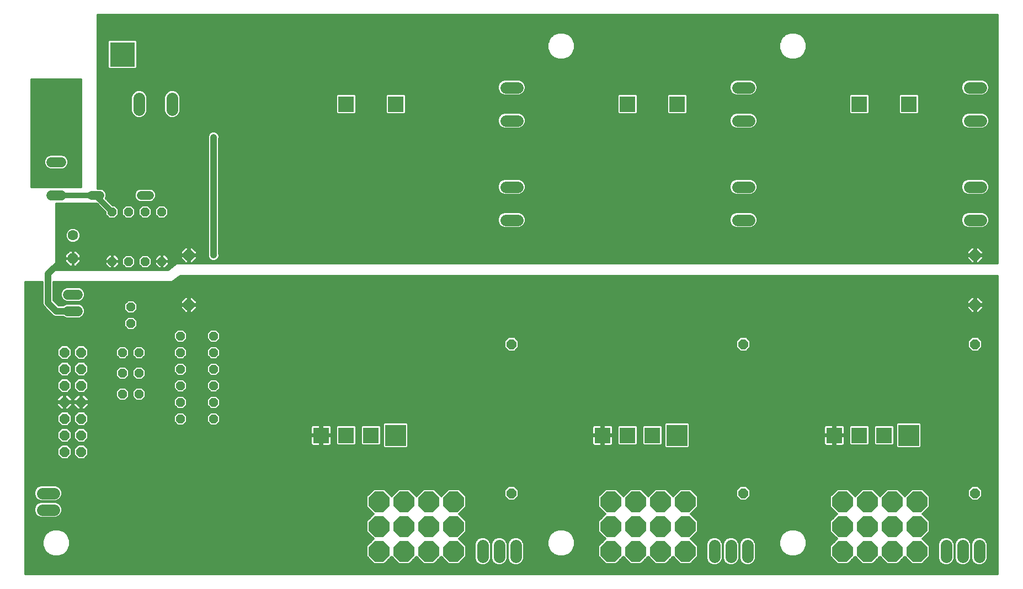
<source format=gbl>
G75*
%MOIN*%
%OFA0B0*%
%FSLAX25Y25*%
%IPPOS*%
%LPD*%
%AMOC8*
5,1,8,0,0,1.08239X$1,22.5*
%
%ADD10C,0.07050*%
%ADD11OC8,0.05200*%
%ADD12C,0.06000*%
%ADD13R,0.09449X0.09449*%
%ADD14R,0.12661X0.12661*%
%ADD15OC8,0.06600*%
%ADD16OC8,0.06000*%
%ADD17OC8,0.12500*%
%ADD18R,0.15000X0.15000*%
%ADD19C,0.15000*%
%ADD20C,0.07087*%
%ADD21C,0.05200*%
%ADD22OC8,0.06300*%
%ADD23C,0.06300*%
%ADD24C,0.01200*%
%ADD25C,0.04000*%
%ADD26C,0.04134*%
%ADD27C,0.03200*%
D10*
X0561475Y0505000D02*
X0568525Y0505000D01*
X0568525Y0525000D02*
X0561475Y0525000D01*
X0561475Y0565000D02*
X0568525Y0565000D01*
X0568525Y0585000D02*
X0561475Y0585000D01*
X0701475Y0585000D02*
X0708525Y0585000D01*
X0708525Y0565000D02*
X0701475Y0565000D01*
X0701475Y0525000D02*
X0708525Y0525000D01*
X0708525Y0505000D02*
X0701475Y0505000D01*
X0841475Y0505000D02*
X0848525Y0505000D01*
X0848525Y0525000D02*
X0841475Y0525000D01*
X0841475Y0565000D02*
X0848525Y0565000D01*
X0848525Y0585000D02*
X0841475Y0585000D01*
X0360000Y0578525D02*
X0360000Y0571475D01*
X0340000Y0571475D02*
X0340000Y0578525D01*
X0300000Y0578525D02*
X0300000Y0571475D01*
X0280000Y0571475D02*
X0280000Y0578525D01*
D11*
X0323750Y0510000D03*
X0333750Y0510000D03*
X0343750Y0510000D03*
X0353750Y0510000D03*
X0353750Y0480000D03*
X0343750Y0480000D03*
X0333750Y0480000D03*
X0323750Y0480000D03*
X0335000Y0452500D03*
X0335000Y0442500D03*
X0330000Y0425000D03*
X0340000Y0425000D03*
X0340000Y0412500D03*
X0330000Y0412500D03*
X0330000Y0400000D03*
X0340000Y0400000D03*
X0365000Y0395000D03*
X0365000Y0405000D03*
X0365000Y0415000D03*
X0365000Y0425000D03*
X0365000Y0435000D03*
X0385000Y0435000D03*
X0385000Y0425000D03*
X0385000Y0415000D03*
X0385000Y0405000D03*
X0385000Y0395000D03*
X0385000Y0385000D03*
X0365000Y0385000D03*
D12*
X0303000Y0450000D02*
X0297000Y0450000D01*
X0297000Y0460000D02*
X0303000Y0460000D01*
X0293000Y0520000D02*
X0287000Y0520000D01*
X0287000Y0530000D02*
X0293000Y0530000D01*
X0293000Y0540000D02*
X0287000Y0540000D01*
D13*
X0435000Y0575000D03*
X0465000Y0575000D03*
X0495000Y0575000D03*
X0605000Y0575000D03*
X0635000Y0575000D03*
X0665000Y0575000D03*
X0745000Y0575000D03*
X0775000Y0575000D03*
X0805000Y0575000D03*
X0790000Y0375000D03*
X0775000Y0375000D03*
X0760000Y0375000D03*
X0650000Y0375000D03*
X0635000Y0375000D03*
X0620000Y0375000D03*
X0480000Y0375000D03*
X0465000Y0375000D03*
X0450000Y0375000D03*
D14*
X0435000Y0375000D03*
X0495000Y0375000D03*
X0605000Y0375000D03*
X0665000Y0375000D03*
X0745000Y0375000D03*
X0805000Y0375000D03*
D15*
X0845000Y0453750D03*
X0845000Y0483750D03*
X0370000Y0483750D03*
X0370000Y0453750D03*
D16*
X0305000Y0425000D03*
X0305000Y0415000D03*
X0305000Y0405000D03*
X0305000Y0395000D03*
X0295000Y0395000D03*
X0295000Y0405000D03*
X0295000Y0415000D03*
X0295000Y0425000D03*
X0295000Y0385000D03*
X0295000Y0375000D03*
X0295000Y0365000D03*
X0305000Y0365000D03*
X0305000Y0375000D03*
X0305000Y0385000D03*
X0565000Y0340000D03*
X0565000Y0430000D03*
X0705000Y0430000D03*
X0705000Y0340000D03*
X0845000Y0340000D03*
X0845000Y0430000D03*
D17*
X0810000Y0335000D03*
X0810000Y0320000D03*
X0810000Y0305000D03*
X0795000Y0305000D03*
X0780000Y0305000D03*
X0765000Y0305000D03*
X0765000Y0320000D03*
X0780000Y0320000D03*
X0795000Y0320000D03*
X0795000Y0335000D03*
X0780000Y0335000D03*
X0765000Y0335000D03*
X0670000Y0335000D03*
X0655000Y0335000D03*
X0655000Y0320000D03*
X0670000Y0320000D03*
X0670000Y0305000D03*
X0655000Y0305000D03*
X0640000Y0305000D03*
X0625000Y0305000D03*
X0625000Y0320000D03*
X0640000Y0320000D03*
X0640000Y0335000D03*
X0625000Y0335000D03*
X0530000Y0335000D03*
X0515000Y0335000D03*
X0500000Y0335000D03*
X0500000Y0320000D03*
X0515000Y0320000D03*
X0530000Y0320000D03*
X0530000Y0305000D03*
X0515000Y0305000D03*
X0500000Y0305000D03*
X0485000Y0305000D03*
X0485000Y0320000D03*
X0485000Y0335000D03*
X0425000Y0335000D03*
X0410000Y0335000D03*
X0410000Y0320000D03*
X0425000Y0320000D03*
X0425000Y0305000D03*
X0410000Y0305000D03*
X0395000Y0305000D03*
X0380000Y0305000D03*
X0380000Y0320000D03*
X0395000Y0320000D03*
X0395000Y0335000D03*
X0380000Y0335000D03*
X0365000Y0335000D03*
X0350000Y0335000D03*
X0335000Y0335000D03*
X0335000Y0320000D03*
X0350000Y0320000D03*
X0365000Y0320000D03*
X0365000Y0305000D03*
X0350000Y0305000D03*
X0335000Y0305000D03*
D18*
X0330000Y0605000D03*
D19*
X0361047Y0605000D03*
D20*
X0288543Y0340000D02*
X0281457Y0340000D01*
X0281457Y0330000D02*
X0288543Y0330000D01*
X0442500Y0308543D02*
X0442500Y0301457D01*
X0452500Y0301457D02*
X0452500Y0308543D01*
X0462500Y0308543D02*
X0462500Y0301457D01*
X0547500Y0301457D02*
X0547500Y0308543D01*
X0557500Y0308543D02*
X0557500Y0301457D01*
X0567500Y0301457D02*
X0567500Y0308543D01*
X0687500Y0308543D02*
X0687500Y0301457D01*
X0697500Y0301457D02*
X0697500Y0308543D01*
X0707500Y0308543D02*
X0707500Y0301457D01*
X0827500Y0301457D02*
X0827500Y0308543D01*
X0837500Y0308543D02*
X0837500Y0301457D01*
X0847500Y0301457D02*
X0847500Y0308543D01*
D21*
X0346350Y0520000D02*
X0341150Y0520000D01*
X0316350Y0520000D02*
X0311150Y0520000D01*
D22*
X0300000Y0481750D03*
D23*
X0300000Y0495750D03*
D24*
X0271250Y0291250D02*
X0858625Y0291250D01*
X0858750Y0291375D01*
X0858750Y0471250D01*
X0365000Y0471250D01*
X0360000Y0467500D01*
X0288407Y0467500D01*
X0288407Y0456411D01*
X0291411Y0453407D01*
X0294175Y0453407D01*
X0294504Y0453736D01*
X0296123Y0454407D01*
X0303877Y0454407D01*
X0305496Y0453736D01*
X0306736Y0452496D01*
X0307407Y0450877D01*
X0307407Y0449123D01*
X0306736Y0447504D01*
X0305496Y0446264D01*
X0303877Y0445593D01*
X0296123Y0445593D01*
X0294504Y0446264D01*
X0294175Y0446593D01*
X0289322Y0446593D01*
X0288070Y0447112D01*
X0283070Y0452112D01*
X0282112Y0453070D01*
X0281593Y0454322D01*
X0281593Y0467500D01*
X0271250Y0467500D01*
X0271250Y0291250D01*
X0271250Y0291442D02*
X0858750Y0291442D01*
X0858750Y0292640D02*
X0271250Y0292640D01*
X0271250Y0293839D02*
X0858750Y0293839D01*
X0858750Y0295037D02*
X0271250Y0295037D01*
X0271250Y0296236D02*
X0858750Y0296236D01*
X0858750Y0297434D02*
X0850478Y0297434D01*
X0850304Y0297260D02*
X0851697Y0298653D01*
X0852450Y0300472D01*
X0852450Y0309528D01*
X0851697Y0311347D01*
X0850304Y0312740D01*
X0848485Y0313494D01*
X0846515Y0313494D01*
X0844696Y0312740D01*
X0843303Y0311347D01*
X0842550Y0309528D01*
X0842550Y0300472D01*
X0843303Y0298653D01*
X0844696Y0297260D01*
X0846515Y0296506D01*
X0848485Y0296506D01*
X0850304Y0297260D01*
X0851677Y0298633D02*
X0858750Y0298633D01*
X0858750Y0299831D02*
X0852185Y0299831D01*
X0852450Y0301030D02*
X0858750Y0301030D01*
X0858750Y0302228D02*
X0852450Y0302228D01*
X0852450Y0303427D02*
X0858750Y0303427D01*
X0858750Y0304625D02*
X0852450Y0304625D01*
X0852450Y0305824D02*
X0858750Y0305824D01*
X0858750Y0307022D02*
X0852450Y0307022D01*
X0852450Y0308221D02*
X0858750Y0308221D01*
X0858750Y0309419D02*
X0852450Y0309419D01*
X0851999Y0310618D02*
X0858750Y0310618D01*
X0858750Y0311816D02*
X0851228Y0311816D01*
X0849641Y0313015D02*
X0858750Y0313015D01*
X0858750Y0314213D02*
X0815042Y0314213D01*
X0813844Y0313015D02*
X0825359Y0313015D01*
X0824696Y0312740D02*
X0823303Y0311347D01*
X0822550Y0309528D01*
X0822550Y0300472D01*
X0823303Y0298653D01*
X0824696Y0297260D01*
X0826515Y0296506D01*
X0828485Y0296506D01*
X0830304Y0297260D01*
X0831697Y0298653D01*
X0832450Y0300472D01*
X0832450Y0309528D01*
X0831697Y0311347D01*
X0830304Y0312740D01*
X0828485Y0313494D01*
X0826515Y0313494D01*
X0824696Y0312740D01*
X0823772Y0311816D02*
X0814012Y0311816D01*
X0813329Y0312500D02*
X0817657Y0316828D01*
X0817657Y0323172D01*
X0813329Y0327500D01*
X0817657Y0331828D01*
X0817657Y0338172D01*
X0813172Y0342657D01*
X0806828Y0342657D01*
X0802500Y0338329D01*
X0798172Y0342657D01*
X0791828Y0342657D01*
X0787500Y0338329D01*
X0783172Y0342657D01*
X0776828Y0342657D01*
X0772500Y0338329D01*
X0768172Y0342657D01*
X0761828Y0342657D01*
X0757343Y0338172D01*
X0757343Y0331828D01*
X0761671Y0327500D01*
X0757343Y0323172D01*
X0757343Y0316828D01*
X0761671Y0312500D01*
X0757343Y0308172D01*
X0757343Y0301828D01*
X0761828Y0297343D01*
X0768172Y0297343D01*
X0772500Y0301671D01*
X0776828Y0297343D01*
X0783172Y0297343D01*
X0787500Y0301671D01*
X0791828Y0297343D01*
X0798172Y0297343D01*
X0802500Y0301671D01*
X0806828Y0297343D01*
X0813172Y0297343D01*
X0817657Y0301828D01*
X0817657Y0308172D01*
X0813329Y0312500D01*
X0815211Y0310618D02*
X0823001Y0310618D01*
X0822550Y0309419D02*
X0816409Y0309419D01*
X0817608Y0308221D02*
X0822550Y0308221D01*
X0822550Y0307022D02*
X0817657Y0307022D01*
X0817657Y0305824D02*
X0822550Y0305824D01*
X0822550Y0304625D02*
X0817657Y0304625D01*
X0817657Y0303427D02*
X0822550Y0303427D01*
X0822550Y0302228D02*
X0817657Y0302228D01*
X0816859Y0301030D02*
X0822550Y0301030D01*
X0822815Y0299831D02*
X0815660Y0299831D01*
X0814461Y0298633D02*
X0823323Y0298633D01*
X0824522Y0297434D02*
X0813263Y0297434D01*
X0806737Y0297434D02*
X0798263Y0297434D01*
X0799461Y0298633D02*
X0805538Y0298633D01*
X0804340Y0299831D02*
X0800660Y0299831D01*
X0801859Y0301030D02*
X0803141Y0301030D01*
X0791737Y0297434D02*
X0783263Y0297434D01*
X0784461Y0298633D02*
X0790538Y0298633D01*
X0789340Y0299831D02*
X0785660Y0299831D01*
X0786859Y0301030D02*
X0788141Y0301030D01*
X0776737Y0297434D02*
X0768263Y0297434D01*
X0769461Y0298633D02*
X0775538Y0298633D01*
X0774340Y0299831D02*
X0770660Y0299831D01*
X0771859Y0301030D02*
X0773141Y0301030D01*
X0761737Y0297434D02*
X0710478Y0297434D01*
X0710304Y0297260D02*
X0711697Y0298653D01*
X0712450Y0300472D01*
X0712450Y0309528D01*
X0711697Y0311347D01*
X0710304Y0312740D01*
X0708485Y0313494D01*
X0706515Y0313494D01*
X0704696Y0312740D01*
X0703303Y0311347D01*
X0702550Y0309528D01*
X0702550Y0300472D01*
X0703303Y0298653D01*
X0704696Y0297260D01*
X0706515Y0296506D01*
X0708485Y0296506D01*
X0710304Y0297260D01*
X0711677Y0298633D02*
X0760538Y0298633D01*
X0759340Y0299831D02*
X0712185Y0299831D01*
X0712450Y0301030D02*
X0758141Y0301030D01*
X0757343Y0302228D02*
X0737926Y0302228D01*
X0736651Y0301700D02*
X0739702Y0302964D01*
X0742036Y0305298D01*
X0742036Y0305298D01*
X0743300Y0308349D01*
X0743300Y0311651D01*
X0742036Y0314702D01*
X0739702Y0317036D01*
X0739702Y0317036D01*
X0736651Y0318300D01*
X0733349Y0318300D01*
X0730298Y0317036D01*
X0727964Y0314702D01*
X0727964Y0314702D01*
X0726700Y0311651D01*
X0726700Y0308349D01*
X0727964Y0305298D01*
X0730298Y0302964D01*
X0733349Y0301700D01*
X0734586Y0301700D01*
X0736651Y0301700D01*
X0739702Y0302964D02*
X0739702Y0302964D01*
X0740165Y0303427D02*
X0757343Y0303427D01*
X0757343Y0304625D02*
X0741363Y0304625D01*
X0742254Y0305824D02*
X0757343Y0305824D01*
X0757343Y0307022D02*
X0742750Y0307022D01*
X0743247Y0308221D02*
X0757392Y0308221D01*
X0758591Y0309419D02*
X0743300Y0309419D01*
X0743300Y0310618D02*
X0759789Y0310618D01*
X0760988Y0311816D02*
X0743231Y0311816D01*
X0743300Y0311651D02*
X0743300Y0311651D01*
X0742735Y0313015D02*
X0761156Y0313015D01*
X0759958Y0314213D02*
X0742239Y0314213D01*
X0741326Y0315412D02*
X0758759Y0315412D01*
X0757561Y0316610D02*
X0740128Y0316610D01*
X0737836Y0317809D02*
X0757343Y0317809D01*
X0757343Y0319007D02*
X0677657Y0319007D01*
X0677657Y0317809D02*
X0732164Y0317809D01*
X0730298Y0317036D02*
X0730298Y0317036D01*
X0729872Y0316610D02*
X0677439Y0316610D01*
X0677657Y0316828D02*
X0677657Y0323172D01*
X0673329Y0327500D01*
X0677657Y0331828D01*
X0677657Y0338172D01*
X0673172Y0342657D01*
X0666828Y0342657D01*
X0662500Y0338329D01*
X0658172Y0342657D01*
X0651828Y0342657D01*
X0647500Y0338329D01*
X0643172Y0342657D01*
X0636828Y0342657D01*
X0632500Y0338329D01*
X0628172Y0342657D01*
X0621828Y0342657D01*
X0617343Y0338172D01*
X0617343Y0331828D01*
X0621671Y0327500D01*
X0617343Y0323172D01*
X0617343Y0316828D01*
X0621671Y0312500D01*
X0617343Y0308172D01*
X0617343Y0301828D01*
X0621828Y0297343D01*
X0628172Y0297343D01*
X0632500Y0301671D01*
X0636828Y0297343D01*
X0643172Y0297343D01*
X0647500Y0301671D01*
X0651828Y0297343D01*
X0658172Y0297343D01*
X0662500Y0301671D01*
X0666828Y0297343D01*
X0673172Y0297343D01*
X0677657Y0301828D01*
X0677657Y0308172D01*
X0673329Y0312500D01*
X0677657Y0316828D01*
X0676241Y0315412D02*
X0728674Y0315412D01*
X0727761Y0314213D02*
X0675042Y0314213D01*
X0673844Y0313015D02*
X0685359Y0313015D01*
X0684696Y0312740D02*
X0683303Y0311347D01*
X0682550Y0309528D01*
X0682550Y0300472D01*
X0683303Y0298653D01*
X0684696Y0297260D01*
X0686515Y0296506D01*
X0688485Y0296506D01*
X0690304Y0297260D01*
X0691697Y0298653D01*
X0692450Y0300472D01*
X0692450Y0309528D01*
X0691697Y0311347D01*
X0690304Y0312740D01*
X0688485Y0313494D01*
X0686515Y0313494D01*
X0684696Y0312740D01*
X0683772Y0311816D02*
X0674012Y0311816D01*
X0675211Y0310618D02*
X0683001Y0310618D01*
X0682550Y0309419D02*
X0676409Y0309419D01*
X0677608Y0308221D02*
X0682550Y0308221D01*
X0682550Y0307022D02*
X0677657Y0307022D01*
X0677657Y0305824D02*
X0682550Y0305824D01*
X0682550Y0304625D02*
X0677657Y0304625D01*
X0677657Y0303427D02*
X0682550Y0303427D01*
X0682550Y0302228D02*
X0677657Y0302228D01*
X0676859Y0301030D02*
X0682550Y0301030D01*
X0682815Y0299831D02*
X0675660Y0299831D01*
X0674461Y0298633D02*
X0683323Y0298633D01*
X0684522Y0297434D02*
X0673263Y0297434D01*
X0666737Y0297434D02*
X0658263Y0297434D01*
X0659461Y0298633D02*
X0665538Y0298633D01*
X0664340Y0299831D02*
X0660660Y0299831D01*
X0661859Y0301030D02*
X0663141Y0301030D01*
X0651737Y0297434D02*
X0643263Y0297434D01*
X0644461Y0298633D02*
X0650538Y0298633D01*
X0649340Y0299831D02*
X0645660Y0299831D01*
X0646859Y0301030D02*
X0648141Y0301030D01*
X0636737Y0297434D02*
X0628263Y0297434D01*
X0629461Y0298633D02*
X0635538Y0298633D01*
X0634340Y0299831D02*
X0630660Y0299831D01*
X0631859Y0301030D02*
X0633141Y0301030D01*
X0621737Y0297434D02*
X0570478Y0297434D01*
X0570304Y0297260D02*
X0571697Y0298653D01*
X0572450Y0300472D01*
X0572450Y0309528D01*
X0571697Y0311347D01*
X0570304Y0312740D01*
X0568485Y0313494D01*
X0566515Y0313494D01*
X0564696Y0312740D01*
X0563303Y0311347D01*
X0562550Y0309528D01*
X0562550Y0300472D01*
X0563303Y0298653D01*
X0564696Y0297260D01*
X0566515Y0296506D01*
X0568485Y0296506D01*
X0570304Y0297260D01*
X0571677Y0298633D02*
X0620538Y0298633D01*
X0619340Y0299831D02*
X0572185Y0299831D01*
X0572450Y0301030D02*
X0618141Y0301030D01*
X0617343Y0302228D02*
X0597926Y0302228D01*
X0596651Y0301700D02*
X0599702Y0302964D01*
X0602036Y0305298D01*
X0602036Y0305298D01*
X0603300Y0308349D01*
X0603300Y0311651D01*
X0602036Y0314702D01*
X0599702Y0317036D01*
X0596651Y0318300D01*
X0593349Y0318300D01*
X0590298Y0317036D01*
X0587964Y0314702D01*
X0587964Y0314702D01*
X0586700Y0311651D01*
X0586700Y0308349D01*
X0587964Y0305298D01*
X0590298Y0302964D01*
X0590298Y0302964D01*
X0593349Y0301700D01*
X0594586Y0301700D01*
X0596651Y0301700D01*
X0599702Y0302964D02*
X0599702Y0302964D01*
X0600165Y0303427D02*
X0617343Y0303427D01*
X0617343Y0304625D02*
X0601363Y0304625D01*
X0602254Y0305824D02*
X0617343Y0305824D01*
X0617343Y0307022D02*
X0602750Y0307022D01*
X0603247Y0308221D02*
X0617392Y0308221D01*
X0618591Y0309419D02*
X0603300Y0309419D01*
X0603300Y0310618D02*
X0619789Y0310618D01*
X0620988Y0311816D02*
X0603231Y0311816D01*
X0602735Y0313015D02*
X0621156Y0313015D01*
X0619958Y0314213D02*
X0602239Y0314213D01*
X0602036Y0314702D02*
X0602036Y0314702D01*
X0601326Y0315412D02*
X0618759Y0315412D01*
X0617561Y0316610D02*
X0600128Y0316610D01*
X0599702Y0317036D02*
X0599702Y0317036D01*
X0597836Y0317809D02*
X0617343Y0317809D01*
X0617343Y0319007D02*
X0537657Y0319007D01*
X0537657Y0317809D02*
X0592164Y0317809D01*
X0590298Y0317036D02*
X0590298Y0317036D01*
X0589872Y0316610D02*
X0537439Y0316610D01*
X0537657Y0316828D02*
X0537657Y0323172D01*
X0533329Y0327500D01*
X0537657Y0331828D01*
X0537657Y0338172D01*
X0533172Y0342657D01*
X0526828Y0342657D01*
X0522500Y0338329D01*
X0518172Y0342657D01*
X0511828Y0342657D01*
X0507500Y0338329D01*
X0503172Y0342657D01*
X0496828Y0342657D01*
X0492500Y0338329D01*
X0488172Y0342657D01*
X0481828Y0342657D01*
X0477343Y0338172D01*
X0477343Y0331828D01*
X0481671Y0327500D01*
X0477343Y0323172D01*
X0477343Y0316828D01*
X0481671Y0312500D01*
X0477343Y0308172D01*
X0477343Y0301828D01*
X0481828Y0297343D01*
X0488172Y0297343D01*
X0492500Y0301671D01*
X0496828Y0297343D01*
X0503172Y0297343D01*
X0507500Y0301671D01*
X0511828Y0297343D01*
X0518172Y0297343D01*
X0522500Y0301671D01*
X0526828Y0297343D01*
X0533172Y0297343D01*
X0537657Y0301828D01*
X0537657Y0308172D01*
X0533329Y0312500D01*
X0537657Y0316828D01*
X0536241Y0315412D02*
X0588674Y0315412D01*
X0587761Y0314213D02*
X0535042Y0314213D01*
X0533844Y0313015D02*
X0545359Y0313015D01*
X0544696Y0312740D02*
X0543303Y0311347D01*
X0542550Y0309528D01*
X0542550Y0300472D01*
X0543303Y0298653D01*
X0544696Y0297260D01*
X0546515Y0296506D01*
X0548485Y0296506D01*
X0550304Y0297260D01*
X0551697Y0298653D01*
X0552450Y0300472D01*
X0552450Y0309528D01*
X0551697Y0311347D01*
X0550304Y0312740D01*
X0548485Y0313494D01*
X0546515Y0313494D01*
X0544696Y0312740D01*
X0543772Y0311816D02*
X0534012Y0311816D01*
X0535211Y0310618D02*
X0543001Y0310618D01*
X0542550Y0309419D02*
X0536409Y0309419D01*
X0537608Y0308221D02*
X0542550Y0308221D01*
X0542550Y0307022D02*
X0537657Y0307022D01*
X0537657Y0305824D02*
X0542550Y0305824D01*
X0542550Y0304625D02*
X0537657Y0304625D01*
X0537657Y0303427D02*
X0542550Y0303427D01*
X0542550Y0302228D02*
X0537657Y0302228D01*
X0536859Y0301030D02*
X0542550Y0301030D01*
X0542815Y0299831D02*
X0535660Y0299831D01*
X0534461Y0298633D02*
X0543323Y0298633D01*
X0544522Y0297434D02*
X0533263Y0297434D01*
X0526737Y0297434D02*
X0518263Y0297434D01*
X0519461Y0298633D02*
X0525538Y0298633D01*
X0524340Y0299831D02*
X0520660Y0299831D01*
X0521859Y0301030D02*
X0523141Y0301030D01*
X0511737Y0297434D02*
X0503263Y0297434D01*
X0504461Y0298633D02*
X0510538Y0298633D01*
X0509340Y0299831D02*
X0505660Y0299831D01*
X0506859Y0301030D02*
X0508141Y0301030D01*
X0496737Y0297434D02*
X0488263Y0297434D01*
X0489461Y0298633D02*
X0495538Y0298633D01*
X0494340Y0299831D02*
X0490660Y0299831D01*
X0491859Y0301030D02*
X0493141Y0301030D01*
X0481737Y0297434D02*
X0465714Y0297434D01*
X0465851Y0297534D02*
X0466423Y0298106D01*
X0466899Y0298761D01*
X0467266Y0299482D01*
X0467517Y0300252D01*
X0467643Y0301052D01*
X0467643Y0304419D01*
X0463081Y0304419D01*
X0463081Y0305581D01*
X0467643Y0305581D01*
X0467643Y0308948D01*
X0467517Y0309748D01*
X0467266Y0310518D01*
X0466899Y0311239D01*
X0466423Y0311894D01*
X0465851Y0312466D01*
X0465196Y0312942D01*
X0464474Y0313310D01*
X0463704Y0313560D01*
X0463081Y0313659D01*
X0463081Y0305581D01*
X0461919Y0305581D01*
X0461919Y0313659D01*
X0461296Y0313560D01*
X0460526Y0313310D01*
X0459804Y0312942D01*
X0459149Y0312466D01*
X0458577Y0311894D01*
X0458101Y0311239D01*
X0457734Y0310518D01*
X0457500Y0309799D01*
X0457266Y0310518D01*
X0456899Y0311239D01*
X0456423Y0311894D01*
X0455851Y0312466D01*
X0455196Y0312942D01*
X0454474Y0313310D01*
X0453704Y0313560D01*
X0453081Y0313659D01*
X0453081Y0305581D01*
X0451919Y0305581D01*
X0451919Y0313659D01*
X0451296Y0313560D01*
X0450526Y0313310D01*
X0449804Y0312942D01*
X0449149Y0312466D01*
X0448577Y0311894D01*
X0448101Y0311239D01*
X0447734Y0310518D01*
X0447500Y0309799D01*
X0447266Y0310518D01*
X0446899Y0311239D01*
X0446423Y0311894D01*
X0445851Y0312466D01*
X0445196Y0312942D01*
X0444474Y0313310D01*
X0443704Y0313560D01*
X0443081Y0313659D01*
X0443081Y0305581D01*
X0441919Y0305581D01*
X0441919Y0304419D01*
X0443081Y0304419D01*
X0443081Y0296341D01*
X0443704Y0296440D01*
X0444474Y0296690D01*
X0445196Y0297058D01*
X0445851Y0297534D01*
X0446423Y0298106D01*
X0446899Y0298761D01*
X0447266Y0299482D01*
X0447500Y0300201D01*
X0447734Y0299482D01*
X0448101Y0298761D01*
X0448577Y0298106D01*
X0449149Y0297534D01*
X0449804Y0297058D01*
X0450526Y0296690D01*
X0451296Y0296440D01*
X0451919Y0296341D01*
X0451919Y0304419D01*
X0453081Y0304419D01*
X0453081Y0296341D01*
X0453704Y0296440D01*
X0454474Y0296690D01*
X0455196Y0297058D01*
X0455851Y0297534D01*
X0456423Y0298106D01*
X0456899Y0298761D01*
X0457266Y0299482D01*
X0457500Y0300201D01*
X0457734Y0299482D01*
X0458101Y0298761D01*
X0458577Y0298106D01*
X0459149Y0297534D01*
X0459804Y0297058D01*
X0460526Y0296690D01*
X0461296Y0296440D01*
X0461919Y0296341D01*
X0461919Y0304419D01*
X0463081Y0304419D01*
X0463081Y0296341D01*
X0463704Y0296440D01*
X0464474Y0296690D01*
X0465196Y0297058D01*
X0465851Y0297534D01*
X0466806Y0298633D02*
X0480538Y0298633D01*
X0479340Y0299831D02*
X0467380Y0299831D01*
X0467640Y0301030D02*
X0478141Y0301030D01*
X0477343Y0302228D02*
X0467643Y0302228D01*
X0467643Y0303427D02*
X0477343Y0303427D01*
X0477343Y0304625D02*
X0463081Y0304625D01*
X0461919Y0304625D02*
X0453081Y0304625D01*
X0453081Y0304419D02*
X0453081Y0305581D01*
X0461919Y0305581D01*
X0461919Y0304419D01*
X0457357Y0304419D01*
X0453081Y0304419D01*
X0453081Y0303427D02*
X0451919Y0303427D01*
X0451919Y0304419D02*
X0447643Y0304419D01*
X0443081Y0304419D01*
X0443081Y0305581D01*
X0451919Y0305581D01*
X0451919Y0304419D01*
X0451919Y0304625D02*
X0443081Y0304625D01*
X0441919Y0304625D02*
X0425600Y0304625D01*
X0425600Y0304400D02*
X0425600Y0305600D01*
X0432850Y0305600D01*
X0432850Y0308252D01*
X0428602Y0312500D01*
X0432850Y0316748D01*
X0432850Y0319400D01*
X0425600Y0319400D01*
X0425600Y0320600D01*
X0432850Y0320600D01*
X0432850Y0323252D01*
X0428602Y0327500D01*
X0432850Y0331748D01*
X0432850Y0334400D01*
X0425600Y0334400D01*
X0425600Y0335600D01*
X0424400Y0335600D01*
X0424400Y0342850D01*
X0421748Y0342850D01*
X0417500Y0338602D01*
X0413252Y0342850D01*
X0410600Y0342850D01*
X0410600Y0335600D01*
X0409400Y0335600D01*
X0409400Y0342850D01*
X0406748Y0342850D01*
X0402500Y0338602D01*
X0398252Y0342850D01*
X0395600Y0342850D01*
X0395600Y0335600D01*
X0394400Y0335600D01*
X0394400Y0342850D01*
X0391748Y0342850D01*
X0387500Y0338602D01*
X0383252Y0342850D01*
X0380600Y0342850D01*
X0380600Y0335600D01*
X0379400Y0335600D01*
X0379400Y0342850D01*
X0376748Y0342850D01*
X0372500Y0338602D01*
X0368252Y0342850D01*
X0365600Y0342850D01*
X0365600Y0335600D01*
X0364400Y0335600D01*
X0364400Y0342850D01*
X0361748Y0342850D01*
X0357500Y0338602D01*
X0353252Y0342850D01*
X0350600Y0342850D01*
X0350600Y0335600D01*
X0349400Y0335600D01*
X0349400Y0342850D01*
X0346748Y0342850D01*
X0342500Y0338602D01*
X0338252Y0342850D01*
X0335600Y0342850D01*
X0335600Y0335600D01*
X0334400Y0335600D01*
X0334400Y0342850D01*
X0331748Y0342850D01*
X0327150Y0338252D01*
X0327150Y0335600D01*
X0334400Y0335600D01*
X0334400Y0334400D01*
X0327150Y0334400D01*
X0327150Y0331748D01*
X0331398Y0327500D01*
X0327150Y0323252D01*
X0327150Y0320600D01*
X0334400Y0320600D01*
X0334400Y0327150D01*
X0334400Y0334400D01*
X0335600Y0334400D01*
X0335600Y0335600D01*
X0342150Y0335600D01*
X0349400Y0335600D01*
X0349400Y0334400D01*
X0335600Y0334400D01*
X0335600Y0320600D01*
X0342150Y0320600D01*
X0349400Y0320600D01*
X0349400Y0327150D01*
X0349400Y0334400D01*
X0350600Y0334400D01*
X0350600Y0335600D01*
X0364400Y0335600D01*
X0364400Y0334400D01*
X0357150Y0334400D01*
X0350600Y0334400D01*
X0350600Y0320600D01*
X0349400Y0320600D01*
X0349400Y0319400D01*
X0335600Y0319400D01*
X0335600Y0320600D01*
X0334400Y0320600D01*
X0334400Y0319400D01*
X0327150Y0319400D01*
X0327150Y0316748D01*
X0331398Y0312500D01*
X0327150Y0308252D01*
X0327150Y0305600D01*
X0334400Y0305600D01*
X0334400Y0319400D01*
X0335600Y0319400D01*
X0335600Y0312150D01*
X0335600Y0305600D01*
X0334400Y0305600D01*
X0334400Y0304400D01*
X0335600Y0304400D01*
X0335600Y0305600D01*
X0349400Y0305600D01*
X0349400Y0312150D01*
X0349400Y0319400D01*
X0350600Y0319400D01*
X0350600Y0320600D01*
X0364400Y0320600D01*
X0364400Y0327150D01*
X0364400Y0334400D01*
X0365600Y0334400D01*
X0365600Y0335600D01*
X0379400Y0335600D01*
X0379400Y0334400D01*
X0372150Y0334400D01*
X0365600Y0334400D01*
X0365600Y0320600D01*
X0364400Y0320600D01*
X0364400Y0319400D01*
X0365600Y0319400D01*
X0365600Y0320600D01*
X0379400Y0320600D01*
X0379400Y0327150D01*
X0379400Y0334400D01*
X0380600Y0334400D01*
X0380600Y0335600D01*
X0394400Y0335600D01*
X0394400Y0334400D01*
X0387150Y0334400D01*
X0380600Y0334400D01*
X0380600Y0320600D01*
X0379400Y0320600D01*
X0379400Y0319400D01*
X0380600Y0319400D01*
X0380600Y0320600D01*
X0394400Y0320600D01*
X0394400Y0327150D01*
X0394400Y0334400D01*
X0395600Y0334400D01*
X0395600Y0335600D01*
X0409400Y0335600D01*
X0409400Y0334400D01*
X0402150Y0334400D01*
X0395600Y0334400D01*
X0395600Y0320600D01*
X0394400Y0320600D01*
X0394400Y0319400D01*
X0395600Y0319400D01*
X0395600Y0320600D01*
X0409400Y0320600D01*
X0409400Y0327150D01*
X0409400Y0334400D01*
X0410600Y0334400D01*
X0410600Y0335600D01*
X0424400Y0335600D01*
X0424400Y0334400D01*
X0417150Y0334400D01*
X0410600Y0334400D01*
X0410600Y0320600D01*
X0409400Y0320600D01*
X0409400Y0319400D01*
X0410600Y0319400D01*
X0410600Y0320600D01*
X0424400Y0320600D01*
X0424400Y0327150D01*
X0424400Y0334400D01*
X0425600Y0334400D01*
X0425600Y0320600D01*
X0424400Y0320600D01*
X0424400Y0319400D01*
X0425600Y0319400D01*
X0425600Y0305600D01*
X0424400Y0305600D01*
X0424400Y0312150D01*
X0424400Y0319400D01*
X0417150Y0319400D01*
X0410600Y0319400D01*
X0410600Y0305600D01*
X0424400Y0305600D01*
X0424400Y0304400D01*
X0425600Y0304400D01*
X0432850Y0304400D01*
X0432850Y0301748D01*
X0428252Y0297150D01*
X0425600Y0297150D01*
X0425600Y0304400D01*
X0425600Y0303427D02*
X0424400Y0303427D01*
X0424400Y0304400D02*
X0424400Y0297150D01*
X0421748Y0297150D01*
X0417500Y0301398D01*
X0413252Y0297150D01*
X0410600Y0297150D01*
X0410600Y0304400D01*
X0410600Y0305600D01*
X0409400Y0305600D01*
X0409400Y0312150D01*
X0409400Y0319400D01*
X0402150Y0319400D01*
X0395600Y0319400D01*
X0395600Y0305600D01*
X0409400Y0305600D01*
X0409400Y0304400D01*
X0410600Y0304400D01*
X0417150Y0304400D01*
X0424400Y0304400D01*
X0424400Y0304625D02*
X0410600Y0304625D01*
X0410600Y0303427D02*
X0409400Y0303427D01*
X0409400Y0304400D02*
X0409400Y0297150D01*
X0406748Y0297150D01*
X0402500Y0301398D01*
X0398252Y0297150D01*
X0395600Y0297150D01*
X0395600Y0304400D01*
X0395600Y0305600D01*
X0394400Y0305600D01*
X0394400Y0312150D01*
X0394400Y0319400D01*
X0387150Y0319400D01*
X0380600Y0319400D01*
X0380600Y0305600D01*
X0394400Y0305600D01*
X0394400Y0304400D01*
X0395600Y0304400D01*
X0402150Y0304400D01*
X0409400Y0304400D01*
X0409400Y0304625D02*
X0395600Y0304625D01*
X0395600Y0303427D02*
X0394400Y0303427D01*
X0394400Y0304400D02*
X0394400Y0297150D01*
X0391748Y0297150D01*
X0387500Y0301398D01*
X0383252Y0297150D01*
X0380600Y0297150D01*
X0380600Y0304400D01*
X0380600Y0305600D01*
X0379400Y0305600D01*
X0379400Y0312150D01*
X0379400Y0319400D01*
X0372150Y0319400D01*
X0365600Y0319400D01*
X0365600Y0305600D01*
X0379400Y0305600D01*
X0379400Y0304400D01*
X0380600Y0304400D01*
X0387150Y0304400D01*
X0394400Y0304400D01*
X0394400Y0304625D02*
X0380600Y0304625D01*
X0380600Y0303427D02*
X0379400Y0303427D01*
X0379400Y0304400D02*
X0379400Y0297150D01*
X0376748Y0297150D01*
X0372500Y0301398D01*
X0368252Y0297150D01*
X0365600Y0297150D01*
X0365600Y0304400D01*
X0365600Y0305600D01*
X0364400Y0305600D01*
X0364400Y0312150D01*
X0364400Y0319400D01*
X0357150Y0319400D01*
X0350600Y0319400D01*
X0350600Y0305600D01*
X0364400Y0305600D01*
X0364400Y0304400D01*
X0365600Y0304400D01*
X0372150Y0304400D01*
X0379400Y0304400D01*
X0379400Y0304625D02*
X0365600Y0304625D01*
X0365600Y0303427D02*
X0364400Y0303427D01*
X0364400Y0304400D02*
X0364400Y0297150D01*
X0361748Y0297150D01*
X0357500Y0301398D01*
X0353252Y0297150D01*
X0350600Y0297150D01*
X0350600Y0304400D01*
X0350600Y0305600D01*
X0349400Y0305600D01*
X0349400Y0304400D01*
X0350600Y0304400D01*
X0357150Y0304400D01*
X0364400Y0304400D01*
X0364400Y0304625D02*
X0350600Y0304625D01*
X0350600Y0303427D02*
X0349400Y0303427D01*
X0349400Y0304400D02*
X0349400Y0297150D01*
X0346748Y0297150D01*
X0342500Y0301398D01*
X0338252Y0297150D01*
X0335600Y0297150D01*
X0335600Y0304400D01*
X0342150Y0304400D01*
X0349400Y0304400D01*
X0349400Y0304625D02*
X0335600Y0304625D01*
X0335600Y0303427D02*
X0334400Y0303427D01*
X0334400Y0304400D02*
X0334400Y0297150D01*
X0331748Y0297150D01*
X0327150Y0301748D01*
X0327150Y0304400D01*
X0334400Y0304400D01*
X0334400Y0304625D02*
X0296363Y0304625D01*
X0297036Y0305298D02*
X0298300Y0308349D01*
X0298300Y0311651D01*
X0297036Y0314702D01*
X0294702Y0317036D01*
X0291651Y0318300D01*
X0288349Y0318300D01*
X0285298Y0317036D01*
X0282964Y0314702D01*
X0282964Y0314702D01*
X0281700Y0311651D01*
X0281700Y0308349D01*
X0282964Y0305298D01*
X0285298Y0302964D01*
X0288349Y0301700D01*
X0290414Y0301700D01*
X0291651Y0301700D01*
X0294702Y0302964D01*
X0297036Y0305298D01*
X0297036Y0305298D01*
X0297254Y0305824D02*
X0327150Y0305824D01*
X0327150Y0307022D02*
X0297750Y0307022D01*
X0298247Y0308221D02*
X0327150Y0308221D01*
X0328318Y0309419D02*
X0298300Y0309419D01*
X0298300Y0310618D02*
X0329516Y0310618D01*
X0330715Y0311816D02*
X0298231Y0311816D01*
X0297735Y0313015D02*
X0330884Y0313015D01*
X0329685Y0314213D02*
X0297239Y0314213D01*
X0297036Y0314702D02*
X0297036Y0314702D01*
X0296326Y0315412D02*
X0328487Y0315412D01*
X0327288Y0316610D02*
X0295128Y0316610D01*
X0294702Y0317036D02*
X0294702Y0317036D01*
X0292836Y0317809D02*
X0327150Y0317809D01*
X0327150Y0319007D02*
X0271250Y0319007D01*
X0271250Y0317809D02*
X0287164Y0317809D01*
X0285298Y0317036D02*
X0285298Y0317036D01*
X0284872Y0316610D02*
X0271250Y0316610D01*
X0271250Y0315412D02*
X0283674Y0315412D01*
X0282761Y0314213D02*
X0271250Y0314213D01*
X0271250Y0313015D02*
X0282265Y0313015D01*
X0281769Y0311816D02*
X0271250Y0311816D01*
X0271250Y0310618D02*
X0281700Y0310618D01*
X0281700Y0309419D02*
X0271250Y0309419D01*
X0271250Y0308221D02*
X0281753Y0308221D01*
X0282250Y0307022D02*
X0271250Y0307022D01*
X0271250Y0305824D02*
X0282746Y0305824D01*
X0282964Y0305298D02*
X0282964Y0305298D01*
X0283637Y0304625D02*
X0271250Y0304625D01*
X0271250Y0303427D02*
X0284835Y0303427D01*
X0285298Y0302964D02*
X0285298Y0302964D01*
X0287074Y0302228D02*
X0271250Y0302228D01*
X0271250Y0301030D02*
X0327869Y0301030D01*
X0327150Y0302228D02*
X0292926Y0302228D01*
X0291651Y0301700D02*
X0291651Y0301700D01*
X0294702Y0302964D02*
X0294702Y0302964D01*
X0295165Y0303427D02*
X0327150Y0303427D01*
X0325000Y0303427D02*
X0470000Y0303427D01*
X0470000Y0304625D02*
X0325000Y0304625D01*
X0325000Y0305824D02*
X0470000Y0305824D01*
X0470000Y0307022D02*
X0325000Y0307022D01*
X0325000Y0308221D02*
X0470000Y0308221D01*
X0470000Y0309419D02*
X0325000Y0309419D01*
X0325000Y0310618D02*
X0470000Y0310618D01*
X0470000Y0311816D02*
X0325000Y0311816D01*
X0325000Y0313015D02*
X0470000Y0313015D01*
X0470000Y0314213D02*
X0325000Y0314213D01*
X0325000Y0315412D02*
X0470000Y0315412D01*
X0470000Y0316610D02*
X0325000Y0316610D01*
X0325000Y0317809D02*
X0470000Y0317809D01*
X0470000Y0319007D02*
X0325000Y0319007D01*
X0325000Y0320206D02*
X0470000Y0320206D01*
X0470000Y0321404D02*
X0325000Y0321404D01*
X0325000Y0322603D02*
X0470000Y0322603D01*
X0470000Y0323801D02*
X0325000Y0323801D01*
X0325000Y0325000D02*
X0470000Y0325000D01*
X0470000Y0326199D02*
X0325000Y0326199D01*
X0325000Y0327397D02*
X0470000Y0327397D01*
X0470000Y0328596D02*
X0325000Y0328596D01*
X0325000Y0329794D02*
X0470000Y0329794D01*
X0470000Y0330993D02*
X0325000Y0330993D01*
X0325000Y0332191D02*
X0470000Y0332191D01*
X0470000Y0333390D02*
X0325000Y0333390D01*
X0325000Y0334588D02*
X0470000Y0334588D01*
X0470000Y0335787D02*
X0325000Y0335787D01*
X0325000Y0336985D02*
X0470000Y0336985D01*
X0470000Y0338184D02*
X0325000Y0338184D01*
X0325000Y0339382D02*
X0470000Y0339382D01*
X0470000Y0340581D02*
X0325000Y0340581D01*
X0325000Y0341779D02*
X0470000Y0341779D01*
X0470000Y0342978D02*
X0325000Y0342978D01*
X0325000Y0344176D02*
X0470000Y0344176D01*
X0470000Y0345000D02*
X0470000Y0295000D01*
X0325000Y0295000D01*
X0325000Y0345000D01*
X0470000Y0345000D01*
X0477355Y0338184D02*
X0432850Y0338184D01*
X0432850Y0338252D02*
X0428252Y0342850D01*
X0425600Y0342850D01*
X0425600Y0335600D01*
X0432850Y0335600D01*
X0432850Y0338252D01*
X0432850Y0336985D02*
X0477343Y0336985D01*
X0477343Y0335787D02*
X0432850Y0335787D01*
X0432850Y0333390D02*
X0477343Y0333390D01*
X0477343Y0334588D02*
X0425600Y0334588D01*
X0425600Y0333390D02*
X0424400Y0333390D01*
X0424400Y0334588D02*
X0410600Y0334588D01*
X0410600Y0333390D02*
X0409400Y0333390D01*
X0409400Y0334588D02*
X0395600Y0334588D01*
X0395600Y0333390D02*
X0394400Y0333390D01*
X0394400Y0334588D02*
X0380600Y0334588D01*
X0380600Y0333390D02*
X0379400Y0333390D01*
X0379400Y0334588D02*
X0365600Y0334588D01*
X0365600Y0333390D02*
X0364400Y0333390D01*
X0364400Y0334588D02*
X0350600Y0334588D01*
X0350600Y0333390D02*
X0349400Y0333390D01*
X0349400Y0334588D02*
X0335600Y0334588D01*
X0335600Y0333390D02*
X0334400Y0333390D01*
X0334400Y0334588D02*
X0290403Y0334588D01*
X0289528Y0334950D02*
X0291347Y0334197D01*
X0292740Y0332804D01*
X0293494Y0330985D01*
X0293494Y0329015D01*
X0292740Y0327196D01*
X0291347Y0325803D01*
X0289528Y0325050D01*
X0280472Y0325050D01*
X0278653Y0325803D01*
X0277260Y0327196D01*
X0276506Y0329015D01*
X0276506Y0330985D01*
X0277260Y0332804D01*
X0278653Y0334197D01*
X0280472Y0334950D01*
X0289528Y0334950D01*
X0289528Y0335050D02*
X0291347Y0335803D01*
X0292740Y0337196D01*
X0293494Y0339015D01*
X0293494Y0340985D01*
X0292740Y0342804D01*
X0291347Y0344197D01*
X0289528Y0344950D01*
X0280472Y0344950D01*
X0278653Y0344197D01*
X0277260Y0342804D01*
X0276506Y0340985D01*
X0276506Y0339015D01*
X0277260Y0337196D01*
X0278653Y0335803D01*
X0280472Y0335050D01*
X0289528Y0335050D01*
X0291307Y0335787D02*
X0327150Y0335787D01*
X0327150Y0336985D02*
X0292529Y0336985D01*
X0293149Y0338184D02*
X0327150Y0338184D01*
X0328281Y0339382D02*
X0293494Y0339382D01*
X0293494Y0340581D02*
X0329479Y0340581D01*
X0330678Y0341779D02*
X0293165Y0341779D01*
X0292567Y0342978D02*
X0561745Y0342978D01*
X0560593Y0341825D02*
X0563175Y0344407D01*
X0566825Y0344407D01*
X0569407Y0341825D01*
X0569407Y0338175D01*
X0566825Y0335593D01*
X0563175Y0335593D01*
X0560593Y0338175D01*
X0560593Y0341825D01*
X0560593Y0341779D02*
X0534050Y0341779D01*
X0535248Y0340581D02*
X0560593Y0340581D01*
X0560593Y0339382D02*
X0536447Y0339382D01*
X0537645Y0338184D02*
X0560593Y0338184D01*
X0561782Y0336985D02*
X0537657Y0336985D01*
X0537657Y0335787D02*
X0562981Y0335787D01*
X0567019Y0335787D02*
X0617343Y0335787D01*
X0617343Y0336985D02*
X0568218Y0336985D01*
X0569407Y0338184D02*
X0617355Y0338184D01*
X0618553Y0339382D02*
X0569407Y0339382D01*
X0569407Y0340581D02*
X0619752Y0340581D01*
X0620950Y0341779D02*
X0569407Y0341779D01*
X0568255Y0342978D02*
X0701745Y0342978D01*
X0700593Y0341825D02*
X0703175Y0344407D01*
X0706825Y0344407D01*
X0709407Y0341825D01*
X0709407Y0338175D01*
X0706825Y0335593D01*
X0703175Y0335593D01*
X0700593Y0338175D01*
X0700593Y0341825D01*
X0700593Y0341779D02*
X0674050Y0341779D01*
X0675248Y0340581D02*
X0700593Y0340581D01*
X0700593Y0339382D02*
X0676447Y0339382D01*
X0677645Y0338184D02*
X0700593Y0338184D01*
X0701782Y0336985D02*
X0677657Y0336985D01*
X0677657Y0335787D02*
X0702981Y0335787D01*
X0707019Y0335787D02*
X0757343Y0335787D01*
X0757343Y0336985D02*
X0708218Y0336985D01*
X0709407Y0338184D02*
X0757355Y0338184D01*
X0758553Y0339382D02*
X0709407Y0339382D01*
X0709407Y0340581D02*
X0759752Y0340581D01*
X0760950Y0341779D02*
X0709407Y0341779D01*
X0708255Y0342978D02*
X0841745Y0342978D01*
X0840593Y0341825D02*
X0843175Y0344407D01*
X0846825Y0344407D01*
X0849407Y0341825D01*
X0849407Y0338175D01*
X0846825Y0335593D01*
X0843175Y0335593D01*
X0840593Y0338175D01*
X0840593Y0341825D01*
X0840593Y0341779D02*
X0814050Y0341779D01*
X0815248Y0340581D02*
X0840593Y0340581D01*
X0840593Y0339382D02*
X0816447Y0339382D01*
X0817645Y0338184D02*
X0840593Y0338184D01*
X0841782Y0336985D02*
X0817657Y0336985D01*
X0817657Y0335787D02*
X0842981Y0335787D01*
X0847019Y0335787D02*
X0858750Y0335787D01*
X0858750Y0336985D02*
X0848218Y0336985D01*
X0849407Y0338184D02*
X0858750Y0338184D01*
X0858750Y0339382D02*
X0849407Y0339382D01*
X0849407Y0340581D02*
X0858750Y0340581D01*
X0858750Y0341779D02*
X0849407Y0341779D01*
X0848255Y0342978D02*
X0858750Y0342978D01*
X0858750Y0344176D02*
X0847056Y0344176D01*
X0842944Y0344176D02*
X0707056Y0344176D01*
X0702944Y0344176D02*
X0567056Y0344176D01*
X0562944Y0344176D02*
X0291368Y0344176D01*
X0278632Y0344176D02*
X0271250Y0344176D01*
X0271250Y0342978D02*
X0277433Y0342978D01*
X0276835Y0341779D02*
X0271250Y0341779D01*
X0271250Y0340581D02*
X0276506Y0340581D01*
X0276506Y0339382D02*
X0271250Y0339382D01*
X0271250Y0338184D02*
X0276851Y0338184D01*
X0277471Y0336985D02*
X0271250Y0336985D01*
X0271250Y0335787D02*
X0278693Y0335787D01*
X0279597Y0334588D02*
X0271250Y0334588D01*
X0271250Y0333390D02*
X0277845Y0333390D01*
X0277006Y0332191D02*
X0271250Y0332191D01*
X0271250Y0330993D02*
X0276510Y0330993D01*
X0276506Y0329794D02*
X0271250Y0329794D01*
X0271250Y0328596D02*
X0276680Y0328596D01*
X0277177Y0327397D02*
X0271250Y0327397D01*
X0271250Y0326199D02*
X0278257Y0326199D01*
X0271250Y0325000D02*
X0328898Y0325000D01*
X0327700Y0323801D02*
X0271250Y0323801D01*
X0271250Y0322603D02*
X0327150Y0322603D01*
X0327150Y0321404D02*
X0271250Y0321404D01*
X0271250Y0320206D02*
X0334400Y0320206D01*
X0334400Y0321404D02*
X0335600Y0321404D01*
X0335600Y0320206D02*
X0349400Y0320206D01*
X0349400Y0321404D02*
X0350600Y0321404D01*
X0350600Y0320206D02*
X0364400Y0320206D01*
X0364400Y0321404D02*
X0365600Y0321404D01*
X0365600Y0320206D02*
X0379400Y0320206D01*
X0379400Y0321404D02*
X0380600Y0321404D01*
X0380600Y0320206D02*
X0394400Y0320206D01*
X0394400Y0321404D02*
X0395600Y0321404D01*
X0395600Y0320206D02*
X0409400Y0320206D01*
X0409400Y0321404D02*
X0410600Y0321404D01*
X0410600Y0320206D02*
X0424400Y0320206D01*
X0424400Y0321404D02*
X0425600Y0321404D01*
X0425600Y0320206D02*
X0477343Y0320206D01*
X0477343Y0321404D02*
X0432850Y0321404D01*
X0432850Y0322603D02*
X0477343Y0322603D01*
X0477973Y0323801D02*
X0432300Y0323801D01*
X0431102Y0325000D02*
X0479171Y0325000D01*
X0480370Y0326199D02*
X0429903Y0326199D01*
X0428705Y0327397D02*
X0481568Y0327397D01*
X0480576Y0328596D02*
X0429697Y0328596D01*
X0430896Y0329794D02*
X0479377Y0329794D01*
X0478179Y0330993D02*
X0432094Y0330993D01*
X0432850Y0332191D02*
X0477343Y0332191D01*
X0478553Y0339382D02*
X0431719Y0339382D01*
X0430521Y0340581D02*
X0479752Y0340581D01*
X0480950Y0341779D02*
X0429322Y0341779D01*
X0425600Y0341779D02*
X0424400Y0341779D01*
X0424400Y0340581D02*
X0425600Y0340581D01*
X0425600Y0339382D02*
X0424400Y0339382D01*
X0424400Y0338184D02*
X0425600Y0338184D01*
X0425600Y0336985D02*
X0424400Y0336985D01*
X0424400Y0335787D02*
X0425600Y0335787D01*
X0425600Y0332191D02*
X0424400Y0332191D01*
X0424400Y0330993D02*
X0425600Y0330993D01*
X0425600Y0329794D02*
X0424400Y0329794D01*
X0424400Y0328596D02*
X0425600Y0328596D01*
X0425600Y0327397D02*
X0424400Y0327397D01*
X0424400Y0326199D02*
X0425600Y0326199D01*
X0425600Y0325000D02*
X0424400Y0325000D01*
X0424400Y0323801D02*
X0425600Y0323801D01*
X0425600Y0322603D02*
X0424400Y0322603D01*
X0424400Y0319007D02*
X0425600Y0319007D01*
X0425600Y0317809D02*
X0424400Y0317809D01*
X0424400Y0316610D02*
X0425600Y0316610D01*
X0425600Y0315412D02*
X0424400Y0315412D01*
X0424400Y0314213D02*
X0425600Y0314213D01*
X0425600Y0313015D02*
X0424400Y0313015D01*
X0424400Y0311816D02*
X0425600Y0311816D01*
X0425600Y0310618D02*
X0424400Y0310618D01*
X0424400Y0309419D02*
X0425600Y0309419D01*
X0425600Y0308221D02*
X0424400Y0308221D01*
X0424400Y0307022D02*
X0425600Y0307022D01*
X0425600Y0305824D02*
X0424400Y0305824D01*
X0424400Y0302228D02*
X0425600Y0302228D01*
X0425600Y0301030D02*
X0424400Y0301030D01*
X0424400Y0299831D02*
X0425600Y0299831D01*
X0425600Y0298633D02*
X0424400Y0298633D01*
X0424400Y0297434D02*
X0425600Y0297434D01*
X0428536Y0297434D02*
X0439286Y0297434D01*
X0439149Y0297534D02*
X0439804Y0297058D01*
X0440526Y0296690D01*
X0441296Y0296440D01*
X0441919Y0296341D01*
X0441919Y0304419D01*
X0437357Y0304419D01*
X0437357Y0301052D01*
X0437483Y0300252D01*
X0437734Y0299482D01*
X0438101Y0298761D01*
X0438577Y0298106D01*
X0439149Y0297534D01*
X0438194Y0298633D02*
X0429734Y0298633D01*
X0430933Y0299831D02*
X0437620Y0299831D01*
X0437360Y0301030D02*
X0432131Y0301030D01*
X0432850Y0302228D02*
X0437357Y0302228D01*
X0437357Y0303427D02*
X0432850Y0303427D01*
X0432850Y0305824D02*
X0437357Y0305824D01*
X0437357Y0305581D02*
X0441919Y0305581D01*
X0441919Y0313659D01*
X0441296Y0313560D01*
X0440526Y0313310D01*
X0439804Y0312942D01*
X0439149Y0312466D01*
X0438577Y0311894D01*
X0438101Y0311239D01*
X0437734Y0310518D01*
X0437483Y0309748D01*
X0437357Y0308948D01*
X0437357Y0305581D01*
X0437357Y0307022D02*
X0432850Y0307022D01*
X0432850Y0308221D02*
X0437357Y0308221D01*
X0437431Y0309419D02*
X0431682Y0309419D01*
X0430484Y0310618D02*
X0437785Y0310618D01*
X0438521Y0311816D02*
X0429285Y0311816D01*
X0429116Y0313015D02*
X0439947Y0313015D01*
X0441919Y0313015D02*
X0443081Y0313015D01*
X0443081Y0311816D02*
X0441919Y0311816D01*
X0441919Y0310618D02*
X0443081Y0310618D01*
X0443081Y0309419D02*
X0441919Y0309419D01*
X0441919Y0308221D02*
X0443081Y0308221D01*
X0443081Y0307022D02*
X0441919Y0307022D01*
X0441919Y0305824D02*
X0443081Y0305824D01*
X0443081Y0303427D02*
X0441919Y0303427D01*
X0441919Y0302228D02*
X0443081Y0302228D01*
X0443081Y0301030D02*
X0441919Y0301030D01*
X0441919Y0299831D02*
X0443081Y0299831D01*
X0443081Y0298633D02*
X0441919Y0298633D01*
X0441919Y0297434D02*
X0443081Y0297434D01*
X0445714Y0297434D02*
X0449286Y0297434D01*
X0448194Y0298633D02*
X0446806Y0298633D01*
X0447380Y0299831D02*
X0447620Y0299831D01*
X0451919Y0299831D02*
X0453081Y0299831D01*
X0453081Y0298633D02*
X0451919Y0298633D01*
X0451919Y0297434D02*
X0453081Y0297434D01*
X0455714Y0297434D02*
X0459286Y0297434D01*
X0458194Y0298633D02*
X0456806Y0298633D01*
X0457380Y0299831D02*
X0457620Y0299831D01*
X0461919Y0299831D02*
X0463081Y0299831D01*
X0463081Y0298633D02*
X0461919Y0298633D01*
X0461919Y0297434D02*
X0463081Y0297434D01*
X0463081Y0301030D02*
X0461919Y0301030D01*
X0461919Y0302228D02*
X0463081Y0302228D01*
X0463081Y0303427D02*
X0461919Y0303427D01*
X0461919Y0305824D02*
X0463081Y0305824D01*
X0463081Y0307022D02*
X0461919Y0307022D01*
X0461919Y0308221D02*
X0463081Y0308221D01*
X0463081Y0309419D02*
X0461919Y0309419D01*
X0461919Y0310618D02*
X0463081Y0310618D01*
X0463081Y0311816D02*
X0461919Y0311816D01*
X0461919Y0313015D02*
X0463081Y0313015D01*
X0465053Y0313015D02*
X0481156Y0313015D01*
X0480988Y0311816D02*
X0466479Y0311816D01*
X0467215Y0310618D02*
X0479789Y0310618D01*
X0478591Y0309419D02*
X0467569Y0309419D01*
X0467643Y0308221D02*
X0477392Y0308221D01*
X0477343Y0307022D02*
X0467643Y0307022D01*
X0467643Y0305824D02*
X0477343Y0305824D01*
X0470000Y0302228D02*
X0325000Y0302228D01*
X0325000Y0301030D02*
X0470000Y0301030D01*
X0470000Y0299831D02*
X0325000Y0299831D01*
X0325000Y0298633D02*
X0470000Y0298633D01*
X0470000Y0297434D02*
X0325000Y0297434D01*
X0325000Y0296236D02*
X0470000Y0296236D01*
X0470000Y0295037D02*
X0325000Y0295037D01*
X0329067Y0299831D02*
X0271250Y0299831D01*
X0271250Y0298633D02*
X0330266Y0298633D01*
X0331464Y0297434D02*
X0271250Y0297434D01*
X0291743Y0326199D02*
X0330097Y0326199D01*
X0331295Y0327397D02*
X0292823Y0327397D01*
X0293320Y0328596D02*
X0330303Y0328596D01*
X0329104Y0329794D02*
X0293494Y0329794D01*
X0293490Y0330993D02*
X0327906Y0330993D01*
X0327150Y0332191D02*
X0292994Y0332191D01*
X0292155Y0333390D02*
X0327150Y0333390D01*
X0334400Y0332191D02*
X0335600Y0332191D01*
X0335600Y0330993D02*
X0334400Y0330993D01*
X0334400Y0329794D02*
X0335600Y0329794D01*
X0335600Y0328596D02*
X0334400Y0328596D01*
X0334400Y0327397D02*
X0335600Y0327397D01*
X0335600Y0326199D02*
X0334400Y0326199D01*
X0334400Y0325000D02*
X0335600Y0325000D01*
X0335600Y0323801D02*
X0334400Y0323801D01*
X0334400Y0322603D02*
X0335600Y0322603D01*
X0335600Y0319007D02*
X0334400Y0319007D01*
X0334400Y0317809D02*
X0335600Y0317809D01*
X0335600Y0316610D02*
X0334400Y0316610D01*
X0334400Y0315412D02*
X0335600Y0315412D01*
X0335600Y0314213D02*
X0334400Y0314213D01*
X0334400Y0313015D02*
X0335600Y0313015D01*
X0335600Y0311816D02*
X0334400Y0311816D01*
X0334400Y0310618D02*
X0335600Y0310618D01*
X0335600Y0309419D02*
X0334400Y0309419D01*
X0334400Y0308221D02*
X0335600Y0308221D01*
X0335600Y0307022D02*
X0334400Y0307022D01*
X0334400Y0305824D02*
X0335600Y0305824D01*
X0335600Y0302228D02*
X0334400Y0302228D01*
X0334400Y0301030D02*
X0335600Y0301030D01*
X0335600Y0299831D02*
X0334400Y0299831D01*
X0334400Y0298633D02*
X0335600Y0298633D01*
X0335600Y0297434D02*
X0334400Y0297434D01*
X0338536Y0297434D02*
X0346464Y0297434D01*
X0345266Y0298633D02*
X0339734Y0298633D01*
X0340933Y0299831D02*
X0344067Y0299831D01*
X0342869Y0301030D02*
X0342131Y0301030D01*
X0349400Y0301030D02*
X0350600Y0301030D01*
X0350600Y0302228D02*
X0349400Y0302228D01*
X0349400Y0299831D02*
X0350600Y0299831D01*
X0350600Y0298633D02*
X0349400Y0298633D01*
X0349400Y0297434D02*
X0350600Y0297434D01*
X0353536Y0297434D02*
X0361464Y0297434D01*
X0360266Y0298633D02*
X0354734Y0298633D01*
X0355933Y0299831D02*
X0359067Y0299831D01*
X0357869Y0301030D02*
X0357131Y0301030D01*
X0364400Y0301030D02*
X0365600Y0301030D01*
X0365600Y0302228D02*
X0364400Y0302228D01*
X0364400Y0299831D02*
X0365600Y0299831D01*
X0365600Y0298633D02*
X0364400Y0298633D01*
X0364400Y0297434D02*
X0365600Y0297434D01*
X0368536Y0297434D02*
X0376464Y0297434D01*
X0375266Y0298633D02*
X0369734Y0298633D01*
X0370933Y0299831D02*
X0374067Y0299831D01*
X0372869Y0301030D02*
X0372131Y0301030D01*
X0379400Y0301030D02*
X0380600Y0301030D01*
X0380600Y0302228D02*
X0379400Y0302228D01*
X0379400Y0299831D02*
X0380600Y0299831D01*
X0380600Y0298633D02*
X0379400Y0298633D01*
X0379400Y0297434D02*
X0380600Y0297434D01*
X0383536Y0297434D02*
X0391464Y0297434D01*
X0390266Y0298633D02*
X0384734Y0298633D01*
X0385933Y0299831D02*
X0389067Y0299831D01*
X0387869Y0301030D02*
X0387131Y0301030D01*
X0394400Y0301030D02*
X0395600Y0301030D01*
X0395600Y0302228D02*
X0394400Y0302228D01*
X0394400Y0299831D02*
X0395600Y0299831D01*
X0395600Y0298633D02*
X0394400Y0298633D01*
X0394400Y0297434D02*
X0395600Y0297434D01*
X0398536Y0297434D02*
X0406464Y0297434D01*
X0405266Y0298633D02*
X0399734Y0298633D01*
X0400933Y0299831D02*
X0404067Y0299831D01*
X0402869Y0301030D02*
X0402131Y0301030D01*
X0409400Y0301030D02*
X0410600Y0301030D01*
X0410600Y0302228D02*
X0409400Y0302228D01*
X0409400Y0299831D02*
X0410600Y0299831D01*
X0410600Y0298633D02*
X0409400Y0298633D01*
X0409400Y0297434D02*
X0410600Y0297434D01*
X0413536Y0297434D02*
X0421464Y0297434D01*
X0420266Y0298633D02*
X0414734Y0298633D01*
X0415933Y0299831D02*
X0419067Y0299831D01*
X0417869Y0301030D02*
X0417131Y0301030D01*
X0410600Y0305824D02*
X0409400Y0305824D01*
X0409400Y0307022D02*
X0410600Y0307022D01*
X0410600Y0308221D02*
X0409400Y0308221D01*
X0409400Y0309419D02*
X0410600Y0309419D01*
X0410600Y0310618D02*
X0409400Y0310618D01*
X0409400Y0311816D02*
X0410600Y0311816D01*
X0410600Y0313015D02*
X0409400Y0313015D01*
X0409400Y0314213D02*
X0410600Y0314213D01*
X0410600Y0315412D02*
X0409400Y0315412D01*
X0409400Y0316610D02*
X0410600Y0316610D01*
X0410600Y0317809D02*
X0409400Y0317809D01*
X0409400Y0319007D02*
X0410600Y0319007D01*
X0410600Y0322603D02*
X0409400Y0322603D01*
X0409400Y0323801D02*
X0410600Y0323801D01*
X0410600Y0325000D02*
X0409400Y0325000D01*
X0409400Y0326199D02*
X0410600Y0326199D01*
X0410600Y0327397D02*
X0409400Y0327397D01*
X0409400Y0328596D02*
X0410600Y0328596D01*
X0410600Y0329794D02*
X0409400Y0329794D01*
X0409400Y0330993D02*
X0410600Y0330993D01*
X0410600Y0332191D02*
X0409400Y0332191D01*
X0409400Y0335787D02*
X0410600Y0335787D01*
X0410600Y0336985D02*
X0409400Y0336985D01*
X0409400Y0338184D02*
X0410600Y0338184D01*
X0410600Y0339382D02*
X0409400Y0339382D01*
X0409400Y0340581D02*
X0410600Y0340581D01*
X0410600Y0341779D02*
X0409400Y0341779D01*
X0405678Y0341779D02*
X0399322Y0341779D01*
X0400521Y0340581D02*
X0404479Y0340581D01*
X0403281Y0339382D02*
X0401719Y0339382D01*
X0395600Y0339382D02*
X0394400Y0339382D01*
X0394400Y0338184D02*
X0395600Y0338184D01*
X0395600Y0336985D02*
X0394400Y0336985D01*
X0394400Y0335787D02*
X0395600Y0335787D01*
X0395600Y0332191D02*
X0394400Y0332191D01*
X0394400Y0330993D02*
X0395600Y0330993D01*
X0395600Y0329794D02*
X0394400Y0329794D01*
X0394400Y0328596D02*
X0395600Y0328596D01*
X0395600Y0327397D02*
X0394400Y0327397D01*
X0394400Y0326199D02*
X0395600Y0326199D01*
X0395600Y0325000D02*
X0394400Y0325000D01*
X0394400Y0323801D02*
X0395600Y0323801D01*
X0395600Y0322603D02*
X0394400Y0322603D01*
X0394400Y0319007D02*
X0395600Y0319007D01*
X0395600Y0317809D02*
X0394400Y0317809D01*
X0394400Y0316610D02*
X0395600Y0316610D01*
X0395600Y0315412D02*
X0394400Y0315412D01*
X0394400Y0314213D02*
X0395600Y0314213D01*
X0395600Y0313015D02*
X0394400Y0313015D01*
X0394400Y0311816D02*
X0395600Y0311816D01*
X0395600Y0310618D02*
X0394400Y0310618D01*
X0394400Y0309419D02*
X0395600Y0309419D01*
X0395600Y0308221D02*
X0394400Y0308221D01*
X0394400Y0307022D02*
X0395600Y0307022D01*
X0395600Y0305824D02*
X0394400Y0305824D01*
X0380600Y0305824D02*
X0379400Y0305824D01*
X0379400Y0307022D02*
X0380600Y0307022D01*
X0380600Y0308221D02*
X0379400Y0308221D01*
X0379400Y0309419D02*
X0380600Y0309419D01*
X0380600Y0310618D02*
X0379400Y0310618D01*
X0379400Y0311816D02*
X0380600Y0311816D01*
X0380600Y0313015D02*
X0379400Y0313015D01*
X0379400Y0314213D02*
X0380600Y0314213D01*
X0380600Y0315412D02*
X0379400Y0315412D01*
X0379400Y0316610D02*
X0380600Y0316610D01*
X0380600Y0317809D02*
X0379400Y0317809D01*
X0379400Y0319007D02*
X0380600Y0319007D01*
X0380600Y0322603D02*
X0379400Y0322603D01*
X0379400Y0323801D02*
X0380600Y0323801D01*
X0380600Y0325000D02*
X0379400Y0325000D01*
X0379400Y0326199D02*
X0380600Y0326199D01*
X0380600Y0327397D02*
X0379400Y0327397D01*
X0379400Y0328596D02*
X0380600Y0328596D01*
X0380600Y0329794D02*
X0379400Y0329794D01*
X0379400Y0330993D02*
X0380600Y0330993D01*
X0380600Y0332191D02*
X0379400Y0332191D01*
X0379400Y0335787D02*
X0380600Y0335787D01*
X0380600Y0336985D02*
X0379400Y0336985D01*
X0379400Y0338184D02*
X0380600Y0338184D01*
X0380600Y0339382D02*
X0379400Y0339382D01*
X0379400Y0340581D02*
X0380600Y0340581D01*
X0380600Y0341779D02*
X0379400Y0341779D01*
X0375678Y0341779D02*
X0369322Y0341779D01*
X0370521Y0340581D02*
X0374479Y0340581D01*
X0373281Y0339382D02*
X0371719Y0339382D01*
X0365600Y0339382D02*
X0364400Y0339382D01*
X0364400Y0338184D02*
X0365600Y0338184D01*
X0365600Y0336985D02*
X0364400Y0336985D01*
X0364400Y0335787D02*
X0365600Y0335787D01*
X0365600Y0332191D02*
X0364400Y0332191D01*
X0364400Y0330993D02*
X0365600Y0330993D01*
X0365600Y0329794D02*
X0364400Y0329794D01*
X0364400Y0328596D02*
X0365600Y0328596D01*
X0365600Y0327397D02*
X0364400Y0327397D01*
X0364400Y0326199D02*
X0365600Y0326199D01*
X0365600Y0325000D02*
X0364400Y0325000D01*
X0364400Y0323801D02*
X0365600Y0323801D01*
X0365600Y0322603D02*
X0364400Y0322603D01*
X0364400Y0319007D02*
X0365600Y0319007D01*
X0365600Y0317809D02*
X0364400Y0317809D01*
X0364400Y0316610D02*
X0365600Y0316610D01*
X0365600Y0315412D02*
X0364400Y0315412D01*
X0364400Y0314213D02*
X0365600Y0314213D01*
X0365600Y0313015D02*
X0364400Y0313015D01*
X0364400Y0311816D02*
X0365600Y0311816D01*
X0365600Y0310618D02*
X0364400Y0310618D01*
X0364400Y0309419D02*
X0365600Y0309419D01*
X0365600Y0308221D02*
X0364400Y0308221D01*
X0364400Y0307022D02*
X0365600Y0307022D01*
X0365600Y0305824D02*
X0364400Y0305824D01*
X0350600Y0305824D02*
X0349400Y0305824D01*
X0349400Y0307022D02*
X0350600Y0307022D01*
X0350600Y0308221D02*
X0349400Y0308221D01*
X0349400Y0309419D02*
X0350600Y0309419D01*
X0350600Y0310618D02*
X0349400Y0310618D01*
X0349400Y0311816D02*
X0350600Y0311816D01*
X0350600Y0313015D02*
X0349400Y0313015D01*
X0349400Y0314213D02*
X0350600Y0314213D01*
X0350600Y0315412D02*
X0349400Y0315412D01*
X0349400Y0316610D02*
X0350600Y0316610D01*
X0350600Y0317809D02*
X0349400Y0317809D01*
X0349400Y0319007D02*
X0350600Y0319007D01*
X0350600Y0322603D02*
X0349400Y0322603D01*
X0349400Y0323801D02*
X0350600Y0323801D01*
X0350600Y0325000D02*
X0349400Y0325000D01*
X0349400Y0326199D02*
X0350600Y0326199D01*
X0350600Y0327397D02*
X0349400Y0327397D01*
X0349400Y0328596D02*
X0350600Y0328596D01*
X0350600Y0329794D02*
X0349400Y0329794D01*
X0349400Y0330993D02*
X0350600Y0330993D01*
X0350600Y0332191D02*
X0349400Y0332191D01*
X0349400Y0335787D02*
X0350600Y0335787D01*
X0350600Y0336985D02*
X0349400Y0336985D01*
X0349400Y0338184D02*
X0350600Y0338184D01*
X0350600Y0339382D02*
X0349400Y0339382D01*
X0349400Y0340581D02*
X0350600Y0340581D01*
X0350600Y0341779D02*
X0349400Y0341779D01*
X0345678Y0341779D02*
X0339322Y0341779D01*
X0340521Y0340581D02*
X0344479Y0340581D01*
X0343281Y0339382D02*
X0341719Y0339382D01*
X0335600Y0339382D02*
X0334400Y0339382D01*
X0334400Y0338184D02*
X0335600Y0338184D01*
X0335600Y0336985D02*
X0334400Y0336985D01*
X0334400Y0335787D02*
X0335600Y0335787D01*
X0335600Y0340581D02*
X0334400Y0340581D01*
X0334400Y0341779D02*
X0335600Y0341779D01*
X0354322Y0341779D02*
X0360678Y0341779D01*
X0359479Y0340581D02*
X0355521Y0340581D01*
X0356719Y0339382D02*
X0358281Y0339382D01*
X0364400Y0340581D02*
X0365600Y0340581D01*
X0365600Y0341779D02*
X0364400Y0341779D01*
X0384322Y0341779D02*
X0390678Y0341779D01*
X0389479Y0340581D02*
X0385521Y0340581D01*
X0386719Y0339382D02*
X0388281Y0339382D01*
X0394400Y0340581D02*
X0395600Y0340581D01*
X0395600Y0341779D02*
X0394400Y0341779D01*
X0414322Y0341779D02*
X0420678Y0341779D01*
X0419479Y0340581D02*
X0415521Y0340581D01*
X0416719Y0339382D02*
X0418281Y0339382D01*
X0432850Y0319007D02*
X0477343Y0319007D01*
X0477343Y0317809D02*
X0432850Y0317809D01*
X0432712Y0316610D02*
X0477561Y0316610D01*
X0478759Y0315412D02*
X0431513Y0315412D01*
X0430315Y0314213D02*
X0479958Y0314213D01*
X0459947Y0313015D02*
X0455053Y0313015D01*
X0456479Y0311816D02*
X0458521Y0311816D01*
X0457785Y0310618D02*
X0457215Y0310618D01*
X0453081Y0310618D02*
X0451919Y0310618D01*
X0451919Y0311816D02*
X0453081Y0311816D01*
X0453081Y0313015D02*
X0451919Y0313015D01*
X0449947Y0313015D02*
X0445053Y0313015D01*
X0446479Y0311816D02*
X0448521Y0311816D01*
X0447785Y0310618D02*
X0447215Y0310618D01*
X0451919Y0309419D02*
X0453081Y0309419D01*
X0453081Y0308221D02*
X0451919Y0308221D01*
X0451919Y0307022D02*
X0453081Y0307022D01*
X0453081Y0305824D02*
X0451919Y0305824D01*
X0451919Y0302228D02*
X0453081Y0302228D01*
X0453081Y0301030D02*
X0451919Y0301030D01*
X0491447Y0339382D02*
X0493553Y0339382D01*
X0494752Y0340581D02*
X0490248Y0340581D01*
X0489050Y0341779D02*
X0495950Y0341779D01*
X0504050Y0341779D02*
X0510950Y0341779D01*
X0509752Y0340581D02*
X0505248Y0340581D01*
X0506447Y0339382D02*
X0508553Y0339382D01*
X0519050Y0341779D02*
X0525950Y0341779D01*
X0524752Y0340581D02*
X0520248Y0340581D01*
X0521447Y0339382D02*
X0523553Y0339382D01*
X0537657Y0334588D02*
X0617343Y0334588D01*
X0617343Y0333390D02*
X0537657Y0333390D01*
X0537657Y0332191D02*
X0617343Y0332191D01*
X0618179Y0330993D02*
X0536821Y0330993D01*
X0535623Y0329794D02*
X0619377Y0329794D01*
X0620576Y0328596D02*
X0534424Y0328596D01*
X0533432Y0327397D02*
X0621568Y0327397D01*
X0620370Y0326199D02*
X0534630Y0326199D01*
X0535829Y0325000D02*
X0619171Y0325000D01*
X0617973Y0323801D02*
X0537027Y0323801D01*
X0537657Y0322603D02*
X0617343Y0322603D01*
X0617343Y0321404D02*
X0537657Y0321404D01*
X0537657Y0320206D02*
X0617343Y0320206D01*
X0631447Y0339382D02*
X0633553Y0339382D01*
X0634752Y0340581D02*
X0630248Y0340581D01*
X0629050Y0341779D02*
X0635950Y0341779D01*
X0644050Y0341779D02*
X0650950Y0341779D01*
X0649752Y0340581D02*
X0645248Y0340581D01*
X0646447Y0339382D02*
X0648553Y0339382D01*
X0659050Y0341779D02*
X0665950Y0341779D01*
X0664752Y0340581D02*
X0660248Y0340581D01*
X0661447Y0339382D02*
X0663553Y0339382D01*
X0674424Y0328596D02*
X0760576Y0328596D01*
X0761568Y0327397D02*
X0673432Y0327397D01*
X0674630Y0326199D02*
X0760370Y0326199D01*
X0759171Y0325000D02*
X0675829Y0325000D01*
X0677027Y0323801D02*
X0757973Y0323801D01*
X0757343Y0322603D02*
X0677657Y0322603D01*
X0677657Y0321404D02*
X0757343Y0321404D01*
X0757343Y0320206D02*
X0677657Y0320206D01*
X0675623Y0329794D02*
X0759377Y0329794D01*
X0758179Y0330993D02*
X0676821Y0330993D01*
X0677657Y0332191D02*
X0757343Y0332191D01*
X0757343Y0333390D02*
X0677657Y0333390D01*
X0677657Y0334588D02*
X0757343Y0334588D01*
X0769050Y0341779D02*
X0775950Y0341779D01*
X0774752Y0340581D02*
X0770248Y0340581D01*
X0771447Y0339382D02*
X0773553Y0339382D01*
X0784050Y0341779D02*
X0790950Y0341779D01*
X0789752Y0340581D02*
X0785248Y0340581D01*
X0786447Y0339382D02*
X0788553Y0339382D01*
X0799050Y0341779D02*
X0805950Y0341779D01*
X0804752Y0340581D02*
X0800248Y0340581D01*
X0801447Y0339382D02*
X0803553Y0339382D01*
X0817657Y0334588D02*
X0858750Y0334588D01*
X0858750Y0333390D02*
X0817657Y0333390D01*
X0817657Y0332191D02*
X0858750Y0332191D01*
X0858750Y0330993D02*
X0816821Y0330993D01*
X0815623Y0329794D02*
X0858750Y0329794D01*
X0858750Y0328596D02*
X0814424Y0328596D01*
X0813432Y0327397D02*
X0858750Y0327397D01*
X0858750Y0326199D02*
X0814630Y0326199D01*
X0815829Y0325000D02*
X0858750Y0325000D01*
X0858750Y0323801D02*
X0817027Y0323801D01*
X0817657Y0322603D02*
X0858750Y0322603D01*
X0858750Y0321404D02*
X0817657Y0321404D01*
X0817657Y0320206D02*
X0858750Y0320206D01*
X0858750Y0319007D02*
X0817657Y0319007D01*
X0817657Y0317809D02*
X0858750Y0317809D01*
X0858750Y0316610D02*
X0817439Y0316610D01*
X0816241Y0315412D02*
X0858750Y0315412D01*
X0845359Y0313015D02*
X0839641Y0313015D01*
X0840304Y0312740D02*
X0838485Y0313494D01*
X0836515Y0313494D01*
X0834696Y0312740D01*
X0833303Y0311347D01*
X0832550Y0309528D01*
X0832550Y0300472D01*
X0833303Y0298653D01*
X0834696Y0297260D01*
X0836515Y0296506D01*
X0838485Y0296506D01*
X0840304Y0297260D01*
X0841697Y0298653D01*
X0842450Y0300472D01*
X0842450Y0309528D01*
X0841697Y0311347D01*
X0840304Y0312740D01*
X0841228Y0311816D02*
X0843772Y0311816D01*
X0843001Y0310618D02*
X0841999Y0310618D01*
X0842450Y0309419D02*
X0842550Y0309419D01*
X0842550Y0308221D02*
X0842450Y0308221D01*
X0842450Y0307022D02*
X0842550Y0307022D01*
X0842550Y0305824D02*
X0842450Y0305824D01*
X0842450Y0304625D02*
X0842550Y0304625D01*
X0842550Y0303427D02*
X0842450Y0303427D01*
X0842450Y0302228D02*
X0842550Y0302228D01*
X0842550Y0301030D02*
X0842450Y0301030D01*
X0842185Y0299831D02*
X0842815Y0299831D01*
X0843323Y0298633D02*
X0841677Y0298633D01*
X0840478Y0297434D02*
X0844522Y0297434D01*
X0834522Y0297434D02*
X0830478Y0297434D01*
X0831677Y0298633D02*
X0833323Y0298633D01*
X0832815Y0299831D02*
X0832185Y0299831D01*
X0832450Y0301030D02*
X0832550Y0301030D01*
X0832550Y0302228D02*
X0832450Y0302228D01*
X0832450Y0303427D02*
X0832550Y0303427D01*
X0832550Y0304625D02*
X0832450Y0304625D01*
X0832450Y0305824D02*
X0832550Y0305824D01*
X0832550Y0307022D02*
X0832450Y0307022D01*
X0832450Y0308221D02*
X0832550Y0308221D01*
X0832550Y0309419D02*
X0832450Y0309419D01*
X0831999Y0310618D02*
X0833001Y0310618D01*
X0833772Y0311816D02*
X0831228Y0311816D01*
X0829641Y0313015D02*
X0835359Y0313015D01*
X0858750Y0345375D02*
X0271250Y0345375D01*
X0271250Y0346573D02*
X0858750Y0346573D01*
X0858750Y0347772D02*
X0271250Y0347772D01*
X0271250Y0348970D02*
X0858750Y0348970D01*
X0858750Y0350169D02*
X0271250Y0350169D01*
X0271250Y0351367D02*
X0858750Y0351367D01*
X0858750Y0352566D02*
X0271250Y0352566D01*
X0271250Y0353764D02*
X0858750Y0353764D01*
X0858750Y0354963D02*
X0271250Y0354963D01*
X0271250Y0356161D02*
X0858750Y0356161D01*
X0858750Y0357360D02*
X0271250Y0357360D01*
X0271250Y0358558D02*
X0858750Y0358558D01*
X0858750Y0359757D02*
X0271250Y0359757D01*
X0271250Y0360955D02*
X0292812Y0360955D01*
X0293175Y0360593D02*
X0296825Y0360593D01*
X0299407Y0363175D01*
X0299407Y0366825D01*
X0296825Y0369407D01*
X0293175Y0369407D01*
X0290593Y0366825D01*
X0290593Y0363175D01*
X0293175Y0360593D01*
X0291614Y0362154D02*
X0271250Y0362154D01*
X0271250Y0363352D02*
X0290593Y0363352D01*
X0290593Y0364551D02*
X0271250Y0364551D01*
X0271250Y0365749D02*
X0290593Y0365749D01*
X0290715Y0366948D02*
X0271250Y0366948D01*
X0271250Y0368146D02*
X0291914Y0368146D01*
X0293112Y0369345D02*
X0271250Y0369345D01*
X0271250Y0370543D02*
X0427069Y0370543D01*
X0427069Y0369345D02*
X0306888Y0369345D01*
X0306825Y0369407D02*
X0303175Y0369407D01*
X0300593Y0366825D01*
X0300593Y0363175D01*
X0303175Y0360593D01*
X0306825Y0360593D01*
X0309407Y0363175D01*
X0309407Y0366825D01*
X0306825Y0369407D01*
X0306825Y0370593D02*
X0309407Y0373175D01*
X0309407Y0376825D01*
X0306825Y0379407D01*
X0303175Y0379407D01*
X0300593Y0376825D01*
X0300593Y0373175D01*
X0303175Y0370593D01*
X0306825Y0370593D01*
X0307974Y0371742D02*
X0427069Y0371742D01*
X0427069Y0372940D02*
X0309173Y0372940D01*
X0309407Y0374139D02*
X0427069Y0374139D01*
X0427069Y0374400D02*
X0427069Y0368459D01*
X0427178Y0368052D01*
X0427389Y0367687D01*
X0427687Y0367389D01*
X0428052Y0367178D01*
X0428459Y0367069D01*
X0434400Y0367069D01*
X0434400Y0374400D01*
X0435600Y0374400D01*
X0435600Y0375600D01*
X0434400Y0375600D01*
X0434400Y0382931D01*
X0428459Y0382931D01*
X0428052Y0382822D01*
X0427687Y0382611D01*
X0427389Y0382313D01*
X0427178Y0381948D01*
X0427069Y0381541D01*
X0427069Y0375600D01*
X0434400Y0375600D01*
X0434400Y0374400D01*
X0427069Y0374400D01*
X0425000Y0374139D02*
X0443750Y0374139D01*
X0443676Y0374139D02*
X0442931Y0374139D01*
X0442931Y0374400D02*
X0442931Y0368459D01*
X0442822Y0368052D01*
X0442611Y0367687D01*
X0442313Y0367389D01*
X0441948Y0367178D01*
X0441541Y0367069D01*
X0435600Y0367069D01*
X0435600Y0374400D01*
X0442931Y0374400D01*
X0443676Y0374400D02*
X0443676Y0370065D01*
X0443785Y0369658D01*
X0443995Y0369293D01*
X0444293Y0368995D01*
X0444658Y0368785D01*
X0445065Y0368676D01*
X0449400Y0368676D01*
X0449400Y0374400D01*
X0450600Y0374400D01*
X0450600Y0375600D01*
X0449400Y0375600D01*
X0449400Y0381324D01*
X0445065Y0381324D01*
X0444658Y0381215D01*
X0444293Y0381005D01*
X0443995Y0380707D01*
X0443785Y0380342D01*
X0443676Y0379935D01*
X0443676Y0375600D01*
X0449400Y0375600D01*
X0449400Y0374400D01*
X0443676Y0374400D01*
X0443750Y0375337D02*
X0425000Y0375337D01*
X0425000Y0376536D02*
X0443750Y0376536D01*
X0443676Y0376536D02*
X0442931Y0376536D01*
X0442931Y0375600D02*
X0442931Y0381541D01*
X0442822Y0381948D01*
X0442611Y0382313D01*
X0442313Y0382611D01*
X0441948Y0382822D01*
X0441541Y0382931D01*
X0435600Y0382931D01*
X0435600Y0375600D01*
X0442931Y0375600D01*
X0442931Y0377734D02*
X0443676Y0377734D01*
X0443750Y0377734D02*
X0425000Y0377734D01*
X0425000Y0378933D02*
X0443750Y0378933D01*
X0443676Y0378933D02*
X0442931Y0378933D01*
X0442931Y0380132D02*
X0443728Y0380132D01*
X0443750Y0380132D02*
X0425000Y0380132D01*
X0425000Y0381330D02*
X0443750Y0381330D01*
X0442931Y0381330D02*
X0487262Y0381330D01*
X0487262Y0381914D02*
X0487262Y0368086D01*
X0488086Y0367262D01*
X0501914Y0367262D01*
X0502738Y0368086D01*
X0502738Y0381914D01*
X0501914Y0382738D01*
X0488086Y0382738D01*
X0487262Y0381914D01*
X0487877Y0382529D02*
X0442396Y0382529D01*
X0443750Y0382529D02*
X0425000Y0382529D01*
X0425000Y0383727D02*
X0443750Y0383727D01*
X0443750Y0384926D02*
X0425000Y0384926D01*
X0425000Y0385000D02*
X0443750Y0385000D01*
X0443750Y0365000D01*
X0425000Y0365000D01*
X0425000Y0385000D01*
X0427604Y0382529D02*
X0388195Y0382529D01*
X0389007Y0383340D02*
X0386660Y0380993D01*
X0383340Y0380993D01*
X0380993Y0383340D01*
X0380993Y0386660D01*
X0383340Y0389007D01*
X0386660Y0389007D01*
X0389007Y0386660D01*
X0389007Y0383340D01*
X0389007Y0383727D02*
X0858750Y0383727D01*
X0858750Y0382529D02*
X0812123Y0382529D01*
X0811914Y0382738D02*
X0798086Y0382738D01*
X0797262Y0381914D01*
X0797262Y0368086D01*
X0798086Y0367262D01*
X0811914Y0367262D01*
X0812738Y0368086D01*
X0812738Y0381914D01*
X0811914Y0382738D01*
X0812738Y0381330D02*
X0858750Y0381330D01*
X0858750Y0380132D02*
X0812738Y0380132D01*
X0812738Y0378933D02*
X0858750Y0378933D01*
X0858750Y0377734D02*
X0812738Y0377734D01*
X0812738Y0376536D02*
X0858750Y0376536D01*
X0858750Y0375337D02*
X0812738Y0375337D01*
X0812738Y0374139D02*
X0858750Y0374139D01*
X0858750Y0372940D02*
X0812738Y0372940D01*
X0812738Y0371742D02*
X0858750Y0371742D01*
X0858750Y0370543D02*
X0812738Y0370543D01*
X0812738Y0369345D02*
X0858750Y0369345D01*
X0858750Y0368146D02*
X0812738Y0368146D01*
X0797262Y0368146D02*
X0752847Y0368146D01*
X0752822Y0368052D02*
X0752931Y0368459D01*
X0752931Y0374400D01*
X0745600Y0374400D01*
X0745600Y0375600D01*
X0744400Y0375600D01*
X0744400Y0382931D01*
X0738459Y0382931D01*
X0738052Y0382822D01*
X0737687Y0382611D01*
X0737389Y0382313D01*
X0737178Y0381948D01*
X0737069Y0381541D01*
X0737069Y0375600D01*
X0744400Y0375600D01*
X0744400Y0374400D01*
X0745600Y0374400D01*
X0745600Y0367069D01*
X0751541Y0367069D01*
X0751948Y0367178D01*
X0752313Y0367389D01*
X0752611Y0367687D01*
X0752822Y0368052D01*
X0753750Y0368146D02*
X0735000Y0368146D01*
X0735000Y0366948D02*
X0753750Y0366948D01*
X0753750Y0365749D02*
X0735000Y0365749D01*
X0735000Y0365000D02*
X0753750Y0365000D01*
X0753750Y0385000D01*
X0735000Y0385000D01*
X0735000Y0365000D01*
X0737687Y0367389D02*
X0738052Y0367178D01*
X0738459Y0367069D01*
X0744400Y0367069D01*
X0744400Y0374400D01*
X0737069Y0374400D01*
X0737069Y0368459D01*
X0737178Y0368052D01*
X0737389Y0367687D01*
X0737687Y0367389D01*
X0737153Y0368146D02*
X0672738Y0368146D01*
X0672738Y0368086D02*
X0672738Y0381914D01*
X0671914Y0382738D01*
X0658086Y0382738D01*
X0657262Y0381914D01*
X0657262Y0368086D01*
X0658086Y0367262D01*
X0671914Y0367262D01*
X0672738Y0368086D01*
X0672738Y0369345D02*
X0737069Y0369345D01*
X0737069Y0370543D02*
X0672738Y0370543D01*
X0672738Y0371742D02*
X0737069Y0371742D01*
X0737069Y0372940D02*
X0672738Y0372940D01*
X0672738Y0374139D02*
X0737069Y0374139D01*
X0735000Y0374139D02*
X0753750Y0374139D01*
X0753676Y0374139D02*
X0752931Y0374139D01*
X0753676Y0374400D02*
X0753676Y0370065D01*
X0753785Y0369658D01*
X0753995Y0369293D01*
X0754293Y0368995D01*
X0754658Y0368785D01*
X0755065Y0368676D01*
X0759400Y0368676D01*
X0759400Y0374400D01*
X0760600Y0374400D01*
X0760600Y0375600D01*
X0759400Y0375600D01*
X0759400Y0381324D01*
X0755065Y0381324D01*
X0754658Y0381215D01*
X0754293Y0381005D01*
X0753995Y0380707D01*
X0753785Y0380342D01*
X0753676Y0379935D01*
X0753676Y0375600D01*
X0759400Y0375600D01*
X0759400Y0374400D01*
X0753676Y0374400D01*
X0753750Y0375337D02*
X0735000Y0375337D01*
X0735000Y0376536D02*
X0753750Y0376536D01*
X0753676Y0376536D02*
X0752931Y0376536D01*
X0752931Y0375600D02*
X0752931Y0381541D01*
X0752822Y0381948D01*
X0752611Y0382313D01*
X0752313Y0382611D01*
X0751948Y0382822D01*
X0751541Y0382931D01*
X0745600Y0382931D01*
X0745600Y0375600D01*
X0752931Y0375600D01*
X0752931Y0377734D02*
X0753676Y0377734D01*
X0753750Y0377734D02*
X0735000Y0377734D01*
X0735000Y0378933D02*
X0753750Y0378933D01*
X0753676Y0378933D02*
X0752931Y0378933D01*
X0752931Y0380132D02*
X0753728Y0380132D01*
X0753750Y0380132D02*
X0735000Y0380132D01*
X0735000Y0381330D02*
X0753750Y0381330D01*
X0752931Y0381330D02*
X0797262Y0381330D01*
X0797262Y0380132D02*
X0796131Y0380132D01*
X0796131Y0380307D02*
X0795307Y0381131D01*
X0784693Y0381131D01*
X0783869Y0380307D01*
X0783869Y0369693D01*
X0784693Y0368869D01*
X0795307Y0368869D01*
X0796131Y0369693D01*
X0796131Y0380307D01*
X0796131Y0378933D02*
X0797262Y0378933D01*
X0797262Y0377734D02*
X0796131Y0377734D01*
X0796131Y0376536D02*
X0797262Y0376536D01*
X0797262Y0375337D02*
X0796131Y0375337D01*
X0796131Y0374139D02*
X0797262Y0374139D01*
X0797262Y0372940D02*
X0796131Y0372940D01*
X0796131Y0371742D02*
X0797262Y0371742D01*
X0797262Y0370543D02*
X0796131Y0370543D01*
X0795784Y0369345D02*
X0797262Y0369345D01*
X0797877Y0382529D02*
X0752396Y0382529D01*
X0753750Y0382529D02*
X0735000Y0382529D01*
X0735000Y0383727D02*
X0753750Y0383727D01*
X0753750Y0384926D02*
X0735000Y0384926D01*
X0737604Y0382529D02*
X0672123Y0382529D01*
X0672738Y0381330D02*
X0737069Y0381330D01*
X0737069Y0380132D02*
X0672738Y0380132D01*
X0672738Y0378933D02*
X0737069Y0378933D01*
X0737069Y0377734D02*
X0672738Y0377734D01*
X0672738Y0376536D02*
X0737069Y0376536D01*
X0735000Y0372940D02*
X0753750Y0372940D01*
X0753676Y0372940D02*
X0752931Y0372940D01*
X0752931Y0371742D02*
X0753676Y0371742D01*
X0753750Y0371742D02*
X0735000Y0371742D01*
X0735000Y0370543D02*
X0753750Y0370543D01*
X0753676Y0370543D02*
X0752931Y0370543D01*
X0752931Y0369345D02*
X0753965Y0369345D01*
X0753750Y0369345D02*
X0735000Y0369345D01*
X0744400Y0369345D02*
X0745600Y0369345D01*
X0745600Y0370543D02*
X0744400Y0370543D01*
X0744400Y0371742D02*
X0745600Y0371742D01*
X0745600Y0372940D02*
X0744400Y0372940D01*
X0744400Y0374139D02*
X0745600Y0374139D01*
X0745600Y0375337D02*
X0759400Y0375337D01*
X0759400Y0374139D02*
X0760600Y0374139D01*
X0760600Y0374400D02*
X0760600Y0368676D01*
X0764935Y0368676D01*
X0765342Y0368785D01*
X0765707Y0368995D01*
X0766005Y0369293D01*
X0766215Y0369658D01*
X0766324Y0370065D01*
X0766324Y0374400D01*
X0760600Y0374400D01*
X0760600Y0375337D02*
X0768869Y0375337D01*
X0768869Y0374139D02*
X0766324Y0374139D01*
X0766324Y0372940D02*
X0768869Y0372940D01*
X0768869Y0371742D02*
X0766324Y0371742D01*
X0766324Y0370543D02*
X0768869Y0370543D01*
X0768869Y0369693D02*
X0769693Y0368869D01*
X0780307Y0368869D01*
X0781131Y0369693D01*
X0781131Y0380307D01*
X0780307Y0381131D01*
X0769693Y0381131D01*
X0768869Y0380307D01*
X0768869Y0369693D01*
X0769216Y0369345D02*
X0766035Y0369345D01*
X0760600Y0369345D02*
X0759400Y0369345D01*
X0759400Y0370543D02*
X0760600Y0370543D01*
X0760600Y0371742D02*
X0759400Y0371742D01*
X0759400Y0372940D02*
X0760600Y0372940D01*
X0760600Y0375600D02*
X0766324Y0375600D01*
X0766324Y0379935D01*
X0766215Y0380342D01*
X0766005Y0380707D01*
X0765707Y0381005D01*
X0765342Y0381215D01*
X0764935Y0381324D01*
X0760600Y0381324D01*
X0760600Y0375600D01*
X0760600Y0376536D02*
X0759400Y0376536D01*
X0759400Y0377734D02*
X0760600Y0377734D01*
X0760600Y0378933D02*
X0759400Y0378933D01*
X0759400Y0380132D02*
X0760600Y0380132D01*
X0766272Y0380132D02*
X0768869Y0380132D01*
X0768869Y0378933D02*
X0766324Y0378933D01*
X0766324Y0377734D02*
X0768869Y0377734D01*
X0768869Y0376536D02*
X0766324Y0376536D01*
X0781131Y0376536D02*
X0783869Y0376536D01*
X0783869Y0377734D02*
X0781131Y0377734D01*
X0781131Y0378933D02*
X0783869Y0378933D01*
X0783869Y0380132D02*
X0781131Y0380132D01*
X0781131Y0375337D02*
X0783869Y0375337D01*
X0783869Y0374139D02*
X0781131Y0374139D01*
X0781131Y0372940D02*
X0783869Y0372940D01*
X0783869Y0371742D02*
X0781131Y0371742D01*
X0781131Y0370543D02*
X0783869Y0370543D01*
X0784216Y0369345D02*
X0780784Y0369345D01*
X0745600Y0368146D02*
X0744400Y0368146D01*
X0744400Y0375337D02*
X0672738Y0375337D01*
X0657262Y0375337D02*
X0656131Y0375337D01*
X0656131Y0374139D02*
X0657262Y0374139D01*
X0657262Y0372940D02*
X0656131Y0372940D01*
X0656131Y0371742D02*
X0657262Y0371742D01*
X0657262Y0370543D02*
X0656131Y0370543D01*
X0656131Y0369693D02*
X0656131Y0380307D01*
X0655307Y0381131D01*
X0644693Y0381131D01*
X0643869Y0380307D01*
X0643869Y0369693D01*
X0644693Y0368869D01*
X0655307Y0368869D01*
X0656131Y0369693D01*
X0655784Y0369345D02*
X0657262Y0369345D01*
X0657262Y0368146D02*
X0612847Y0368146D01*
X0612822Y0368052D02*
X0612931Y0368459D01*
X0612931Y0374400D01*
X0605600Y0374400D01*
X0605600Y0375600D01*
X0604400Y0375600D01*
X0604400Y0382931D01*
X0598459Y0382931D01*
X0598052Y0382822D01*
X0597687Y0382611D01*
X0597389Y0382313D01*
X0597178Y0381948D01*
X0597069Y0381541D01*
X0597069Y0375600D01*
X0604400Y0375600D01*
X0604400Y0374400D01*
X0605600Y0374400D01*
X0605600Y0367069D01*
X0611541Y0367069D01*
X0611948Y0367178D01*
X0612313Y0367389D01*
X0612611Y0367687D01*
X0612822Y0368052D01*
X0613750Y0368146D02*
X0595000Y0368146D01*
X0595000Y0366948D02*
X0613750Y0366948D01*
X0613750Y0365749D02*
X0595000Y0365749D01*
X0595000Y0365000D02*
X0613750Y0365000D01*
X0613750Y0385000D01*
X0595000Y0385000D01*
X0595000Y0365000D01*
X0597687Y0367389D02*
X0598052Y0367178D01*
X0598459Y0367069D01*
X0604400Y0367069D01*
X0604400Y0374400D01*
X0597069Y0374400D01*
X0597069Y0368459D01*
X0597178Y0368052D01*
X0597389Y0367687D01*
X0597687Y0367389D01*
X0597153Y0368146D02*
X0502738Y0368146D01*
X0502738Y0369345D02*
X0597069Y0369345D01*
X0597069Y0370543D02*
X0502738Y0370543D01*
X0502738Y0371742D02*
X0597069Y0371742D01*
X0597069Y0372940D02*
X0502738Y0372940D01*
X0502738Y0374139D02*
X0597069Y0374139D01*
X0595000Y0374139D02*
X0613750Y0374139D01*
X0613676Y0374139D02*
X0612931Y0374139D01*
X0613676Y0374400D02*
X0613676Y0370065D01*
X0613785Y0369658D01*
X0613995Y0369293D01*
X0614293Y0368995D01*
X0614658Y0368785D01*
X0615065Y0368676D01*
X0619400Y0368676D01*
X0619400Y0374400D01*
X0620600Y0374400D01*
X0620600Y0375600D01*
X0619400Y0375600D01*
X0619400Y0381324D01*
X0615065Y0381324D01*
X0614658Y0381215D01*
X0614293Y0381005D01*
X0613995Y0380707D01*
X0613785Y0380342D01*
X0613676Y0379935D01*
X0613676Y0375600D01*
X0619400Y0375600D01*
X0619400Y0374400D01*
X0613676Y0374400D01*
X0613750Y0375337D02*
X0595000Y0375337D01*
X0595000Y0376536D02*
X0613750Y0376536D01*
X0613676Y0376536D02*
X0612931Y0376536D01*
X0612931Y0375600D02*
X0612931Y0381541D01*
X0612822Y0381948D01*
X0612611Y0382313D01*
X0612313Y0382611D01*
X0611948Y0382822D01*
X0611541Y0382931D01*
X0605600Y0382931D01*
X0605600Y0375600D01*
X0612931Y0375600D01*
X0612931Y0377734D02*
X0613676Y0377734D01*
X0613750Y0377734D02*
X0595000Y0377734D01*
X0595000Y0378933D02*
X0613750Y0378933D01*
X0613676Y0378933D02*
X0612931Y0378933D01*
X0612931Y0380132D02*
X0613728Y0380132D01*
X0613750Y0380132D02*
X0595000Y0380132D01*
X0595000Y0381330D02*
X0613750Y0381330D01*
X0612931Y0381330D02*
X0657262Y0381330D01*
X0657262Y0380132D02*
X0656131Y0380132D01*
X0656131Y0378933D02*
X0657262Y0378933D01*
X0657262Y0377734D02*
X0656131Y0377734D01*
X0656131Y0376536D02*
X0657262Y0376536D01*
X0657877Y0382529D02*
X0612396Y0382529D01*
X0613750Y0382529D02*
X0595000Y0382529D01*
X0595000Y0383727D02*
X0613750Y0383727D01*
X0613750Y0384926D02*
X0595000Y0384926D01*
X0597604Y0382529D02*
X0502123Y0382529D01*
X0502738Y0381330D02*
X0597069Y0381330D01*
X0597069Y0380132D02*
X0502738Y0380132D01*
X0502738Y0378933D02*
X0597069Y0378933D01*
X0597069Y0377734D02*
X0502738Y0377734D01*
X0502738Y0376536D02*
X0597069Y0376536D01*
X0595000Y0372940D02*
X0613750Y0372940D01*
X0613676Y0372940D02*
X0612931Y0372940D01*
X0612931Y0371742D02*
X0613676Y0371742D01*
X0613750Y0371742D02*
X0595000Y0371742D01*
X0595000Y0370543D02*
X0613750Y0370543D01*
X0613676Y0370543D02*
X0612931Y0370543D01*
X0612931Y0369345D02*
X0613965Y0369345D01*
X0613750Y0369345D02*
X0595000Y0369345D01*
X0604400Y0369345D02*
X0605600Y0369345D01*
X0605600Y0370543D02*
X0604400Y0370543D01*
X0604400Y0371742D02*
X0605600Y0371742D01*
X0605600Y0372940D02*
X0604400Y0372940D01*
X0604400Y0374139D02*
X0605600Y0374139D01*
X0605600Y0375337D02*
X0619400Y0375337D01*
X0619400Y0374139D02*
X0620600Y0374139D01*
X0620600Y0374400D02*
X0620600Y0368676D01*
X0624935Y0368676D01*
X0625342Y0368785D01*
X0625707Y0368995D01*
X0626005Y0369293D01*
X0626215Y0369658D01*
X0626324Y0370065D01*
X0626324Y0374400D01*
X0620600Y0374400D01*
X0620600Y0375337D02*
X0628869Y0375337D01*
X0628869Y0374139D02*
X0626324Y0374139D01*
X0626324Y0372940D02*
X0628869Y0372940D01*
X0628869Y0371742D02*
X0626324Y0371742D01*
X0626324Y0370543D02*
X0628869Y0370543D01*
X0628869Y0369693D02*
X0629693Y0368869D01*
X0640307Y0368869D01*
X0641131Y0369693D01*
X0641131Y0380307D01*
X0640307Y0381131D01*
X0629693Y0381131D01*
X0628869Y0380307D01*
X0628869Y0369693D01*
X0629216Y0369345D02*
X0626035Y0369345D01*
X0620600Y0369345D02*
X0619400Y0369345D01*
X0619400Y0370543D02*
X0620600Y0370543D01*
X0620600Y0371742D02*
X0619400Y0371742D01*
X0619400Y0372940D02*
X0620600Y0372940D01*
X0620600Y0375600D02*
X0626324Y0375600D01*
X0626324Y0379935D01*
X0626215Y0380342D01*
X0626005Y0380707D01*
X0625707Y0381005D01*
X0625342Y0381215D01*
X0624935Y0381324D01*
X0620600Y0381324D01*
X0620600Y0375600D01*
X0620600Y0376536D02*
X0619400Y0376536D01*
X0619400Y0377734D02*
X0620600Y0377734D01*
X0620600Y0378933D02*
X0619400Y0378933D01*
X0619400Y0380132D02*
X0620600Y0380132D01*
X0626272Y0380132D02*
X0628869Y0380132D01*
X0628869Y0378933D02*
X0626324Y0378933D01*
X0626324Y0377734D02*
X0628869Y0377734D01*
X0628869Y0376536D02*
X0626324Y0376536D01*
X0641131Y0376536D02*
X0643869Y0376536D01*
X0643869Y0377734D02*
X0641131Y0377734D01*
X0641131Y0378933D02*
X0643869Y0378933D01*
X0643869Y0380132D02*
X0641131Y0380132D01*
X0641131Y0375337D02*
X0643869Y0375337D01*
X0643869Y0374139D02*
X0641131Y0374139D01*
X0641131Y0372940D02*
X0643869Y0372940D01*
X0643869Y0371742D02*
X0641131Y0371742D01*
X0641131Y0370543D02*
X0643869Y0370543D01*
X0644216Y0369345D02*
X0640784Y0369345D01*
X0605600Y0368146D02*
X0604400Y0368146D01*
X0604400Y0375337D02*
X0502738Y0375337D01*
X0487262Y0375337D02*
X0486131Y0375337D01*
X0486131Y0374139D02*
X0487262Y0374139D01*
X0487262Y0372940D02*
X0486131Y0372940D01*
X0486131Y0371742D02*
X0487262Y0371742D01*
X0487262Y0370543D02*
X0486131Y0370543D01*
X0486131Y0369693D02*
X0486131Y0380307D01*
X0485307Y0381131D01*
X0474693Y0381131D01*
X0473869Y0380307D01*
X0473869Y0369693D01*
X0474693Y0368869D01*
X0485307Y0368869D01*
X0486131Y0369693D01*
X0485784Y0369345D02*
X0487262Y0369345D01*
X0487262Y0368146D02*
X0442847Y0368146D01*
X0443750Y0368146D02*
X0425000Y0368146D01*
X0425000Y0366948D02*
X0443750Y0366948D01*
X0443750Y0365749D02*
X0425000Y0365749D01*
X0427153Y0368146D02*
X0308086Y0368146D01*
X0309285Y0366948D02*
X0858750Y0366948D01*
X0858750Y0365749D02*
X0309407Y0365749D01*
X0309407Y0364551D02*
X0858750Y0364551D01*
X0858750Y0363352D02*
X0309407Y0363352D01*
X0308386Y0362154D02*
X0858750Y0362154D01*
X0858750Y0360955D02*
X0307188Y0360955D01*
X0302812Y0360955D02*
X0297188Y0360955D01*
X0298386Y0362154D02*
X0301614Y0362154D01*
X0300593Y0363352D02*
X0299407Y0363352D01*
X0299407Y0364551D02*
X0300593Y0364551D01*
X0300593Y0365749D02*
X0299407Y0365749D01*
X0299285Y0366948D02*
X0300715Y0366948D01*
X0301914Y0368146D02*
X0298086Y0368146D01*
X0296888Y0369345D02*
X0303112Y0369345D01*
X0302025Y0371742D02*
X0297974Y0371742D01*
X0296825Y0370593D02*
X0299407Y0373175D01*
X0299407Y0376825D01*
X0296825Y0379407D01*
X0293175Y0379407D01*
X0290593Y0376825D01*
X0290593Y0373175D01*
X0293175Y0370593D01*
X0296825Y0370593D01*
X0299173Y0372940D02*
X0300827Y0372940D01*
X0300593Y0374139D02*
X0299407Y0374139D01*
X0299407Y0375337D02*
X0300593Y0375337D01*
X0300593Y0376536D02*
X0299407Y0376536D01*
X0298498Y0377734D02*
X0301502Y0377734D01*
X0302700Y0378933D02*
X0297300Y0378933D01*
X0296825Y0380593D02*
X0299407Y0383175D01*
X0299407Y0386825D01*
X0296825Y0389407D01*
X0293175Y0389407D01*
X0290593Y0386825D01*
X0290593Y0383175D01*
X0293175Y0380593D01*
X0296825Y0380593D01*
X0297563Y0381330D02*
X0302437Y0381330D01*
X0303175Y0380593D02*
X0306825Y0380593D01*
X0309407Y0383175D01*
X0309407Y0386825D01*
X0306825Y0389407D01*
X0303175Y0389407D01*
X0300593Y0386825D01*
X0300593Y0383175D01*
X0303175Y0380593D01*
X0301239Y0382529D02*
X0298761Y0382529D01*
X0299407Y0383727D02*
X0300593Y0383727D01*
X0300593Y0384926D02*
X0299407Y0384926D01*
X0299407Y0386124D02*
X0300593Y0386124D01*
X0301090Y0387323D02*
X0298910Y0387323D01*
X0297711Y0388521D02*
X0302289Y0388521D01*
X0303095Y0390400D02*
X0300400Y0393095D01*
X0300400Y0394600D01*
X0304600Y0394600D01*
X0304600Y0395400D01*
X0304600Y0399600D01*
X0303095Y0399600D01*
X0300400Y0396905D01*
X0300400Y0395400D01*
X0304600Y0395400D01*
X0305400Y0395400D01*
X0305400Y0399600D01*
X0306905Y0399600D01*
X0309600Y0396905D01*
X0309600Y0395400D01*
X0305400Y0395400D01*
X0305400Y0394600D01*
X0309600Y0394600D01*
X0309600Y0393095D01*
X0306905Y0390400D01*
X0305400Y0390400D01*
X0305400Y0394600D01*
X0304600Y0394600D01*
X0304600Y0390400D01*
X0303095Y0390400D01*
X0302576Y0390918D02*
X0297423Y0390918D01*
X0296905Y0390400D02*
X0299600Y0393095D01*
X0299600Y0394600D01*
X0295400Y0394600D01*
X0295400Y0395400D01*
X0294600Y0395400D01*
X0294600Y0399600D01*
X0293095Y0399600D01*
X0290400Y0396905D01*
X0290400Y0395400D01*
X0294600Y0395400D01*
X0294600Y0394600D01*
X0290400Y0394600D01*
X0290400Y0393095D01*
X0293095Y0390400D01*
X0294600Y0390400D01*
X0294600Y0394600D01*
X0295400Y0394600D01*
X0295400Y0390400D01*
X0296905Y0390400D01*
X0295400Y0390918D02*
X0294600Y0390918D01*
X0294600Y0392117D02*
X0295400Y0392117D01*
X0295400Y0393315D02*
X0294600Y0393315D01*
X0294600Y0394514D02*
X0295400Y0394514D01*
X0295400Y0395400D02*
X0299600Y0395400D01*
X0299600Y0396905D01*
X0296905Y0399600D01*
X0295400Y0399600D01*
X0295400Y0395400D01*
X0295400Y0395712D02*
X0294600Y0395712D01*
X0294600Y0396911D02*
X0295400Y0396911D01*
X0295400Y0398109D02*
X0294600Y0398109D01*
X0294600Y0399308D02*
X0295400Y0399308D01*
X0297198Y0399308D02*
X0302802Y0399308D01*
X0303175Y0400593D02*
X0306825Y0400593D01*
X0309407Y0403175D01*
X0309407Y0406825D01*
X0306825Y0409407D01*
X0303175Y0409407D01*
X0300593Y0406825D01*
X0300593Y0403175D01*
X0303175Y0400593D01*
X0302063Y0401705D02*
X0297937Y0401705D01*
X0296825Y0400593D02*
X0299407Y0403175D01*
X0299407Y0406825D01*
X0296825Y0409407D01*
X0293175Y0409407D01*
X0290593Y0406825D01*
X0290593Y0403175D01*
X0293175Y0400593D01*
X0296825Y0400593D01*
X0298396Y0398109D02*
X0301604Y0398109D01*
X0300405Y0396911D02*
X0299595Y0396911D01*
X0299600Y0395712D02*
X0300400Y0395712D01*
X0300400Y0394514D02*
X0299600Y0394514D01*
X0299600Y0393315D02*
X0300400Y0393315D01*
X0301378Y0392117D02*
X0298622Y0392117D01*
X0304600Y0392117D02*
X0305400Y0392117D01*
X0305400Y0393315D02*
X0304600Y0393315D01*
X0304600Y0394514D02*
X0305400Y0394514D01*
X0305400Y0395712D02*
X0304600Y0395712D01*
X0304600Y0396911D02*
X0305400Y0396911D01*
X0305400Y0398109D02*
X0304600Y0398109D01*
X0304600Y0399308D02*
X0305400Y0399308D01*
X0307198Y0399308D02*
X0325993Y0399308D01*
X0325993Y0398340D02*
X0328340Y0395993D01*
X0331660Y0395993D01*
X0334007Y0398340D01*
X0334007Y0401660D01*
X0331660Y0404007D01*
X0328340Y0404007D01*
X0325993Y0401660D01*
X0325993Y0398340D01*
X0326224Y0398109D02*
X0308396Y0398109D01*
X0309595Y0396911D02*
X0327422Y0396911D01*
X0325993Y0400506D02*
X0271250Y0400506D01*
X0271250Y0399308D02*
X0292802Y0399308D01*
X0291604Y0398109D02*
X0271250Y0398109D01*
X0271250Y0396911D02*
X0290405Y0396911D01*
X0290400Y0395712D02*
X0271250Y0395712D01*
X0271250Y0394514D02*
X0290400Y0394514D01*
X0290400Y0393315D02*
X0271250Y0393315D01*
X0271250Y0392117D02*
X0291378Y0392117D01*
X0292576Y0390918D02*
X0271250Y0390918D01*
X0271250Y0389720D02*
X0858750Y0389720D01*
X0858750Y0390918D02*
X0307423Y0390918D01*
X0308622Y0392117D02*
X0362216Y0392117D01*
X0363340Y0390993D02*
X0366660Y0390993D01*
X0369007Y0393340D01*
X0369007Y0396660D01*
X0366660Y0399007D01*
X0363340Y0399007D01*
X0360993Y0396660D01*
X0360993Y0393340D01*
X0363340Y0390993D01*
X0363340Y0389007D02*
X0360993Y0386660D01*
X0360993Y0383340D01*
X0363340Y0380993D01*
X0366660Y0380993D01*
X0369007Y0383340D01*
X0369007Y0386660D01*
X0366660Y0389007D01*
X0363340Y0389007D01*
X0362854Y0388521D02*
X0307711Y0388521D01*
X0308910Y0387323D02*
X0361656Y0387323D01*
X0360993Y0386124D02*
X0309407Y0386124D01*
X0309407Y0384926D02*
X0360993Y0384926D01*
X0360993Y0383727D02*
X0309407Y0383727D01*
X0308761Y0382529D02*
X0361805Y0382529D01*
X0363003Y0381330D02*
X0307563Y0381330D01*
X0307300Y0378933D02*
X0427069Y0378933D01*
X0427069Y0377734D02*
X0308498Y0377734D01*
X0309407Y0376536D02*
X0427069Y0376536D01*
X0427069Y0380132D02*
X0271250Y0380132D01*
X0271250Y0381330D02*
X0292437Y0381330D01*
X0291239Y0382529D02*
X0271250Y0382529D01*
X0271250Y0383727D02*
X0290593Y0383727D01*
X0290593Y0384926D02*
X0271250Y0384926D01*
X0271250Y0386124D02*
X0290593Y0386124D01*
X0291090Y0387323D02*
X0271250Y0387323D01*
X0271250Y0388521D02*
X0292289Y0388521D01*
X0292700Y0378933D02*
X0271250Y0378933D01*
X0271250Y0377734D02*
X0291502Y0377734D01*
X0290593Y0376536D02*
X0271250Y0376536D01*
X0271250Y0375337D02*
X0290593Y0375337D01*
X0290593Y0374139D02*
X0271250Y0374139D01*
X0271250Y0372940D02*
X0290827Y0372940D01*
X0292025Y0371742D02*
X0271250Y0371742D01*
X0271250Y0401705D02*
X0292063Y0401705D01*
X0290864Y0402903D02*
X0271250Y0402903D01*
X0271250Y0404102D02*
X0290593Y0404102D01*
X0290593Y0405300D02*
X0271250Y0405300D01*
X0271250Y0406499D02*
X0290593Y0406499D01*
X0291465Y0407697D02*
X0271250Y0407697D01*
X0271250Y0408896D02*
X0292663Y0408896D01*
X0293175Y0410593D02*
X0296825Y0410593D01*
X0299407Y0413175D01*
X0299407Y0416825D01*
X0296825Y0419407D01*
X0293175Y0419407D01*
X0290593Y0416825D01*
X0290593Y0413175D01*
X0293175Y0410593D01*
X0292475Y0411293D02*
X0271250Y0411293D01*
X0271250Y0412491D02*
X0291276Y0412491D01*
X0290593Y0413690D02*
X0271250Y0413690D01*
X0271250Y0414888D02*
X0290593Y0414888D01*
X0290593Y0416087D02*
X0271250Y0416087D01*
X0271250Y0417285D02*
X0291053Y0417285D01*
X0292251Y0418484D02*
X0271250Y0418484D01*
X0271250Y0419682D02*
X0858750Y0419682D01*
X0858750Y0418484D02*
X0387183Y0418484D01*
X0386660Y0419007D02*
X0383340Y0419007D01*
X0380993Y0416660D01*
X0380993Y0413340D01*
X0383340Y0410993D01*
X0386660Y0410993D01*
X0389007Y0413340D01*
X0389007Y0416660D01*
X0386660Y0419007D01*
X0386660Y0420993D02*
X0389007Y0423340D01*
X0389007Y0426660D01*
X0386660Y0429007D01*
X0383340Y0429007D01*
X0380993Y0426660D01*
X0380993Y0423340D01*
X0383340Y0420993D01*
X0386660Y0420993D01*
X0387746Y0422079D02*
X0858750Y0422079D01*
X0858750Y0420881D02*
X0307113Y0420881D01*
X0306825Y0420593D02*
X0309407Y0423175D01*
X0309407Y0426825D01*
X0306825Y0429407D01*
X0303175Y0429407D01*
X0300593Y0426825D01*
X0300593Y0423175D01*
X0303175Y0420593D01*
X0306825Y0420593D01*
X0306825Y0419407D02*
X0303175Y0419407D01*
X0300593Y0416825D01*
X0300593Y0413175D01*
X0303175Y0410593D01*
X0306825Y0410593D01*
X0309407Y0413175D01*
X0309407Y0416825D01*
X0306825Y0419407D01*
X0307749Y0418484D02*
X0362817Y0418484D01*
X0363340Y0419007D02*
X0360993Y0416660D01*
X0360993Y0413340D01*
X0363340Y0410993D01*
X0366660Y0410993D01*
X0369007Y0413340D01*
X0369007Y0416660D01*
X0366660Y0419007D01*
X0363340Y0419007D01*
X0363340Y0420993D02*
X0366660Y0420993D01*
X0369007Y0423340D01*
X0369007Y0426660D01*
X0366660Y0429007D01*
X0363340Y0429007D01*
X0360993Y0426660D01*
X0360993Y0423340D01*
X0363340Y0420993D01*
X0362254Y0422079D02*
X0342746Y0422079D01*
X0341660Y0420993D02*
X0344007Y0423340D01*
X0344007Y0426660D01*
X0341660Y0429007D01*
X0338340Y0429007D01*
X0335993Y0426660D01*
X0335993Y0423340D01*
X0338340Y0420993D01*
X0341660Y0420993D01*
X0343945Y0423278D02*
X0361055Y0423278D01*
X0360993Y0424476D02*
X0344007Y0424476D01*
X0344007Y0425675D02*
X0360993Y0425675D01*
X0361207Y0426873D02*
X0343793Y0426873D01*
X0342595Y0428072D02*
X0362405Y0428072D01*
X0363340Y0430993D02*
X0366660Y0430993D01*
X0369007Y0433340D01*
X0369007Y0436660D01*
X0366660Y0439007D01*
X0363340Y0439007D01*
X0360993Y0436660D01*
X0360993Y0433340D01*
X0363340Y0430993D01*
X0362666Y0431668D02*
X0271250Y0431668D01*
X0271250Y0432866D02*
X0361467Y0432866D01*
X0360993Y0434065D02*
X0271250Y0434065D01*
X0271250Y0435263D02*
X0360993Y0435263D01*
X0360993Y0436462D02*
X0271250Y0436462D01*
X0271250Y0437660D02*
X0361993Y0437660D01*
X0363192Y0438859D02*
X0337025Y0438859D01*
X0336660Y0438493D02*
X0339007Y0440840D01*
X0339007Y0444160D01*
X0336660Y0446507D01*
X0333340Y0446507D01*
X0330993Y0444160D01*
X0330993Y0440840D01*
X0333340Y0438493D01*
X0336660Y0438493D01*
X0338224Y0440057D02*
X0858750Y0440057D01*
X0858750Y0438859D02*
X0386808Y0438859D01*
X0386660Y0439007D02*
X0383340Y0439007D01*
X0380993Y0436660D01*
X0380993Y0433340D01*
X0383340Y0430993D01*
X0386660Y0430993D01*
X0389007Y0433340D01*
X0389007Y0436660D01*
X0386660Y0439007D01*
X0388007Y0437660D02*
X0858750Y0437660D01*
X0858750Y0436462D02*
X0389007Y0436462D01*
X0389007Y0435263D02*
X0858750Y0435263D01*
X0858750Y0434065D02*
X0847168Y0434065D01*
X0846825Y0434407D02*
X0843175Y0434407D01*
X0840593Y0431825D01*
X0840593Y0428175D01*
X0843175Y0425593D01*
X0846825Y0425593D01*
X0849407Y0428175D01*
X0849407Y0431825D01*
X0846825Y0434407D01*
X0848367Y0432866D02*
X0858750Y0432866D01*
X0858750Y0431668D02*
X0849407Y0431668D01*
X0849407Y0430469D02*
X0858750Y0430469D01*
X0858750Y0429270D02*
X0849407Y0429270D01*
X0849305Y0428072D02*
X0858750Y0428072D01*
X0858750Y0426873D02*
X0848106Y0426873D01*
X0846908Y0425675D02*
X0858750Y0425675D01*
X0858750Y0424476D02*
X0389007Y0424476D01*
X0389007Y0425675D02*
X0563092Y0425675D01*
X0563175Y0425593D02*
X0566825Y0425593D01*
X0569407Y0428175D01*
X0569407Y0431825D01*
X0566825Y0434407D01*
X0563175Y0434407D01*
X0560593Y0431825D01*
X0560593Y0428175D01*
X0563175Y0425593D01*
X0561894Y0426873D02*
X0388793Y0426873D01*
X0387595Y0428072D02*
X0560695Y0428072D01*
X0560593Y0429270D02*
X0306962Y0429270D01*
X0308161Y0428072D02*
X0327405Y0428072D01*
X0328340Y0429007D02*
X0325993Y0426660D01*
X0325993Y0423340D01*
X0328340Y0420993D01*
X0331660Y0420993D01*
X0334007Y0423340D01*
X0334007Y0426660D01*
X0331660Y0429007D01*
X0328340Y0429007D01*
X0326207Y0426873D02*
X0309359Y0426873D01*
X0309407Y0425675D02*
X0325993Y0425675D01*
X0325993Y0424476D02*
X0309407Y0424476D01*
X0309407Y0423278D02*
X0326055Y0423278D01*
X0327254Y0422079D02*
X0308312Y0422079D01*
X0308947Y0417285D02*
X0361619Y0417285D01*
X0360993Y0416087D02*
X0342080Y0416087D01*
X0341660Y0416507D02*
X0338340Y0416507D01*
X0335993Y0414160D01*
X0335993Y0410840D01*
X0338340Y0408493D01*
X0341660Y0408493D01*
X0344007Y0410840D01*
X0344007Y0414160D01*
X0341660Y0416507D01*
X0343279Y0414888D02*
X0360993Y0414888D01*
X0360993Y0413690D02*
X0344007Y0413690D01*
X0344007Y0412491D02*
X0361842Y0412491D01*
X0363040Y0411293D02*
X0344007Y0411293D01*
X0343261Y0410094D02*
X0858750Y0410094D01*
X0858750Y0408896D02*
X0386771Y0408896D01*
X0386660Y0409007D02*
X0383340Y0409007D01*
X0380993Y0406660D01*
X0380993Y0403340D01*
X0383340Y0400993D01*
X0386660Y0400993D01*
X0389007Y0403340D01*
X0389007Y0406660D01*
X0386660Y0409007D01*
X0387970Y0407697D02*
X0858750Y0407697D01*
X0858750Y0406499D02*
X0389007Y0406499D01*
X0389007Y0405300D02*
X0858750Y0405300D01*
X0858750Y0404102D02*
X0389007Y0404102D01*
X0388570Y0402903D02*
X0858750Y0402903D01*
X0858750Y0401705D02*
X0387372Y0401705D01*
X0386660Y0399007D02*
X0383340Y0399007D01*
X0380993Y0396660D01*
X0380993Y0393340D01*
X0383340Y0390993D01*
X0386660Y0390993D01*
X0389007Y0393340D01*
X0389007Y0396660D01*
X0386660Y0399007D01*
X0387558Y0398109D02*
X0858750Y0398109D01*
X0858750Y0396911D02*
X0388756Y0396911D01*
X0389007Y0395712D02*
X0858750Y0395712D01*
X0858750Y0394514D02*
X0389007Y0394514D01*
X0388982Y0393315D02*
X0858750Y0393315D01*
X0858750Y0392117D02*
X0387784Y0392117D01*
X0387146Y0388521D02*
X0858750Y0388521D01*
X0858750Y0387323D02*
X0388344Y0387323D01*
X0389007Y0386124D02*
X0858750Y0386124D01*
X0858750Y0384926D02*
X0389007Y0384926D01*
X0386997Y0381330D02*
X0427069Y0381330D01*
X0434400Y0381330D02*
X0435600Y0381330D01*
X0435600Y0380132D02*
X0434400Y0380132D01*
X0434400Y0378933D02*
X0435600Y0378933D01*
X0435600Y0377734D02*
X0434400Y0377734D01*
X0434400Y0376536D02*
X0435600Y0376536D01*
X0435600Y0375337D02*
X0449400Y0375337D01*
X0449400Y0374139D02*
X0450600Y0374139D01*
X0450600Y0374400D02*
X0450600Y0368676D01*
X0454935Y0368676D01*
X0455342Y0368785D01*
X0455707Y0368995D01*
X0456005Y0369293D01*
X0456215Y0369658D01*
X0456324Y0370065D01*
X0456324Y0374400D01*
X0450600Y0374400D01*
X0450600Y0375337D02*
X0458869Y0375337D01*
X0458869Y0374139D02*
X0456324Y0374139D01*
X0456324Y0372940D02*
X0458869Y0372940D01*
X0458869Y0371742D02*
X0456324Y0371742D01*
X0456324Y0370543D02*
X0458869Y0370543D01*
X0458869Y0369693D02*
X0459693Y0368869D01*
X0470307Y0368869D01*
X0471131Y0369693D01*
X0471131Y0380307D01*
X0470307Y0381131D01*
X0459693Y0381131D01*
X0458869Y0380307D01*
X0458869Y0369693D01*
X0459216Y0369345D02*
X0456035Y0369345D01*
X0450600Y0369345D02*
X0449400Y0369345D01*
X0449400Y0370543D02*
X0450600Y0370543D01*
X0450600Y0371742D02*
X0449400Y0371742D01*
X0449400Y0372940D02*
X0450600Y0372940D01*
X0450600Y0375600D02*
X0456324Y0375600D01*
X0456324Y0379935D01*
X0456215Y0380342D01*
X0456005Y0380707D01*
X0455707Y0381005D01*
X0455342Y0381215D01*
X0454935Y0381324D01*
X0450600Y0381324D01*
X0450600Y0375600D01*
X0450600Y0376536D02*
X0449400Y0376536D01*
X0449400Y0377734D02*
X0450600Y0377734D01*
X0450600Y0378933D02*
X0449400Y0378933D01*
X0449400Y0380132D02*
X0450600Y0380132D01*
X0456272Y0380132D02*
X0458869Y0380132D01*
X0458869Y0378933D02*
X0456324Y0378933D01*
X0456324Y0377734D02*
X0458869Y0377734D01*
X0458869Y0376536D02*
X0456324Y0376536D01*
X0443750Y0372940D02*
X0425000Y0372940D01*
X0425000Y0371742D02*
X0443750Y0371742D01*
X0443676Y0371742D02*
X0442931Y0371742D01*
X0442931Y0372940D02*
X0443676Y0372940D01*
X0443676Y0370543D02*
X0442931Y0370543D01*
X0443750Y0370543D02*
X0425000Y0370543D01*
X0425000Y0369345D02*
X0443750Y0369345D01*
X0443965Y0369345D02*
X0442931Y0369345D01*
X0435600Y0369345D02*
X0434400Y0369345D01*
X0434400Y0370543D02*
X0435600Y0370543D01*
X0435600Y0371742D02*
X0434400Y0371742D01*
X0434400Y0372940D02*
X0435600Y0372940D01*
X0435600Y0374139D02*
X0434400Y0374139D01*
X0434400Y0375337D02*
X0309407Y0375337D01*
X0305400Y0390918D02*
X0304600Y0390918D01*
X0309600Y0393315D02*
X0361018Y0393315D01*
X0360993Y0394514D02*
X0309600Y0394514D01*
X0309600Y0395712D02*
X0360993Y0395712D01*
X0361244Y0396911D02*
X0342578Y0396911D01*
X0341660Y0395993D02*
X0344007Y0398340D01*
X0344007Y0401660D01*
X0341660Y0404007D01*
X0338340Y0404007D01*
X0335993Y0401660D01*
X0335993Y0398340D01*
X0338340Y0395993D01*
X0341660Y0395993D01*
X0343776Y0398109D02*
X0362442Y0398109D01*
X0363340Y0400993D02*
X0366660Y0400993D01*
X0369007Y0403340D01*
X0369007Y0406660D01*
X0366660Y0409007D01*
X0363340Y0409007D01*
X0360993Y0406660D01*
X0360993Y0403340D01*
X0363340Y0400993D01*
X0362628Y0401705D02*
X0343962Y0401705D01*
X0344007Y0400506D02*
X0858750Y0400506D01*
X0858750Y0399308D02*
X0344007Y0399308D01*
X0342764Y0402903D02*
X0361430Y0402903D01*
X0360993Y0404102D02*
X0309407Y0404102D01*
X0309407Y0405300D02*
X0360993Y0405300D01*
X0360993Y0406499D02*
X0309407Y0406499D01*
X0308535Y0407697D02*
X0362030Y0407697D01*
X0363229Y0408896D02*
X0342063Y0408896D01*
X0337937Y0408896D02*
X0332063Y0408896D01*
X0331660Y0408493D02*
X0334007Y0410840D01*
X0334007Y0414160D01*
X0331660Y0416507D01*
X0328340Y0416507D01*
X0325993Y0414160D01*
X0325993Y0410840D01*
X0328340Y0408493D01*
X0331660Y0408493D01*
X0333261Y0410094D02*
X0336739Y0410094D01*
X0335993Y0411293D02*
X0334007Y0411293D01*
X0334007Y0412491D02*
X0335993Y0412491D01*
X0335993Y0413690D02*
X0334007Y0413690D01*
X0333279Y0414888D02*
X0336721Y0414888D01*
X0337920Y0416087D02*
X0332080Y0416087D01*
X0327920Y0416087D02*
X0309407Y0416087D01*
X0309407Y0414888D02*
X0326721Y0414888D01*
X0325993Y0413690D02*
X0309407Y0413690D01*
X0308724Y0412491D02*
X0325993Y0412491D01*
X0325993Y0411293D02*
X0307525Y0411293D01*
X0307337Y0408896D02*
X0327937Y0408896D01*
X0326739Y0410094D02*
X0271250Y0410094D01*
X0271250Y0420881D02*
X0292887Y0420881D01*
X0293175Y0420593D02*
X0296825Y0420593D01*
X0299407Y0423175D01*
X0299407Y0426825D01*
X0296825Y0429407D01*
X0293175Y0429407D01*
X0290593Y0426825D01*
X0290593Y0423175D01*
X0293175Y0420593D01*
X0291688Y0422079D02*
X0271250Y0422079D01*
X0271250Y0423278D02*
X0290593Y0423278D01*
X0290593Y0424476D02*
X0271250Y0424476D01*
X0271250Y0425675D02*
X0290593Y0425675D01*
X0290641Y0426873D02*
X0271250Y0426873D01*
X0271250Y0428072D02*
X0291839Y0428072D01*
X0293038Y0429270D02*
X0271250Y0429270D01*
X0271250Y0430469D02*
X0560593Y0430469D01*
X0560593Y0431668D02*
X0387334Y0431668D01*
X0388533Y0432866D02*
X0561633Y0432866D01*
X0562832Y0434065D02*
X0389007Y0434065D01*
X0382666Y0431668D02*
X0367334Y0431668D01*
X0368533Y0432866D02*
X0381467Y0432866D01*
X0380993Y0434065D02*
X0369007Y0434065D01*
X0369007Y0435263D02*
X0380993Y0435263D01*
X0380993Y0436462D02*
X0369007Y0436462D01*
X0368007Y0437660D02*
X0381993Y0437660D01*
X0383192Y0438859D02*
X0366808Y0438859D01*
X0367970Y0448850D02*
X0365100Y0451720D01*
X0365100Y0453250D01*
X0369500Y0453250D01*
X0369500Y0454250D01*
X0369500Y0458650D01*
X0367970Y0458650D01*
X0365100Y0455780D01*
X0365100Y0454250D01*
X0369500Y0454250D01*
X0370500Y0454250D01*
X0370500Y0458650D01*
X0372030Y0458650D01*
X0374900Y0455780D01*
X0374900Y0454250D01*
X0370500Y0454250D01*
X0370500Y0453250D01*
X0374900Y0453250D01*
X0374900Y0451720D01*
X0372030Y0448850D01*
X0370500Y0448850D01*
X0370500Y0453250D01*
X0369500Y0453250D01*
X0369500Y0448850D01*
X0367970Y0448850D01*
X0367175Y0449645D02*
X0337812Y0449645D01*
X0336660Y0448493D02*
X0339007Y0450840D01*
X0339007Y0454160D01*
X0336660Y0456507D01*
X0333340Y0456507D01*
X0330993Y0454160D01*
X0330993Y0450840D01*
X0333340Y0448493D01*
X0336660Y0448493D01*
X0337117Y0446050D02*
X0858750Y0446050D01*
X0858750Y0447248D02*
X0306481Y0447248D01*
X0307127Y0448447D02*
X0858750Y0448447D01*
X0858750Y0449645D02*
X0847825Y0449645D01*
X0847030Y0448850D02*
X0849900Y0451720D01*
X0849900Y0453250D01*
X0845500Y0453250D01*
X0845500Y0454250D01*
X0844500Y0454250D01*
X0844500Y0458650D01*
X0842970Y0458650D01*
X0840100Y0455780D01*
X0840100Y0454250D01*
X0844500Y0454250D01*
X0844500Y0453250D01*
X0840100Y0453250D01*
X0840100Y0451720D01*
X0842970Y0448850D01*
X0844500Y0448850D01*
X0844500Y0453250D01*
X0845500Y0453250D01*
X0845500Y0448850D01*
X0847030Y0448850D01*
X0845500Y0449645D02*
X0844500Y0449645D01*
X0844500Y0450844D02*
X0845500Y0450844D01*
X0845500Y0452042D02*
X0844500Y0452042D01*
X0844500Y0453241D02*
X0845500Y0453241D01*
X0845500Y0454250D02*
X0849900Y0454250D01*
X0849900Y0455780D01*
X0847030Y0458650D01*
X0845500Y0458650D01*
X0845500Y0454250D01*
X0845500Y0454439D02*
X0844500Y0454439D01*
X0844500Y0455638D02*
X0845500Y0455638D01*
X0845500Y0456836D02*
X0844500Y0456836D01*
X0844500Y0458035D02*
X0845500Y0458035D01*
X0847645Y0458035D02*
X0858750Y0458035D01*
X0858750Y0459233D02*
X0307407Y0459233D01*
X0307407Y0459123D02*
X0307407Y0460877D01*
X0306736Y0462496D01*
X0305496Y0463736D01*
X0303877Y0464407D01*
X0296123Y0464407D01*
X0294504Y0463736D01*
X0293264Y0462496D01*
X0292593Y0460877D01*
X0292593Y0459123D01*
X0293264Y0457504D01*
X0294504Y0456264D01*
X0296123Y0455593D01*
X0303877Y0455593D01*
X0305496Y0456264D01*
X0306736Y0457504D01*
X0307407Y0459123D01*
X0306956Y0458035D02*
X0367355Y0458035D01*
X0366157Y0456836D02*
X0306069Y0456836D01*
X0303985Y0455638D02*
X0332471Y0455638D01*
X0331272Y0454439D02*
X0290379Y0454439D01*
X0289181Y0455638D02*
X0296015Y0455638D01*
X0293931Y0456836D02*
X0288407Y0456836D01*
X0288407Y0458035D02*
X0293044Y0458035D01*
X0292593Y0459233D02*
X0288407Y0459233D01*
X0288407Y0460432D02*
X0292593Y0460432D01*
X0292905Y0461630D02*
X0288407Y0461630D01*
X0288407Y0462829D02*
X0293596Y0462829D01*
X0295207Y0464027D02*
X0288407Y0464027D01*
X0288407Y0465226D02*
X0858750Y0465226D01*
X0858750Y0466424D02*
X0288407Y0466424D01*
X0281593Y0466424D02*
X0271250Y0466424D01*
X0271250Y0465226D02*
X0281593Y0465226D01*
X0281593Y0464027D02*
X0271250Y0464027D01*
X0271250Y0462829D02*
X0281593Y0462829D01*
X0281593Y0461630D02*
X0271250Y0461630D01*
X0271250Y0460432D02*
X0281593Y0460432D01*
X0281593Y0459233D02*
X0271250Y0459233D01*
X0271250Y0458035D02*
X0281593Y0458035D01*
X0281593Y0456836D02*
X0271250Y0456836D01*
X0271250Y0455638D02*
X0281593Y0455638D01*
X0281593Y0454439D02*
X0271250Y0454439D01*
X0271250Y0453241D02*
X0282041Y0453241D01*
X0283139Y0452042D02*
X0271250Y0452042D01*
X0271250Y0450844D02*
X0284338Y0450844D01*
X0285536Y0449645D02*
X0271250Y0449645D01*
X0271250Y0448447D02*
X0286735Y0448447D01*
X0287933Y0447248D02*
X0271250Y0447248D01*
X0271250Y0446050D02*
X0295021Y0446050D01*
X0304979Y0446050D02*
X0332883Y0446050D01*
X0331684Y0444851D02*
X0271250Y0444851D01*
X0271250Y0443653D02*
X0330993Y0443653D01*
X0330993Y0442454D02*
X0271250Y0442454D01*
X0271250Y0441256D02*
X0330993Y0441256D01*
X0331776Y0440057D02*
X0271250Y0440057D01*
X0271250Y0438859D02*
X0332975Y0438859D01*
X0339007Y0441256D02*
X0858750Y0441256D01*
X0858750Y0442454D02*
X0339007Y0442454D01*
X0339007Y0443653D02*
X0858750Y0443653D01*
X0858750Y0444851D02*
X0338316Y0444851D01*
X0339007Y0450844D02*
X0365977Y0450844D01*
X0365100Y0452042D02*
X0339007Y0452042D01*
X0339007Y0453241D02*
X0365100Y0453241D01*
X0365100Y0454439D02*
X0338728Y0454439D01*
X0337529Y0455638D02*
X0365100Y0455638D01*
X0369500Y0455638D02*
X0370500Y0455638D01*
X0370500Y0456836D02*
X0369500Y0456836D01*
X0369500Y0458035D02*
X0370500Y0458035D01*
X0372645Y0458035D02*
X0842355Y0458035D01*
X0841157Y0456836D02*
X0373843Y0456836D01*
X0374900Y0455638D02*
X0840100Y0455638D01*
X0840100Y0454439D02*
X0374900Y0454439D01*
X0374900Y0453241D02*
X0840100Y0453241D01*
X0840100Y0452042D02*
X0374900Y0452042D01*
X0374023Y0450844D02*
X0840977Y0450844D01*
X0842175Y0449645D02*
X0372825Y0449645D01*
X0370500Y0449645D02*
X0369500Y0449645D01*
X0369500Y0450844D02*
X0370500Y0450844D01*
X0370500Y0452042D02*
X0369500Y0452042D01*
X0369500Y0453241D02*
X0370500Y0453241D01*
X0370500Y0454439D02*
X0369500Y0454439D01*
X0360164Y0467623D02*
X0858750Y0467623D01*
X0858750Y0468821D02*
X0361762Y0468821D01*
X0363360Y0470020D02*
X0858750Y0470020D01*
X0858750Y0471218D02*
X0364958Y0471218D01*
X0360448Y0477211D02*
X0356901Y0477211D01*
X0357950Y0478260D02*
X0357950Y0479800D01*
X0353950Y0479800D01*
X0353950Y0480200D01*
X0353550Y0480200D01*
X0353550Y0484200D01*
X0352010Y0484200D01*
X0349550Y0481740D01*
X0349550Y0480200D01*
X0353550Y0480200D01*
X0353550Y0479800D01*
X0349550Y0479800D01*
X0349550Y0478260D01*
X0352010Y0475800D01*
X0353550Y0475800D01*
X0353550Y0479800D01*
X0353950Y0479800D01*
X0353950Y0475800D01*
X0355490Y0475800D01*
X0357950Y0478260D01*
X0357950Y0478409D02*
X0362046Y0478409D01*
X0362500Y0478750D02*
X0357500Y0475000D01*
X0290000Y0475000D01*
X0290000Y0515000D01*
X0314497Y0515000D01*
X0319743Y0509754D01*
X0319743Y0508340D01*
X0322090Y0505993D01*
X0325410Y0505993D01*
X0327757Y0508340D01*
X0327757Y0511660D01*
X0325410Y0514007D01*
X0323996Y0514007D01*
X0319901Y0518102D01*
X0320357Y0519203D01*
X0320357Y0520797D01*
X0319747Y0522270D01*
X0318620Y0523397D01*
X0317147Y0524007D01*
X0315000Y0524007D01*
X0315000Y0628750D01*
X0858625Y0628750D01*
X0858750Y0628625D01*
X0858750Y0478750D01*
X0362500Y0478750D01*
X0365100Y0481720D02*
X0367970Y0478850D01*
X0369500Y0478850D01*
X0369500Y0483250D01*
X0365100Y0483250D01*
X0365100Y0481720D01*
X0365100Y0482005D02*
X0357685Y0482005D01*
X0357950Y0481740D02*
X0355490Y0484200D01*
X0353950Y0484200D01*
X0353950Y0480200D01*
X0357950Y0480200D01*
X0357950Y0481740D01*
X0357950Y0480806D02*
X0366014Y0480806D01*
X0367212Y0479608D02*
X0357950Y0479608D01*
X0358850Y0476012D02*
X0355702Y0476012D01*
X0353950Y0476012D02*
X0353550Y0476012D01*
X0353550Y0477211D02*
X0353950Y0477211D01*
X0353950Y0478409D02*
X0353550Y0478409D01*
X0353550Y0479608D02*
X0353950Y0479608D01*
X0353950Y0480806D02*
X0353550Y0480806D01*
X0353550Y0482005D02*
X0353950Y0482005D01*
X0353950Y0483203D02*
X0353550Y0483203D01*
X0351014Y0483203D02*
X0346213Y0483203D01*
X0345410Y0484007D02*
X0342090Y0484007D01*
X0339743Y0481660D01*
X0339743Y0478340D01*
X0342090Y0475993D01*
X0345410Y0475993D01*
X0347757Y0478340D01*
X0347757Y0481660D01*
X0345410Y0484007D01*
X0347412Y0482005D02*
X0349815Y0482005D01*
X0349550Y0480806D02*
X0347757Y0480806D01*
X0347757Y0479608D02*
X0349550Y0479608D01*
X0349550Y0478409D02*
X0347757Y0478409D01*
X0346628Y0477211D02*
X0350599Y0477211D01*
X0351798Y0476012D02*
X0345429Y0476012D01*
X0342071Y0476012D02*
X0335429Y0476012D01*
X0335410Y0475993D02*
X0337757Y0478340D01*
X0337757Y0481660D01*
X0335410Y0484007D01*
X0332090Y0484007D01*
X0329743Y0481660D01*
X0329743Y0478340D01*
X0332090Y0475993D01*
X0335410Y0475993D01*
X0336628Y0477211D02*
X0340872Y0477211D01*
X0339743Y0478409D02*
X0337757Y0478409D01*
X0337757Y0479608D02*
X0339743Y0479608D01*
X0339743Y0480806D02*
X0337757Y0480806D01*
X0337412Y0482005D02*
X0340088Y0482005D01*
X0341287Y0483203D02*
X0336213Y0483203D01*
X0331287Y0483203D02*
X0326486Y0483203D01*
X0325490Y0484200D02*
X0323950Y0484200D01*
X0323950Y0480200D01*
X0323550Y0480200D01*
X0323550Y0484200D01*
X0322010Y0484200D01*
X0319550Y0481740D01*
X0319550Y0480200D01*
X0323550Y0480200D01*
X0323550Y0479800D01*
X0319550Y0479800D01*
X0319550Y0478260D01*
X0322010Y0475800D01*
X0323550Y0475800D01*
X0323550Y0479800D01*
X0323950Y0479800D01*
X0323950Y0480200D01*
X0327950Y0480200D01*
X0327950Y0481740D01*
X0325490Y0484200D01*
X0323950Y0483203D02*
X0323550Y0483203D01*
X0323550Y0482005D02*
X0323950Y0482005D01*
X0323950Y0480806D02*
X0323550Y0480806D01*
X0323950Y0479800D02*
X0327950Y0479800D01*
X0327950Y0478260D01*
X0325490Y0475800D01*
X0323950Y0475800D01*
X0323950Y0479800D01*
X0323950Y0479608D02*
X0323550Y0479608D01*
X0323550Y0478409D02*
X0323950Y0478409D01*
X0323950Y0477211D02*
X0323550Y0477211D01*
X0323550Y0476012D02*
X0323950Y0476012D01*
X0325702Y0476012D02*
X0332071Y0476012D01*
X0330872Y0477211D02*
X0326901Y0477211D01*
X0327950Y0478409D02*
X0329743Y0478409D01*
X0329743Y0479608D02*
X0327950Y0479608D01*
X0327950Y0480806D02*
X0329743Y0480806D01*
X0330088Y0482005D02*
X0327685Y0482005D01*
X0321014Y0483203D02*
X0304750Y0483203D01*
X0304750Y0483718D02*
X0301968Y0486500D01*
X0300200Y0486500D01*
X0300200Y0481950D01*
X0299800Y0481950D01*
X0299800Y0486500D01*
X0298032Y0486500D01*
X0295250Y0483718D01*
X0295250Y0481950D01*
X0299800Y0481950D01*
X0299800Y0481550D01*
X0295250Y0481550D01*
X0295250Y0479782D01*
X0298032Y0477000D01*
X0299800Y0477000D01*
X0299800Y0481550D01*
X0300200Y0481550D01*
X0300200Y0481950D01*
X0304750Y0481950D01*
X0304750Y0483718D01*
X0304065Y0484402D02*
X0365100Y0484402D01*
X0365100Y0484250D02*
X0369500Y0484250D01*
X0369500Y0488650D01*
X0367970Y0488650D01*
X0365100Y0485780D01*
X0365100Y0484250D01*
X0365100Y0483203D02*
X0356486Y0483203D01*
X0365100Y0485601D02*
X0302867Y0485601D01*
X0300200Y0485601D02*
X0299800Y0485601D01*
X0299800Y0484402D02*
X0300200Y0484402D01*
X0300200Y0483203D02*
X0299800Y0483203D01*
X0299800Y0482005D02*
X0300200Y0482005D01*
X0300200Y0481550D02*
X0304750Y0481550D01*
X0304750Y0479782D01*
X0301968Y0477000D01*
X0300200Y0477000D01*
X0300200Y0481550D01*
X0300200Y0480806D02*
X0299800Y0480806D01*
X0299800Y0479608D02*
X0300200Y0479608D01*
X0300200Y0478409D02*
X0299800Y0478409D01*
X0299800Y0477211D02*
X0300200Y0477211D01*
X0302178Y0477211D02*
X0320599Y0477211D01*
X0319550Y0478409D02*
X0303377Y0478409D01*
X0304575Y0479608D02*
X0319550Y0479608D01*
X0319550Y0480806D02*
X0304750Y0480806D01*
X0304750Y0482005D02*
X0319815Y0482005D01*
X0321798Y0476012D02*
X0290000Y0476012D01*
X0290000Y0477211D02*
X0297822Y0477211D01*
X0296623Y0478409D02*
X0290000Y0478409D01*
X0290000Y0479608D02*
X0295425Y0479608D01*
X0295250Y0480806D02*
X0290000Y0480806D01*
X0290000Y0482005D02*
X0295250Y0482005D01*
X0295250Y0483203D02*
X0290000Y0483203D01*
X0290000Y0484402D02*
X0295934Y0484402D01*
X0297133Y0485601D02*
X0290000Y0485601D01*
X0290000Y0486799D02*
X0366119Y0486799D01*
X0367318Y0487998D02*
X0290000Y0487998D01*
X0290000Y0489196D02*
X0381593Y0489196D01*
X0381593Y0487998D02*
X0372682Y0487998D01*
X0372030Y0488650D02*
X0374900Y0485780D01*
X0374900Y0484250D01*
X0370500Y0484250D01*
X0369500Y0484250D01*
X0369500Y0483250D01*
X0370500Y0483250D01*
X0370500Y0484250D01*
X0370500Y0488650D01*
X0372030Y0488650D01*
X0370500Y0487998D02*
X0369500Y0487998D01*
X0369500Y0486799D02*
X0370500Y0486799D01*
X0370500Y0485601D02*
X0369500Y0485601D01*
X0369500Y0484402D02*
X0370500Y0484402D01*
X0370500Y0483250D02*
X0374900Y0483250D01*
X0374900Y0481720D01*
X0372030Y0478850D01*
X0370500Y0478850D01*
X0370500Y0483250D01*
X0370500Y0483203D02*
X0369500Y0483203D01*
X0369500Y0482005D02*
X0370500Y0482005D01*
X0370500Y0480806D02*
X0369500Y0480806D01*
X0369500Y0479608D02*
X0370500Y0479608D01*
X0372788Y0479608D02*
X0842212Y0479608D01*
X0842970Y0478850D02*
X0840100Y0481720D01*
X0840100Y0483250D01*
X0844500Y0483250D01*
X0844500Y0484250D01*
X0844500Y0488650D01*
X0842970Y0488650D01*
X0840100Y0485780D01*
X0840100Y0484250D01*
X0844500Y0484250D01*
X0845500Y0484250D01*
X0845500Y0488650D01*
X0847030Y0488650D01*
X0849900Y0485780D01*
X0849900Y0484250D01*
X0845500Y0484250D01*
X0845500Y0483250D01*
X0849900Y0483250D01*
X0849900Y0481720D01*
X0847030Y0478850D01*
X0845500Y0478850D01*
X0845500Y0483250D01*
X0844500Y0483250D01*
X0844500Y0478850D01*
X0842970Y0478850D01*
X0844500Y0479608D02*
X0845500Y0479608D01*
X0845500Y0480806D02*
X0844500Y0480806D01*
X0844500Y0482005D02*
X0845500Y0482005D01*
X0845500Y0483203D02*
X0844500Y0483203D01*
X0844500Y0484402D02*
X0845500Y0484402D01*
X0845500Y0485601D02*
X0844500Y0485601D01*
X0844500Y0486799D02*
X0845500Y0486799D01*
X0845500Y0487998D02*
X0844500Y0487998D01*
X0842318Y0487998D02*
X0388407Y0487998D01*
X0388407Y0489196D02*
X0858750Y0489196D01*
X0858750Y0487998D02*
X0847682Y0487998D01*
X0848881Y0486799D02*
X0858750Y0486799D01*
X0858750Y0485601D02*
X0849900Y0485601D01*
X0849900Y0484402D02*
X0858750Y0484402D01*
X0858750Y0483203D02*
X0849900Y0483203D01*
X0849900Y0482005D02*
X0858750Y0482005D01*
X0858750Y0480806D02*
X0848986Y0480806D01*
X0847788Y0479608D02*
X0858750Y0479608D01*
X0858750Y0464027D02*
X0304793Y0464027D01*
X0306404Y0462829D02*
X0858750Y0462829D01*
X0858750Y0461630D02*
X0307095Y0461630D01*
X0307407Y0460432D02*
X0858750Y0460432D01*
X0858750Y0456836D02*
X0848843Y0456836D01*
X0849900Y0455638D02*
X0858750Y0455638D01*
X0858750Y0454439D02*
X0849900Y0454439D01*
X0849900Y0453241D02*
X0858750Y0453241D01*
X0858750Y0452042D02*
X0849900Y0452042D01*
X0849023Y0450844D02*
X0858750Y0450844D01*
X0842832Y0434065D02*
X0707168Y0434065D01*
X0706825Y0434407D02*
X0703175Y0434407D01*
X0700593Y0431825D01*
X0700593Y0428175D01*
X0703175Y0425593D01*
X0706825Y0425593D01*
X0709407Y0428175D01*
X0709407Y0431825D01*
X0706825Y0434407D01*
X0708367Y0432866D02*
X0841633Y0432866D01*
X0840593Y0431668D02*
X0709407Y0431668D01*
X0709407Y0430469D02*
X0840593Y0430469D01*
X0840593Y0429270D02*
X0709407Y0429270D01*
X0709305Y0428072D02*
X0840695Y0428072D01*
X0841894Y0426873D02*
X0708106Y0426873D01*
X0706908Y0425675D02*
X0843092Y0425675D01*
X0858750Y0423278D02*
X0388945Y0423278D01*
X0388381Y0417285D02*
X0858750Y0417285D01*
X0858750Y0416087D02*
X0389007Y0416087D01*
X0389007Y0414888D02*
X0858750Y0414888D01*
X0858750Y0413690D02*
X0389007Y0413690D01*
X0388158Y0412491D02*
X0858750Y0412491D01*
X0858750Y0411293D02*
X0386960Y0411293D01*
X0383040Y0411293D02*
X0366960Y0411293D01*
X0368158Y0412491D02*
X0381842Y0412491D01*
X0380993Y0413690D02*
X0369007Y0413690D01*
X0369007Y0414888D02*
X0380993Y0414888D01*
X0380993Y0416087D02*
X0369007Y0416087D01*
X0368381Y0417285D02*
X0381619Y0417285D01*
X0382817Y0418484D02*
X0367183Y0418484D01*
X0367746Y0422079D02*
X0382254Y0422079D01*
X0381055Y0423278D02*
X0368945Y0423278D01*
X0369007Y0424476D02*
X0380993Y0424476D01*
X0380993Y0425675D02*
X0369007Y0425675D01*
X0368793Y0426873D02*
X0381207Y0426873D01*
X0382405Y0428072D02*
X0367595Y0428072D01*
X0366771Y0408896D02*
X0383229Y0408896D01*
X0382030Y0407697D02*
X0367970Y0407697D01*
X0369007Y0406499D02*
X0380993Y0406499D01*
X0380993Y0405300D02*
X0369007Y0405300D01*
X0369007Y0404102D02*
X0380993Y0404102D01*
X0381430Y0402903D02*
X0368570Y0402903D01*
X0367372Y0401705D02*
X0382628Y0401705D01*
X0382442Y0398109D02*
X0367558Y0398109D01*
X0368756Y0396911D02*
X0381244Y0396911D01*
X0380993Y0395712D02*
X0369007Y0395712D01*
X0369007Y0394514D02*
X0380993Y0394514D01*
X0381018Y0393315D02*
X0368982Y0393315D01*
X0367784Y0392117D02*
X0382216Y0392117D01*
X0382854Y0388521D02*
X0367146Y0388521D01*
X0368344Y0387323D02*
X0381656Y0387323D01*
X0380993Y0386124D02*
X0369007Y0386124D01*
X0369007Y0384926D02*
X0380993Y0384926D01*
X0380993Y0383727D02*
X0369007Y0383727D01*
X0368195Y0382529D02*
X0381805Y0382529D01*
X0383003Y0381330D02*
X0366997Y0381330D01*
X0337422Y0396911D02*
X0332578Y0396911D01*
X0333776Y0398109D02*
X0336224Y0398109D01*
X0335993Y0399308D02*
X0334007Y0399308D01*
X0334007Y0400506D02*
X0335993Y0400506D01*
X0336038Y0401705D02*
X0333962Y0401705D01*
X0332764Y0402903D02*
X0337236Y0402903D01*
X0327236Y0402903D02*
X0309136Y0402903D01*
X0307937Y0401705D02*
X0326038Y0401705D01*
X0302663Y0408896D02*
X0297337Y0408896D01*
X0298535Y0407697D02*
X0301465Y0407697D01*
X0300593Y0406499D02*
X0299407Y0406499D01*
X0299407Y0405300D02*
X0300593Y0405300D01*
X0300593Y0404102D02*
X0299407Y0404102D01*
X0299136Y0402903D02*
X0300864Y0402903D01*
X0302475Y0411293D02*
X0297525Y0411293D01*
X0298724Y0412491D02*
X0301276Y0412491D01*
X0300593Y0413690D02*
X0299407Y0413690D01*
X0299407Y0414888D02*
X0300593Y0414888D01*
X0300593Y0416087D02*
X0299407Y0416087D01*
X0298947Y0417285D02*
X0301053Y0417285D01*
X0302251Y0418484D02*
X0297749Y0418484D01*
X0297113Y0420881D02*
X0302887Y0420881D01*
X0301688Y0422079D02*
X0298312Y0422079D01*
X0299407Y0423278D02*
X0300593Y0423278D01*
X0300593Y0424476D02*
X0299407Y0424476D01*
X0299407Y0425675D02*
X0300593Y0425675D01*
X0300641Y0426873D02*
X0299359Y0426873D01*
X0298161Y0428072D02*
X0301839Y0428072D01*
X0303038Y0429270D02*
X0296962Y0429270D01*
X0307407Y0449645D02*
X0332188Y0449645D01*
X0330993Y0450844D02*
X0307407Y0450844D01*
X0306924Y0452042D02*
X0330993Y0452042D01*
X0330993Y0453241D02*
X0305992Y0453241D01*
X0332595Y0428072D02*
X0337405Y0428072D01*
X0336207Y0426873D02*
X0333793Y0426873D01*
X0334007Y0425675D02*
X0335993Y0425675D01*
X0335993Y0424476D02*
X0334007Y0424476D01*
X0333945Y0423278D02*
X0336055Y0423278D01*
X0337254Y0422079D02*
X0332746Y0422079D01*
X0373986Y0480806D02*
X0383031Y0480806D01*
X0383032Y0480805D02*
X0384309Y0480276D01*
X0385691Y0480276D01*
X0386968Y0480805D01*
X0387945Y0481782D01*
X0388474Y0483059D01*
X0388474Y0484441D01*
X0388407Y0484603D01*
X0388407Y0554147D01*
X0388474Y0554309D01*
X0388474Y0555691D01*
X0387945Y0556968D01*
X0386968Y0557945D01*
X0385691Y0558474D01*
X0384309Y0558474D01*
X0383032Y0557945D01*
X0382055Y0556968D01*
X0381526Y0555691D01*
X0381526Y0554309D01*
X0381593Y0554147D01*
X0381593Y0484603D01*
X0381526Y0484441D01*
X0381526Y0483059D01*
X0382055Y0481782D01*
X0383032Y0480805D01*
X0381963Y0482005D02*
X0374900Y0482005D01*
X0374900Y0483203D02*
X0381526Y0483203D01*
X0381526Y0484402D02*
X0374900Y0484402D01*
X0374900Y0485601D02*
X0381593Y0485601D01*
X0381593Y0486799D02*
X0373881Y0486799D01*
X0381593Y0490395D02*
X0290000Y0490395D01*
X0290000Y0491593D02*
X0298127Y0491593D01*
X0297419Y0491887D02*
X0299094Y0491193D01*
X0300906Y0491193D01*
X0302581Y0491887D01*
X0303863Y0493169D01*
X0304557Y0494844D01*
X0304557Y0496656D01*
X0303863Y0498331D01*
X0302581Y0499613D01*
X0300906Y0500307D01*
X0299094Y0500307D01*
X0297419Y0499613D01*
X0296137Y0498331D01*
X0295443Y0496656D01*
X0295443Y0494844D01*
X0296137Y0493169D01*
X0297419Y0491887D01*
X0296514Y0492792D02*
X0290000Y0492792D01*
X0290000Y0493990D02*
X0295796Y0493990D01*
X0295443Y0495189D02*
X0290000Y0495189D01*
X0290000Y0496387D02*
X0295443Y0496387D01*
X0295828Y0497586D02*
X0290000Y0497586D01*
X0290000Y0498784D02*
X0296589Y0498784D01*
X0298310Y0499983D02*
X0290000Y0499983D01*
X0290000Y0501181D02*
X0381593Y0501181D01*
X0381593Y0499983D02*
X0301690Y0499983D01*
X0303411Y0498784D02*
X0381593Y0498784D01*
X0381593Y0497586D02*
X0304172Y0497586D01*
X0304557Y0496387D02*
X0381593Y0496387D01*
X0381593Y0495189D02*
X0304557Y0495189D01*
X0304204Y0493990D02*
X0381593Y0493990D01*
X0381593Y0492792D02*
X0303486Y0492792D01*
X0301873Y0491593D02*
X0381593Y0491593D01*
X0388407Y0491593D02*
X0858750Y0491593D01*
X0858750Y0490395D02*
X0388407Y0490395D01*
X0388407Y0492792D02*
X0858750Y0492792D01*
X0858750Y0493990D02*
X0388407Y0493990D01*
X0388407Y0495189D02*
X0858750Y0495189D01*
X0858750Y0496387D02*
X0388407Y0496387D01*
X0388407Y0497586D02*
X0858750Y0497586D01*
X0858750Y0498784D02*
X0388407Y0498784D01*
X0388407Y0499983D02*
X0858750Y0499983D01*
X0858750Y0501181D02*
X0851681Y0501181D01*
X0851319Y0500819D02*
X0852706Y0502206D01*
X0853457Y0504019D01*
X0853457Y0505981D01*
X0852706Y0507794D01*
X0851319Y0509181D01*
X0849506Y0509932D01*
X0840494Y0509932D01*
X0838681Y0509181D01*
X0837294Y0507794D01*
X0836543Y0505981D01*
X0836543Y0504019D01*
X0837294Y0502206D01*
X0838681Y0500819D01*
X0840494Y0500068D01*
X0849506Y0500068D01*
X0851319Y0500819D01*
X0852778Y0502380D02*
X0858750Y0502380D01*
X0858750Y0503578D02*
X0853275Y0503578D01*
X0853457Y0504777D02*
X0858750Y0504777D01*
X0858750Y0505975D02*
X0853457Y0505975D01*
X0852963Y0507174D02*
X0858750Y0507174D01*
X0858750Y0508372D02*
X0852128Y0508372D01*
X0850378Y0509571D02*
X0858750Y0509571D01*
X0858750Y0510769D02*
X0388407Y0510769D01*
X0388407Y0509571D02*
X0559622Y0509571D01*
X0560494Y0509932D02*
X0558681Y0509181D01*
X0557294Y0507794D01*
X0556543Y0505981D01*
X0556543Y0504019D01*
X0557294Y0502206D01*
X0558681Y0500819D01*
X0560494Y0500068D01*
X0569506Y0500068D01*
X0571319Y0500819D01*
X0572706Y0502206D01*
X0573457Y0504019D01*
X0573457Y0505981D01*
X0572706Y0507794D01*
X0571319Y0509181D01*
X0569506Y0509932D01*
X0560494Y0509932D01*
X0557872Y0508372D02*
X0388407Y0508372D01*
X0388407Y0507174D02*
X0557037Y0507174D01*
X0556543Y0505975D02*
X0388407Y0505975D01*
X0388407Y0504777D02*
X0556543Y0504777D01*
X0556725Y0503578D02*
X0388407Y0503578D01*
X0388407Y0502380D02*
X0557222Y0502380D01*
X0558319Y0501181D02*
X0388407Y0501181D01*
X0381593Y0502380D02*
X0290000Y0502380D01*
X0290000Y0503578D02*
X0381593Y0503578D01*
X0381593Y0504777D02*
X0290000Y0504777D01*
X0290000Y0505975D02*
X0381593Y0505975D01*
X0381593Y0507174D02*
X0356591Y0507174D01*
X0357757Y0508340D02*
X0355410Y0505993D01*
X0352090Y0505993D01*
X0349743Y0508340D01*
X0349743Y0511660D01*
X0352090Y0514007D01*
X0355410Y0514007D01*
X0357757Y0511660D01*
X0357757Y0508340D01*
X0357757Y0508372D02*
X0381593Y0508372D01*
X0381593Y0509571D02*
X0357757Y0509571D01*
X0357757Y0510769D02*
X0381593Y0510769D01*
X0381593Y0511968D02*
X0357449Y0511968D01*
X0356251Y0513166D02*
X0381593Y0513166D01*
X0381593Y0514365D02*
X0323638Y0514365D01*
X0322439Y0515563D02*
X0381593Y0515563D01*
X0381593Y0516762D02*
X0348779Y0516762D01*
X0348620Y0516603D02*
X0349747Y0517730D01*
X0350357Y0519203D01*
X0350357Y0520797D01*
X0349747Y0522270D01*
X0348620Y0523397D01*
X0347147Y0524007D01*
X0340353Y0524007D01*
X0338880Y0523397D01*
X0337753Y0522270D01*
X0337143Y0520797D01*
X0337143Y0519203D01*
X0337753Y0517730D01*
X0338880Y0516603D01*
X0340353Y0515993D01*
X0347147Y0515993D01*
X0348620Y0516603D01*
X0349842Y0517960D02*
X0381593Y0517960D01*
X0381593Y0519159D02*
X0350339Y0519159D01*
X0350357Y0520357D02*
X0381593Y0520357D01*
X0381593Y0521556D02*
X0350043Y0521556D01*
X0349262Y0522754D02*
X0381593Y0522754D01*
X0381593Y0523953D02*
X0347278Y0523953D01*
X0340222Y0523953D02*
X0317278Y0523953D01*
X0319262Y0522754D02*
X0338238Y0522754D01*
X0337457Y0521556D02*
X0320043Y0521556D01*
X0320357Y0520357D02*
X0337143Y0520357D01*
X0337161Y0519159D02*
X0320339Y0519159D01*
X0320042Y0517960D02*
X0337658Y0517960D01*
X0338721Y0516762D02*
X0321241Y0516762D01*
X0317530Y0511968D02*
X0290000Y0511968D01*
X0290000Y0513166D02*
X0316331Y0513166D01*
X0315133Y0514365D02*
X0290000Y0514365D01*
X0290000Y0510769D02*
X0318728Y0510769D01*
X0319743Y0509571D02*
X0290000Y0509571D01*
X0290000Y0508372D02*
X0319743Y0508372D01*
X0320909Y0507174D02*
X0290000Y0507174D01*
X0305000Y0525000D02*
X0275000Y0525000D01*
X0275000Y0590000D01*
X0305000Y0590000D01*
X0305000Y0525000D01*
X0305000Y0525151D02*
X0275000Y0525151D01*
X0275000Y0526350D02*
X0305000Y0526350D01*
X0305000Y0527548D02*
X0275000Y0527548D01*
X0275000Y0528747D02*
X0305000Y0528747D01*
X0305000Y0529945D02*
X0275000Y0529945D01*
X0275000Y0531144D02*
X0305000Y0531144D01*
X0305000Y0532342D02*
X0275000Y0532342D01*
X0275000Y0533541D02*
X0305000Y0533541D01*
X0305000Y0534739D02*
X0275000Y0534739D01*
X0275000Y0535938D02*
X0285290Y0535938D01*
X0284504Y0536264D02*
X0286123Y0535593D01*
X0293877Y0535593D01*
X0295496Y0536264D01*
X0296736Y0537504D01*
X0297407Y0539123D01*
X0297407Y0540877D01*
X0296736Y0542496D01*
X0295496Y0543736D01*
X0293877Y0544407D01*
X0286123Y0544407D01*
X0284504Y0543736D01*
X0283264Y0542496D01*
X0282593Y0540877D01*
X0282593Y0539123D01*
X0283264Y0537504D01*
X0284504Y0536264D01*
X0283631Y0537137D02*
X0275000Y0537137D01*
X0275000Y0538335D02*
X0282919Y0538335D01*
X0282593Y0539534D02*
X0275000Y0539534D01*
X0275000Y0540732D02*
X0282593Y0540732D01*
X0283029Y0541931D02*
X0275000Y0541931D01*
X0275000Y0543129D02*
X0283897Y0543129D01*
X0285931Y0544328D02*
X0275000Y0544328D01*
X0275000Y0545526D02*
X0305000Y0545526D01*
X0305000Y0544328D02*
X0294069Y0544328D01*
X0296103Y0543129D02*
X0305000Y0543129D01*
X0305000Y0541931D02*
X0296971Y0541931D01*
X0297407Y0540732D02*
X0305000Y0540732D01*
X0305000Y0539534D02*
X0297407Y0539534D01*
X0297081Y0538335D02*
X0305000Y0538335D01*
X0305000Y0537137D02*
X0296369Y0537137D01*
X0294710Y0535938D02*
X0305000Y0535938D01*
X0315000Y0535938D02*
X0381593Y0535938D01*
X0381593Y0537137D02*
X0315000Y0537137D01*
X0315000Y0538335D02*
X0381593Y0538335D01*
X0381593Y0539534D02*
X0315000Y0539534D01*
X0315000Y0540732D02*
X0381593Y0540732D01*
X0381593Y0541931D02*
X0315000Y0541931D01*
X0315000Y0543129D02*
X0381593Y0543129D01*
X0381593Y0544328D02*
X0315000Y0544328D01*
X0315000Y0545526D02*
X0381593Y0545526D01*
X0381593Y0546725D02*
X0315000Y0546725D01*
X0315000Y0547923D02*
X0381593Y0547923D01*
X0381593Y0549122D02*
X0315000Y0549122D01*
X0315000Y0550320D02*
X0381593Y0550320D01*
X0381593Y0551519D02*
X0315000Y0551519D01*
X0315000Y0552717D02*
X0381593Y0552717D01*
X0381593Y0553916D02*
X0315000Y0553916D01*
X0315000Y0555114D02*
X0381526Y0555114D01*
X0381783Y0556313D02*
X0315000Y0556313D01*
X0315000Y0557511D02*
X0382598Y0557511D01*
X0387402Y0557511D02*
X0858750Y0557511D01*
X0858750Y0556313D02*
X0388217Y0556313D01*
X0388474Y0555114D02*
X0858750Y0555114D01*
X0858750Y0553916D02*
X0388407Y0553916D01*
X0388407Y0552717D02*
X0858750Y0552717D01*
X0858750Y0551519D02*
X0388407Y0551519D01*
X0388407Y0550320D02*
X0858750Y0550320D01*
X0858750Y0549122D02*
X0388407Y0549122D01*
X0388407Y0547923D02*
X0858750Y0547923D01*
X0858750Y0546725D02*
X0388407Y0546725D01*
X0388407Y0545526D02*
X0858750Y0545526D01*
X0858750Y0544328D02*
X0388407Y0544328D01*
X0388407Y0543129D02*
X0858750Y0543129D01*
X0858750Y0541931D02*
X0388407Y0541931D01*
X0388407Y0540732D02*
X0858750Y0540732D01*
X0858750Y0539534D02*
X0388407Y0539534D01*
X0388407Y0538335D02*
X0858750Y0538335D01*
X0858750Y0537137D02*
X0388407Y0537137D01*
X0388407Y0535938D02*
X0858750Y0535938D01*
X0858750Y0534739D02*
X0388407Y0534739D01*
X0388407Y0533541D02*
X0858750Y0533541D01*
X0858750Y0532342D02*
X0388407Y0532342D01*
X0388407Y0531144D02*
X0858750Y0531144D01*
X0858750Y0529945D02*
X0388407Y0529945D01*
X0388407Y0528747D02*
X0558247Y0528747D01*
X0558681Y0529181D02*
X0557294Y0527794D01*
X0556543Y0525981D01*
X0556543Y0524019D01*
X0557294Y0522206D01*
X0558681Y0520819D01*
X0560494Y0520068D01*
X0569506Y0520068D01*
X0571319Y0520819D01*
X0572706Y0522206D01*
X0573457Y0524019D01*
X0573457Y0525981D01*
X0572706Y0527794D01*
X0571319Y0529181D01*
X0569506Y0529932D01*
X0560494Y0529932D01*
X0558681Y0529181D01*
X0557192Y0527548D02*
X0388407Y0527548D01*
X0388407Y0526350D02*
X0556696Y0526350D01*
X0556543Y0525151D02*
X0388407Y0525151D01*
X0388407Y0523953D02*
X0556570Y0523953D01*
X0557067Y0522754D02*
X0388407Y0522754D01*
X0388407Y0521556D02*
X0557944Y0521556D01*
X0559795Y0520357D02*
X0388407Y0520357D01*
X0388407Y0519159D02*
X0858750Y0519159D01*
X0858750Y0520357D02*
X0850205Y0520357D01*
X0849506Y0520068D02*
X0851319Y0520819D01*
X0852706Y0522206D01*
X0853457Y0524019D01*
X0853457Y0525981D01*
X0852706Y0527794D01*
X0851319Y0529181D01*
X0849506Y0529932D01*
X0840494Y0529932D01*
X0838681Y0529181D01*
X0837294Y0527794D01*
X0836543Y0525981D01*
X0836543Y0524019D01*
X0837294Y0522206D01*
X0838681Y0520819D01*
X0840494Y0520068D01*
X0849506Y0520068D01*
X0852056Y0521556D02*
X0858750Y0521556D01*
X0858750Y0522754D02*
X0852933Y0522754D01*
X0853430Y0523953D02*
X0858750Y0523953D01*
X0858750Y0525151D02*
X0853457Y0525151D01*
X0853304Y0526350D02*
X0858750Y0526350D01*
X0858750Y0527548D02*
X0852808Y0527548D01*
X0851753Y0528747D02*
X0858750Y0528747D01*
X0858750Y0517960D02*
X0388407Y0517960D01*
X0388407Y0516762D02*
X0858750Y0516762D01*
X0858750Y0515563D02*
X0388407Y0515563D01*
X0388407Y0514365D02*
X0858750Y0514365D01*
X0858750Y0513166D02*
X0388407Y0513166D01*
X0388407Y0511968D02*
X0858750Y0511968D01*
X0839622Y0509571D02*
X0710378Y0509571D01*
X0709506Y0509932D02*
X0700494Y0509932D01*
X0698681Y0509181D01*
X0697294Y0507794D01*
X0696543Y0505981D01*
X0696543Y0504019D01*
X0697294Y0502206D01*
X0698681Y0500819D01*
X0700494Y0500068D01*
X0709506Y0500068D01*
X0711319Y0500819D01*
X0712706Y0502206D01*
X0713457Y0504019D01*
X0713457Y0505981D01*
X0712706Y0507794D01*
X0711319Y0509181D01*
X0709506Y0509932D01*
X0712128Y0508372D02*
X0837872Y0508372D01*
X0837037Y0507174D02*
X0712963Y0507174D01*
X0713457Y0505975D02*
X0836543Y0505975D01*
X0836543Y0504777D02*
X0713457Y0504777D01*
X0713275Y0503578D02*
X0836725Y0503578D01*
X0837222Y0502380D02*
X0712778Y0502380D01*
X0711681Y0501181D02*
X0838319Y0501181D01*
X0841119Y0486799D02*
X0388407Y0486799D01*
X0388407Y0485601D02*
X0840100Y0485601D01*
X0840100Y0484402D02*
X0388474Y0484402D01*
X0388474Y0483203D02*
X0840100Y0483203D01*
X0840100Y0482005D02*
X0388037Y0482005D01*
X0386969Y0480806D02*
X0841014Y0480806D01*
X0839795Y0520357D02*
X0710205Y0520357D01*
X0709506Y0520068D02*
X0711319Y0520819D01*
X0712706Y0522206D01*
X0713457Y0524019D01*
X0713457Y0525981D01*
X0712706Y0527794D01*
X0711319Y0529181D01*
X0709506Y0529932D01*
X0700494Y0529932D01*
X0698681Y0529181D01*
X0697294Y0527794D01*
X0696543Y0525981D01*
X0696543Y0524019D01*
X0697294Y0522206D01*
X0698681Y0520819D01*
X0700494Y0520068D01*
X0709506Y0520068D01*
X0712056Y0521556D02*
X0837944Y0521556D01*
X0837067Y0522754D02*
X0712933Y0522754D01*
X0713430Y0523953D02*
X0836570Y0523953D01*
X0836543Y0525151D02*
X0713457Y0525151D01*
X0713304Y0526350D02*
X0836696Y0526350D01*
X0837192Y0527548D02*
X0712808Y0527548D01*
X0711753Y0528747D02*
X0838247Y0528747D01*
X0840494Y0560068D02*
X0838681Y0560819D01*
X0837294Y0562206D01*
X0836543Y0564019D01*
X0836543Y0565981D01*
X0837294Y0567794D01*
X0838681Y0569181D01*
X0840494Y0569932D01*
X0849506Y0569932D01*
X0851319Y0569181D01*
X0852706Y0567794D01*
X0853457Y0565981D01*
X0853457Y0564019D01*
X0852706Y0562206D01*
X0851319Y0560819D01*
X0849506Y0560068D01*
X0840494Y0560068D01*
X0838393Y0561107D02*
X0711607Y0561107D01*
X0711319Y0560819D02*
X0712706Y0562206D01*
X0713457Y0564019D01*
X0713457Y0565981D01*
X0712706Y0567794D01*
X0711319Y0569181D01*
X0709506Y0569932D01*
X0700494Y0569932D01*
X0698681Y0569181D01*
X0697294Y0567794D01*
X0696543Y0565981D01*
X0696543Y0564019D01*
X0697294Y0562206D01*
X0698681Y0560819D01*
X0700494Y0560068D01*
X0709506Y0560068D01*
X0711319Y0560819D01*
X0712747Y0562305D02*
X0837253Y0562305D01*
X0836756Y0563504D02*
X0713244Y0563504D01*
X0713457Y0564702D02*
X0836543Y0564702D01*
X0836543Y0565901D02*
X0713457Y0565901D01*
X0712994Y0567099D02*
X0837006Y0567099D01*
X0837798Y0568298D02*
X0712202Y0568298D01*
X0710558Y0569496D02*
X0738878Y0569496D01*
X0738785Y0569658D02*
X0738995Y0569293D01*
X0739293Y0568995D01*
X0739658Y0568785D01*
X0740065Y0568676D01*
X0744400Y0568676D01*
X0744400Y0574400D01*
X0745600Y0574400D01*
X0745600Y0575600D01*
X0744400Y0575600D01*
X0744400Y0581324D01*
X0740065Y0581324D01*
X0739658Y0581215D01*
X0739293Y0581005D01*
X0738995Y0580707D01*
X0738785Y0580342D01*
X0738676Y0579935D01*
X0738676Y0575600D01*
X0744400Y0575600D01*
X0744400Y0574400D01*
X0738676Y0574400D01*
X0738676Y0570065D01*
X0738785Y0569658D01*
X0738676Y0570695D02*
X0671131Y0570695D01*
X0671131Y0569693D02*
X0671131Y0580307D01*
X0670307Y0581131D01*
X0659693Y0581131D01*
X0658869Y0580307D01*
X0658869Y0569693D01*
X0659693Y0568869D01*
X0670307Y0568869D01*
X0671131Y0569693D01*
X0670935Y0569496D02*
X0699442Y0569496D01*
X0697798Y0568298D02*
X0572202Y0568298D01*
X0572706Y0567794D02*
X0571319Y0569181D01*
X0569506Y0569932D01*
X0560494Y0569932D01*
X0558681Y0569181D01*
X0557294Y0567794D01*
X0556543Y0565981D01*
X0556543Y0564019D01*
X0557294Y0562206D01*
X0558681Y0560819D01*
X0560494Y0560068D01*
X0569506Y0560068D01*
X0571319Y0560819D01*
X0572706Y0562206D01*
X0573457Y0564019D01*
X0573457Y0565981D01*
X0572706Y0567794D01*
X0572994Y0567099D02*
X0697006Y0567099D01*
X0696543Y0565901D02*
X0573457Y0565901D01*
X0573457Y0564702D02*
X0696543Y0564702D01*
X0696756Y0563504D02*
X0573244Y0563504D01*
X0572747Y0562305D02*
X0697253Y0562305D01*
X0698393Y0561107D02*
X0571607Y0561107D01*
X0570558Y0569496D02*
X0598878Y0569496D01*
X0598785Y0569658D02*
X0598995Y0569293D01*
X0599293Y0568995D01*
X0599658Y0568785D01*
X0600065Y0568676D01*
X0604400Y0568676D01*
X0604400Y0574400D01*
X0605600Y0574400D01*
X0605600Y0575600D01*
X0604400Y0575600D01*
X0604400Y0581324D01*
X0600065Y0581324D01*
X0599658Y0581215D01*
X0599293Y0581005D01*
X0598995Y0580707D01*
X0598785Y0580342D01*
X0598676Y0579935D01*
X0598676Y0575600D01*
X0604400Y0575600D01*
X0604400Y0574400D01*
X0598676Y0574400D01*
X0598676Y0570065D01*
X0598785Y0569658D01*
X0598676Y0570695D02*
X0501131Y0570695D01*
X0501131Y0569693D02*
X0501131Y0580307D01*
X0500307Y0581131D01*
X0489693Y0581131D01*
X0488869Y0580307D01*
X0488869Y0569693D01*
X0489693Y0568869D01*
X0500307Y0568869D01*
X0501131Y0569693D01*
X0500935Y0569496D02*
X0559442Y0569496D01*
X0557798Y0568298D02*
X0363798Y0568298D01*
X0364181Y0568681D02*
X0364932Y0570494D01*
X0364932Y0579506D01*
X0364181Y0581319D01*
X0362794Y0582706D01*
X0360981Y0583457D01*
X0359019Y0583457D01*
X0357206Y0582706D01*
X0355819Y0581319D01*
X0355068Y0579506D01*
X0355068Y0570494D01*
X0355819Y0568681D01*
X0357206Y0567294D01*
X0359019Y0566543D01*
X0360981Y0566543D01*
X0362794Y0567294D01*
X0364181Y0568681D01*
X0364519Y0569496D02*
X0428878Y0569496D01*
X0428785Y0569658D02*
X0428995Y0569293D01*
X0429293Y0568995D01*
X0429658Y0568785D01*
X0430065Y0568676D01*
X0434400Y0568676D01*
X0434400Y0574400D01*
X0435600Y0574400D01*
X0435600Y0575600D01*
X0434400Y0575600D01*
X0434400Y0581324D01*
X0430065Y0581324D01*
X0429658Y0581215D01*
X0429293Y0581005D01*
X0428995Y0580707D01*
X0428785Y0580342D01*
X0428676Y0579935D01*
X0428676Y0575600D01*
X0434400Y0575600D01*
X0434400Y0574400D01*
X0428676Y0574400D01*
X0428676Y0570065D01*
X0428785Y0569658D01*
X0428676Y0570695D02*
X0364932Y0570695D01*
X0364932Y0571893D02*
X0428676Y0571893D01*
X0428676Y0573092D02*
X0364932Y0573092D01*
X0364932Y0574290D02*
X0428676Y0574290D01*
X0428676Y0576687D02*
X0364932Y0576687D01*
X0364932Y0575489D02*
X0434400Y0575489D01*
X0434400Y0576687D02*
X0435600Y0576687D01*
X0435600Y0575600D02*
X0435600Y0581324D01*
X0439935Y0581324D01*
X0440342Y0581215D01*
X0440707Y0581005D01*
X0441005Y0580707D01*
X0441215Y0580342D01*
X0441324Y0579935D01*
X0441324Y0575600D01*
X0435600Y0575600D01*
X0435600Y0575489D02*
X0458869Y0575489D01*
X0458869Y0576687D02*
X0441324Y0576687D01*
X0441324Y0577886D02*
X0458869Y0577886D01*
X0458869Y0579084D02*
X0441324Y0579084D01*
X0441231Y0580283D02*
X0458869Y0580283D01*
X0458869Y0580307D02*
X0458869Y0569693D01*
X0459693Y0568869D01*
X0470307Y0568869D01*
X0471131Y0569693D01*
X0471131Y0580307D01*
X0470307Y0581131D01*
X0459693Y0581131D01*
X0458869Y0580307D01*
X0458869Y0574290D02*
X0441324Y0574290D01*
X0441324Y0574400D02*
X0441324Y0570065D01*
X0441215Y0569658D01*
X0441005Y0569293D01*
X0440707Y0568995D01*
X0440342Y0568785D01*
X0439935Y0568676D01*
X0435600Y0568676D01*
X0435600Y0574400D01*
X0441324Y0574400D01*
X0441324Y0573092D02*
X0458869Y0573092D01*
X0458869Y0571893D02*
X0441324Y0571893D01*
X0441324Y0570695D02*
X0458869Y0570695D01*
X0459065Y0569496D02*
X0441122Y0569496D01*
X0445000Y0569496D02*
X0425000Y0569496D01*
X0425000Y0568298D02*
X0445000Y0568298D01*
X0445000Y0567099D02*
X0425000Y0567099D01*
X0425000Y0565901D02*
X0445000Y0565901D01*
X0445000Y0565000D02*
X0425000Y0565000D01*
X0425000Y0585000D01*
X0445000Y0585000D01*
X0445000Y0565000D01*
X0445000Y0570695D02*
X0425000Y0570695D01*
X0425000Y0571893D02*
X0445000Y0571893D01*
X0445000Y0573092D02*
X0425000Y0573092D01*
X0425000Y0574290D02*
X0445000Y0574290D01*
X0445000Y0575489D02*
X0425000Y0575489D01*
X0425000Y0576687D02*
X0445000Y0576687D01*
X0445000Y0577886D02*
X0425000Y0577886D01*
X0425000Y0579084D02*
X0445000Y0579084D01*
X0445000Y0580283D02*
X0425000Y0580283D01*
X0425000Y0581481D02*
X0445000Y0581481D01*
X0445000Y0582680D02*
X0425000Y0582680D01*
X0425000Y0583878D02*
X0445000Y0583878D01*
X0435600Y0580283D02*
X0434400Y0580283D01*
X0434400Y0579084D02*
X0435600Y0579084D01*
X0435600Y0577886D02*
X0434400Y0577886D01*
X0434400Y0574290D02*
X0435600Y0574290D01*
X0435600Y0573092D02*
X0434400Y0573092D01*
X0434400Y0571893D02*
X0435600Y0571893D01*
X0435600Y0570695D02*
X0434400Y0570695D01*
X0434400Y0569496D02*
X0435600Y0569496D01*
X0428676Y0577886D02*
X0364932Y0577886D01*
X0364932Y0579084D02*
X0428676Y0579084D01*
X0428769Y0580283D02*
X0364610Y0580283D01*
X0364019Y0581481D02*
X0558019Y0581481D01*
X0558681Y0580819D02*
X0560494Y0580068D01*
X0569506Y0580068D01*
X0571319Y0580819D01*
X0572706Y0582206D01*
X0573457Y0584019D01*
X0573457Y0585981D01*
X0572706Y0587794D01*
X0571319Y0589181D01*
X0569506Y0589932D01*
X0560494Y0589932D01*
X0558681Y0589181D01*
X0557294Y0587794D01*
X0556543Y0585981D01*
X0556543Y0584019D01*
X0557294Y0582206D01*
X0558681Y0580819D01*
X0559975Y0580283D02*
X0501131Y0580283D01*
X0501131Y0579084D02*
X0598676Y0579084D01*
X0598676Y0577886D02*
X0501131Y0577886D01*
X0501131Y0576687D02*
X0598676Y0576687D01*
X0598676Y0574290D02*
X0501131Y0574290D01*
X0501131Y0573092D02*
X0598676Y0573092D01*
X0598676Y0571893D02*
X0501131Y0571893D01*
X0501131Y0575489D02*
X0604400Y0575489D01*
X0604400Y0576687D02*
X0605600Y0576687D01*
X0605600Y0575600D02*
X0605600Y0581324D01*
X0609935Y0581324D01*
X0610342Y0581215D01*
X0610707Y0581005D01*
X0611005Y0580707D01*
X0611215Y0580342D01*
X0611324Y0579935D01*
X0611324Y0575600D01*
X0605600Y0575600D01*
X0605600Y0575489D02*
X0628869Y0575489D01*
X0628869Y0576687D02*
X0611324Y0576687D01*
X0611324Y0577886D02*
X0628869Y0577886D01*
X0628869Y0579084D02*
X0611324Y0579084D01*
X0611231Y0580283D02*
X0628869Y0580283D01*
X0628869Y0580307D02*
X0628869Y0569693D01*
X0629693Y0568869D01*
X0640307Y0568869D01*
X0641131Y0569693D01*
X0641131Y0580307D01*
X0640307Y0581131D01*
X0629693Y0581131D01*
X0628869Y0580307D01*
X0628869Y0574290D02*
X0611324Y0574290D01*
X0611324Y0574400D02*
X0611324Y0570065D01*
X0611215Y0569658D01*
X0611005Y0569293D01*
X0610707Y0568995D01*
X0610342Y0568785D01*
X0609935Y0568676D01*
X0605600Y0568676D01*
X0605600Y0574400D01*
X0611324Y0574400D01*
X0611324Y0573092D02*
X0628869Y0573092D01*
X0628869Y0571893D02*
X0611324Y0571893D01*
X0611324Y0570695D02*
X0628869Y0570695D01*
X0629065Y0569496D02*
X0611122Y0569496D01*
X0615000Y0569496D02*
X0595000Y0569496D01*
X0595000Y0568298D02*
X0615000Y0568298D01*
X0615000Y0567099D02*
X0595000Y0567099D01*
X0595000Y0565901D02*
X0615000Y0565901D01*
X0615000Y0565000D02*
X0595000Y0565000D01*
X0595000Y0585000D01*
X0615000Y0585000D01*
X0615000Y0565000D01*
X0615000Y0570695D02*
X0595000Y0570695D01*
X0595000Y0571893D02*
X0615000Y0571893D01*
X0615000Y0573092D02*
X0595000Y0573092D01*
X0595000Y0574290D02*
X0615000Y0574290D01*
X0615000Y0575489D02*
X0595000Y0575489D01*
X0595000Y0576687D02*
X0615000Y0576687D01*
X0615000Y0577886D02*
X0595000Y0577886D01*
X0595000Y0579084D02*
X0615000Y0579084D01*
X0615000Y0580283D02*
X0595000Y0580283D01*
X0595000Y0581481D02*
X0615000Y0581481D01*
X0615000Y0582680D02*
X0595000Y0582680D01*
X0595000Y0583878D02*
X0615000Y0583878D01*
X0605600Y0580283D02*
X0604400Y0580283D01*
X0604400Y0579084D02*
X0605600Y0579084D01*
X0605600Y0577886D02*
X0604400Y0577886D01*
X0604400Y0574290D02*
X0605600Y0574290D01*
X0605600Y0573092D02*
X0604400Y0573092D01*
X0604400Y0571893D02*
X0605600Y0571893D01*
X0605600Y0570695D02*
X0604400Y0570695D01*
X0604400Y0569496D02*
X0605600Y0569496D01*
X0598769Y0580283D02*
X0570025Y0580283D01*
X0571981Y0581481D02*
X0698019Y0581481D01*
X0698681Y0580819D02*
X0700494Y0580068D01*
X0709506Y0580068D01*
X0711319Y0580819D01*
X0712706Y0582206D01*
X0713457Y0584019D01*
X0713457Y0585981D01*
X0712706Y0587794D01*
X0711319Y0589181D01*
X0709506Y0589932D01*
X0700494Y0589932D01*
X0698681Y0589181D01*
X0697294Y0587794D01*
X0696543Y0585981D01*
X0696543Y0584019D01*
X0697294Y0582206D01*
X0698681Y0580819D01*
X0699975Y0580283D02*
X0671131Y0580283D01*
X0671131Y0579084D02*
X0738676Y0579084D01*
X0738676Y0577886D02*
X0671131Y0577886D01*
X0671131Y0576687D02*
X0738676Y0576687D01*
X0738676Y0574290D02*
X0671131Y0574290D01*
X0671131Y0573092D02*
X0738676Y0573092D01*
X0738676Y0571893D02*
X0671131Y0571893D01*
X0671131Y0575489D02*
X0744400Y0575489D01*
X0744400Y0576687D02*
X0745600Y0576687D01*
X0745600Y0575600D02*
X0745600Y0581324D01*
X0749935Y0581324D01*
X0750342Y0581215D01*
X0750707Y0581005D01*
X0751005Y0580707D01*
X0751215Y0580342D01*
X0751324Y0579935D01*
X0751324Y0575600D01*
X0745600Y0575600D01*
X0745600Y0575489D02*
X0768869Y0575489D01*
X0768869Y0576687D02*
X0751324Y0576687D01*
X0751324Y0577886D02*
X0768869Y0577886D01*
X0768869Y0579084D02*
X0751324Y0579084D01*
X0751231Y0580283D02*
X0768869Y0580283D01*
X0768869Y0580307D02*
X0768869Y0569693D01*
X0769693Y0568869D01*
X0780307Y0568869D01*
X0781131Y0569693D01*
X0781131Y0580307D01*
X0780307Y0581131D01*
X0769693Y0581131D01*
X0768869Y0580307D01*
X0768869Y0574290D02*
X0751324Y0574290D01*
X0751324Y0574400D02*
X0751324Y0570065D01*
X0751215Y0569658D01*
X0751005Y0569293D01*
X0750707Y0568995D01*
X0750342Y0568785D01*
X0749935Y0568676D01*
X0745600Y0568676D01*
X0745600Y0574400D01*
X0751324Y0574400D01*
X0751324Y0573092D02*
X0768869Y0573092D01*
X0768869Y0571893D02*
X0751324Y0571893D01*
X0751324Y0570695D02*
X0768869Y0570695D01*
X0769065Y0569496D02*
X0751122Y0569496D01*
X0755000Y0569496D02*
X0735000Y0569496D01*
X0735000Y0568298D02*
X0755000Y0568298D01*
X0755000Y0567099D02*
X0735000Y0567099D01*
X0735000Y0565901D02*
X0755000Y0565901D01*
X0755000Y0565000D02*
X0735000Y0565000D01*
X0735000Y0585000D01*
X0755000Y0585000D01*
X0755000Y0565000D01*
X0755000Y0570695D02*
X0735000Y0570695D01*
X0735000Y0571893D02*
X0755000Y0571893D01*
X0755000Y0573092D02*
X0735000Y0573092D01*
X0735000Y0574290D02*
X0755000Y0574290D01*
X0755000Y0575489D02*
X0735000Y0575489D01*
X0735000Y0576687D02*
X0755000Y0576687D01*
X0755000Y0577886D02*
X0735000Y0577886D01*
X0735000Y0579084D02*
X0755000Y0579084D01*
X0755000Y0580283D02*
X0735000Y0580283D01*
X0735000Y0581481D02*
X0755000Y0581481D01*
X0755000Y0582680D02*
X0735000Y0582680D01*
X0735000Y0583878D02*
X0755000Y0583878D01*
X0745600Y0580283D02*
X0744400Y0580283D01*
X0744400Y0579084D02*
X0745600Y0579084D01*
X0745600Y0577886D02*
X0744400Y0577886D01*
X0744400Y0574290D02*
X0745600Y0574290D01*
X0745600Y0573092D02*
X0744400Y0573092D01*
X0744400Y0571893D02*
X0745600Y0571893D01*
X0745600Y0570695D02*
X0744400Y0570695D01*
X0744400Y0569496D02*
X0745600Y0569496D01*
X0738769Y0580283D02*
X0710025Y0580283D01*
X0711981Y0581481D02*
X0838019Y0581481D01*
X0838681Y0580819D02*
X0840494Y0580068D01*
X0849506Y0580068D01*
X0851319Y0580819D01*
X0852706Y0582206D01*
X0853457Y0584019D01*
X0853457Y0585981D01*
X0852706Y0587794D01*
X0851319Y0589181D01*
X0849506Y0589932D01*
X0840494Y0589932D01*
X0838681Y0589181D01*
X0837294Y0587794D01*
X0836543Y0585981D01*
X0836543Y0584019D01*
X0837294Y0582206D01*
X0838681Y0580819D01*
X0839975Y0580283D02*
X0811131Y0580283D01*
X0811131Y0580307D02*
X0810307Y0581131D01*
X0799693Y0581131D01*
X0798869Y0580307D01*
X0798869Y0569693D01*
X0799693Y0568869D01*
X0810307Y0568869D01*
X0811131Y0569693D01*
X0811131Y0580307D01*
X0811131Y0579084D02*
X0858750Y0579084D01*
X0858750Y0577886D02*
X0811131Y0577886D01*
X0811131Y0576687D02*
X0858750Y0576687D01*
X0858750Y0575489D02*
X0811131Y0575489D01*
X0811131Y0574290D02*
X0858750Y0574290D01*
X0858750Y0573092D02*
X0811131Y0573092D01*
X0811131Y0571893D02*
X0858750Y0571893D01*
X0858750Y0570695D02*
X0811131Y0570695D01*
X0810935Y0569496D02*
X0839442Y0569496D01*
X0850558Y0569496D02*
X0858750Y0569496D01*
X0858750Y0568298D02*
X0852202Y0568298D01*
X0852994Y0567099D02*
X0858750Y0567099D01*
X0858750Y0565901D02*
X0853457Y0565901D01*
X0853457Y0564702D02*
X0858750Y0564702D01*
X0858750Y0563504D02*
X0853244Y0563504D01*
X0852747Y0562305D02*
X0858750Y0562305D01*
X0858750Y0561107D02*
X0851607Y0561107D01*
X0858750Y0559908D02*
X0315000Y0559908D01*
X0315000Y0558710D02*
X0858750Y0558710D01*
X0858750Y0580283D02*
X0850025Y0580283D01*
X0851981Y0581481D02*
X0858750Y0581481D01*
X0858750Y0582680D02*
X0852902Y0582680D01*
X0853399Y0583878D02*
X0858750Y0583878D01*
X0858750Y0585077D02*
X0853457Y0585077D01*
X0853335Y0586275D02*
X0858750Y0586275D01*
X0858750Y0587474D02*
X0852839Y0587474D01*
X0851828Y0588672D02*
X0858750Y0588672D01*
X0858750Y0589871D02*
X0849654Y0589871D01*
X0858750Y0591070D02*
X0315000Y0591070D01*
X0315000Y0592268D02*
X0858750Y0592268D01*
X0858750Y0593467D02*
X0315000Y0593467D01*
X0315000Y0594665D02*
X0858750Y0594665D01*
X0858750Y0595864D02*
X0315000Y0595864D01*
X0315000Y0597062D02*
X0321093Y0597062D01*
X0321093Y0596917D02*
X0321917Y0596093D01*
X0338083Y0596093D01*
X0338907Y0596917D01*
X0338907Y0613083D01*
X0338083Y0613907D01*
X0321917Y0613907D01*
X0321093Y0613083D01*
X0321093Y0596917D01*
X0321093Y0598261D02*
X0315000Y0598261D01*
X0315000Y0599459D02*
X0321093Y0599459D01*
X0321093Y0600658D02*
X0315000Y0600658D01*
X0315000Y0601856D02*
X0321093Y0601856D01*
X0321093Y0603055D02*
X0315000Y0603055D01*
X0315000Y0604253D02*
X0321093Y0604253D01*
X0321093Y0605452D02*
X0315000Y0605452D01*
X0315000Y0606650D02*
X0321093Y0606650D01*
X0321093Y0607849D02*
X0315000Y0607849D01*
X0315000Y0609047D02*
X0321093Y0609047D01*
X0321093Y0610246D02*
X0315000Y0610246D01*
X0315000Y0611444D02*
X0321093Y0611444D01*
X0321093Y0612643D02*
X0315000Y0612643D01*
X0315000Y0613841D02*
X0321851Y0613841D01*
X0315000Y0615040D02*
X0588302Y0615040D01*
X0587964Y0614702D02*
X0587964Y0614702D01*
X0590298Y0617036D01*
X0590298Y0617036D01*
X0593349Y0618300D01*
X0596651Y0618300D01*
X0599702Y0617036D01*
X0599702Y0617036D01*
X0602036Y0614702D01*
X0602036Y0614702D01*
X0603300Y0611651D01*
X0603300Y0608349D01*
X0602036Y0605298D01*
X0602036Y0605298D01*
X0599702Y0602964D01*
X0599702Y0602964D01*
X0596651Y0601700D01*
X0596651Y0601700D01*
X0595414Y0601700D01*
X0593349Y0601700D01*
X0590298Y0602964D01*
X0590298Y0602964D01*
X0587964Y0605298D01*
X0587964Y0605298D01*
X0586700Y0608349D01*
X0586700Y0611651D01*
X0587964Y0614702D01*
X0587607Y0613841D02*
X0363211Y0613841D01*
X0362826Y0613944D02*
X0361647Y0614100D01*
X0361647Y0605600D01*
X0370146Y0605600D01*
X0369991Y0606779D01*
X0369682Y0607931D01*
X0369226Y0609033D01*
X0368629Y0610067D01*
X0367903Y0611013D01*
X0367060Y0611856D01*
X0366113Y0612583D01*
X0365080Y0613179D01*
X0363978Y0613636D01*
X0362826Y0613944D01*
X0361647Y0613841D02*
X0360447Y0613841D01*
X0360447Y0614100D02*
X0359268Y0613944D01*
X0358115Y0613636D01*
X0357013Y0613179D01*
X0355980Y0612583D01*
X0355034Y0611856D01*
X0354190Y0611013D01*
X0353464Y0610067D01*
X0352868Y0609033D01*
X0352411Y0607931D01*
X0352103Y0606779D01*
X0351947Y0605600D01*
X0360447Y0605600D01*
X0360447Y0614100D01*
X0360447Y0612643D02*
X0361647Y0612643D01*
X0361647Y0611444D02*
X0360447Y0611444D01*
X0360447Y0610246D02*
X0361647Y0610246D01*
X0361647Y0609047D02*
X0360447Y0609047D01*
X0360447Y0607849D02*
X0361647Y0607849D01*
X0361647Y0606650D02*
X0360447Y0606650D01*
X0360447Y0605600D02*
X0361647Y0605600D01*
X0361647Y0604400D01*
X0370146Y0604400D01*
X0369991Y0603221D01*
X0369682Y0602069D01*
X0369226Y0600967D01*
X0368629Y0599933D01*
X0367903Y0598987D01*
X0367060Y0598144D01*
X0366113Y0597417D01*
X0365080Y0596821D01*
X0363978Y0596364D01*
X0362826Y0596056D01*
X0361647Y0595900D01*
X0361647Y0604400D01*
X0360447Y0604400D01*
X0360447Y0595900D01*
X0359268Y0596056D01*
X0358115Y0596364D01*
X0357013Y0596821D01*
X0355980Y0597417D01*
X0355034Y0598144D01*
X0354190Y0598987D01*
X0353464Y0599933D01*
X0352868Y0600967D01*
X0352411Y0602069D01*
X0352103Y0603221D01*
X0351947Y0604400D01*
X0360447Y0604400D01*
X0360447Y0605600D01*
X0360447Y0605452D02*
X0338907Y0605452D01*
X0338907Y0606650D02*
X0352086Y0606650D01*
X0352389Y0607849D02*
X0338907Y0607849D01*
X0338907Y0609047D02*
X0352876Y0609047D01*
X0353602Y0610246D02*
X0338907Y0610246D01*
X0338907Y0611444D02*
X0354622Y0611444D01*
X0356084Y0612643D02*
X0338907Y0612643D01*
X0338149Y0613841D02*
X0358883Y0613841D01*
X0366009Y0612643D02*
X0587111Y0612643D01*
X0586700Y0611444D02*
X0367472Y0611444D01*
X0368492Y0610246D02*
X0586700Y0610246D01*
X0586700Y0609047D02*
X0369218Y0609047D01*
X0369705Y0607849D02*
X0586907Y0607849D01*
X0587404Y0606650D02*
X0370008Y0606650D01*
X0370127Y0604253D02*
X0589009Y0604253D01*
X0587900Y0605452D02*
X0361647Y0605452D01*
X0361647Y0604253D02*
X0360447Y0604253D01*
X0360447Y0603055D02*
X0361647Y0603055D01*
X0361647Y0601856D02*
X0360447Y0601856D01*
X0360447Y0600658D02*
X0361647Y0600658D01*
X0361647Y0599459D02*
X0360447Y0599459D01*
X0360447Y0598261D02*
X0361647Y0598261D01*
X0361647Y0597062D02*
X0360447Y0597062D01*
X0356596Y0597062D02*
X0338907Y0597062D01*
X0338907Y0598261D02*
X0354917Y0598261D01*
X0353828Y0599459D02*
X0338907Y0599459D01*
X0338907Y0600658D02*
X0353046Y0600658D01*
X0352499Y0601856D02*
X0338907Y0601856D01*
X0338907Y0603055D02*
X0352147Y0603055D01*
X0351967Y0604253D02*
X0338907Y0604253D01*
X0350000Y0604253D02*
X0375000Y0604253D01*
X0375000Y0603055D02*
X0350000Y0603055D01*
X0350000Y0601856D02*
X0375000Y0601856D01*
X0375000Y0600658D02*
X0350000Y0600658D01*
X0350000Y0599459D02*
X0375000Y0599459D01*
X0375000Y0598261D02*
X0350000Y0598261D01*
X0350000Y0597062D02*
X0375000Y0597062D01*
X0375000Y0595864D02*
X0350000Y0595864D01*
X0350000Y0594665D02*
X0375000Y0594665D01*
X0375000Y0593467D02*
X0350000Y0593467D01*
X0350000Y0592268D02*
X0375000Y0592268D01*
X0375000Y0591070D02*
X0350000Y0591070D01*
X0350000Y0590000D02*
X0350000Y0615000D01*
X0375000Y0615000D01*
X0375000Y0590000D01*
X0350000Y0590000D01*
X0342794Y0582706D02*
X0340981Y0583457D01*
X0339019Y0583457D01*
X0337206Y0582706D01*
X0335819Y0581319D01*
X0335068Y0579506D01*
X0335068Y0570494D01*
X0335819Y0568681D01*
X0337206Y0567294D01*
X0339019Y0566543D01*
X0340981Y0566543D01*
X0342794Y0567294D01*
X0344181Y0568681D01*
X0344932Y0570494D01*
X0344932Y0579506D01*
X0344181Y0581319D01*
X0342794Y0582706D01*
X0342820Y0582680D02*
X0357180Y0582680D01*
X0355981Y0581481D02*
X0344019Y0581481D01*
X0344610Y0580283D02*
X0355390Y0580283D01*
X0355068Y0579084D02*
X0344932Y0579084D01*
X0344932Y0577886D02*
X0355068Y0577886D01*
X0355068Y0576687D02*
X0344932Y0576687D01*
X0344932Y0575489D02*
X0355068Y0575489D01*
X0355068Y0574290D02*
X0344932Y0574290D01*
X0344932Y0573092D02*
X0355068Y0573092D01*
X0355068Y0571893D02*
X0344932Y0571893D01*
X0344932Y0570695D02*
X0355068Y0570695D01*
X0355481Y0569496D02*
X0344519Y0569496D01*
X0343798Y0568298D02*
X0356202Y0568298D01*
X0357676Y0567099D02*
X0342324Y0567099D01*
X0337676Y0567099D02*
X0315000Y0567099D01*
X0315000Y0565901D02*
X0556543Y0565901D01*
X0556543Y0564702D02*
X0315000Y0564702D01*
X0315000Y0563504D02*
X0556756Y0563504D01*
X0557253Y0562305D02*
X0315000Y0562305D01*
X0315000Y0561107D02*
X0558393Y0561107D01*
X0557006Y0567099D02*
X0362324Y0567099D01*
X0362820Y0582680D02*
X0557098Y0582680D01*
X0556601Y0583878D02*
X0315000Y0583878D01*
X0315000Y0582680D02*
X0337180Y0582680D01*
X0335981Y0581481D02*
X0315000Y0581481D01*
X0315000Y0580283D02*
X0335390Y0580283D01*
X0335068Y0579084D02*
X0315000Y0579084D01*
X0315000Y0577886D02*
X0335068Y0577886D01*
X0335068Y0576687D02*
X0315000Y0576687D01*
X0315000Y0575489D02*
X0335068Y0575489D01*
X0335068Y0574290D02*
X0315000Y0574290D01*
X0315000Y0573092D02*
X0335068Y0573092D01*
X0335068Y0571893D02*
X0315000Y0571893D01*
X0315000Y0570695D02*
X0335068Y0570695D01*
X0335481Y0569496D02*
X0315000Y0569496D01*
X0315000Y0568298D02*
X0336202Y0568298D01*
X0315000Y0585077D02*
X0556543Y0585077D01*
X0556665Y0586275D02*
X0315000Y0586275D01*
X0315000Y0587474D02*
X0557161Y0587474D01*
X0558172Y0588672D02*
X0315000Y0588672D01*
X0315000Y0589871D02*
X0560346Y0589871D01*
X0569654Y0589871D02*
X0700346Y0589871D01*
X0698172Y0588672D02*
X0571828Y0588672D01*
X0572839Y0587474D02*
X0697161Y0587474D01*
X0696665Y0586275D02*
X0573335Y0586275D01*
X0573457Y0585077D02*
X0696543Y0585077D01*
X0696601Y0583878D02*
X0573399Y0583878D01*
X0572902Y0582680D02*
X0697098Y0582680D01*
X0709654Y0589871D02*
X0840346Y0589871D01*
X0838172Y0588672D02*
X0711828Y0588672D01*
X0712839Y0587474D02*
X0837161Y0587474D01*
X0836665Y0586275D02*
X0713335Y0586275D01*
X0713457Y0585077D02*
X0836543Y0585077D01*
X0836601Y0583878D02*
X0713399Y0583878D01*
X0712902Y0582680D02*
X0837098Y0582680D01*
X0858750Y0597062D02*
X0365498Y0597062D01*
X0367177Y0598261D02*
X0858750Y0598261D01*
X0858750Y0599459D02*
X0368265Y0599459D01*
X0369048Y0600658D02*
X0858750Y0600658D01*
X0858750Y0601856D02*
X0737028Y0601856D01*
X0736651Y0601700D02*
X0739702Y0602964D01*
X0742036Y0605298D01*
X0742036Y0605298D01*
X0743300Y0608349D01*
X0743300Y0611651D01*
X0742036Y0614702D01*
X0739702Y0617036D01*
X0736651Y0618300D01*
X0733349Y0618300D01*
X0730298Y0617036D01*
X0727964Y0614702D01*
X0727964Y0614702D01*
X0726700Y0611651D01*
X0726700Y0608349D01*
X0727964Y0605298D01*
X0730298Y0602964D01*
X0733349Y0601700D01*
X0734586Y0601700D01*
X0736651Y0601700D01*
X0739702Y0602964D02*
X0739702Y0602964D01*
X0739793Y0603055D02*
X0858750Y0603055D01*
X0858750Y0604253D02*
X0740991Y0604253D01*
X0742100Y0605452D02*
X0858750Y0605452D01*
X0858750Y0606650D02*
X0742596Y0606650D01*
X0743093Y0607849D02*
X0858750Y0607849D01*
X0858750Y0609047D02*
X0743300Y0609047D01*
X0743300Y0610246D02*
X0858750Y0610246D01*
X0858750Y0611444D02*
X0743300Y0611444D01*
X0742889Y0612643D02*
X0858750Y0612643D01*
X0858750Y0613841D02*
X0742393Y0613841D01*
X0742036Y0614702D02*
X0742036Y0614702D01*
X0741698Y0615040D02*
X0858750Y0615040D01*
X0858750Y0616238D02*
X0740500Y0616238D01*
X0739702Y0617036D02*
X0739702Y0617036D01*
X0738735Y0617437D02*
X0858750Y0617437D01*
X0858750Y0618635D02*
X0315000Y0618635D01*
X0315000Y0617437D02*
X0591265Y0617437D01*
X0589500Y0616238D02*
X0315000Y0616238D01*
X0315000Y0619834D02*
X0858750Y0619834D01*
X0858750Y0621032D02*
X0315000Y0621032D01*
X0315000Y0622231D02*
X0858750Y0622231D01*
X0858750Y0623429D02*
X0315000Y0623429D01*
X0315000Y0624628D02*
X0858750Y0624628D01*
X0858750Y0625826D02*
X0315000Y0625826D01*
X0315000Y0627025D02*
X0858750Y0627025D01*
X0858750Y0628223D02*
X0315000Y0628223D01*
X0350000Y0613841D02*
X0375000Y0613841D01*
X0375000Y0612643D02*
X0350000Y0612643D01*
X0350000Y0611444D02*
X0375000Y0611444D01*
X0375000Y0610246D02*
X0350000Y0610246D01*
X0350000Y0609047D02*
X0375000Y0609047D01*
X0375000Y0607849D02*
X0350000Y0607849D01*
X0350000Y0606650D02*
X0375000Y0606650D01*
X0375000Y0605452D02*
X0350000Y0605452D01*
X0369594Y0601856D02*
X0592972Y0601856D01*
X0590207Y0603055D02*
X0369947Y0603055D01*
X0305000Y0589871D02*
X0275000Y0589871D01*
X0275000Y0588672D02*
X0305000Y0588672D01*
X0305000Y0587474D02*
X0275000Y0587474D01*
X0275000Y0586275D02*
X0305000Y0586275D01*
X0305000Y0585077D02*
X0275000Y0585077D01*
X0275000Y0583878D02*
X0305000Y0583878D01*
X0305000Y0582680D02*
X0275000Y0582680D01*
X0275000Y0581481D02*
X0305000Y0581481D01*
X0305000Y0580283D02*
X0275000Y0580283D01*
X0275000Y0579084D02*
X0305000Y0579084D01*
X0305000Y0577886D02*
X0275000Y0577886D01*
X0275000Y0576687D02*
X0305000Y0576687D01*
X0305000Y0575489D02*
X0275000Y0575489D01*
X0275000Y0574290D02*
X0305000Y0574290D01*
X0305000Y0573092D02*
X0275000Y0573092D01*
X0275000Y0571893D02*
X0305000Y0571893D01*
X0305000Y0570695D02*
X0275000Y0570695D01*
X0275000Y0569496D02*
X0305000Y0569496D01*
X0305000Y0568298D02*
X0275000Y0568298D01*
X0275000Y0567099D02*
X0305000Y0567099D01*
X0305000Y0565901D02*
X0275000Y0565901D01*
X0275000Y0564702D02*
X0305000Y0564702D01*
X0305000Y0563504D02*
X0275000Y0563504D01*
X0275000Y0562305D02*
X0305000Y0562305D01*
X0305000Y0561107D02*
X0275000Y0561107D01*
X0275000Y0559908D02*
X0305000Y0559908D01*
X0305000Y0558710D02*
X0275000Y0558710D01*
X0275000Y0557511D02*
X0305000Y0557511D01*
X0305000Y0556313D02*
X0275000Y0556313D01*
X0275000Y0555114D02*
X0305000Y0555114D01*
X0305000Y0553916D02*
X0275000Y0553916D01*
X0275000Y0552717D02*
X0305000Y0552717D01*
X0305000Y0551519D02*
X0275000Y0551519D01*
X0275000Y0550320D02*
X0305000Y0550320D01*
X0305000Y0549122D02*
X0275000Y0549122D01*
X0275000Y0547923D02*
X0305000Y0547923D01*
X0305000Y0546725D02*
X0275000Y0546725D01*
X0315000Y0534739D02*
X0381593Y0534739D01*
X0381593Y0533541D02*
X0315000Y0533541D01*
X0315000Y0532342D02*
X0381593Y0532342D01*
X0381593Y0531144D02*
X0315000Y0531144D01*
X0315000Y0529945D02*
X0381593Y0529945D01*
X0381593Y0528747D02*
X0315000Y0528747D01*
X0315000Y0527548D02*
X0381593Y0527548D01*
X0381593Y0526350D02*
X0315000Y0526350D01*
X0315000Y0525151D02*
X0381593Y0525151D01*
X0351249Y0513166D02*
X0346251Y0513166D01*
X0345410Y0514007D02*
X0342090Y0514007D01*
X0339743Y0511660D01*
X0339743Y0508340D01*
X0342090Y0505993D01*
X0345410Y0505993D01*
X0347757Y0508340D01*
X0347757Y0511660D01*
X0345410Y0514007D01*
X0347449Y0511968D02*
X0350051Y0511968D01*
X0349743Y0510769D02*
X0347757Y0510769D01*
X0347757Y0509571D02*
X0349743Y0509571D01*
X0349743Y0508372D02*
X0347757Y0508372D01*
X0346591Y0507174D02*
X0350909Y0507174D01*
X0340909Y0507174D02*
X0336591Y0507174D01*
X0337757Y0508340D02*
X0335410Y0505993D01*
X0332090Y0505993D01*
X0329743Y0508340D01*
X0329743Y0511660D01*
X0332090Y0514007D01*
X0335410Y0514007D01*
X0337757Y0511660D01*
X0337757Y0508340D01*
X0337757Y0508372D02*
X0339743Y0508372D01*
X0339743Y0509571D02*
X0337757Y0509571D01*
X0337757Y0510769D02*
X0339743Y0510769D01*
X0340051Y0511968D02*
X0337449Y0511968D01*
X0336251Y0513166D02*
X0341249Y0513166D01*
X0331249Y0513166D02*
X0326251Y0513166D01*
X0327449Y0511968D02*
X0330051Y0511968D01*
X0329743Y0510769D02*
X0327757Y0510769D01*
X0327757Y0509571D02*
X0329743Y0509571D01*
X0329743Y0508372D02*
X0327757Y0508372D01*
X0326591Y0507174D02*
X0330909Y0507174D01*
X0470935Y0569496D02*
X0489065Y0569496D01*
X0488869Y0570695D02*
X0471131Y0570695D01*
X0471131Y0571893D02*
X0488869Y0571893D01*
X0488869Y0573092D02*
X0471131Y0573092D01*
X0471131Y0574290D02*
X0488869Y0574290D01*
X0488869Y0575489D02*
X0471131Y0575489D01*
X0471131Y0576687D02*
X0488869Y0576687D01*
X0488869Y0577886D02*
X0471131Y0577886D01*
X0471131Y0579084D02*
X0488869Y0579084D01*
X0488869Y0580283D02*
X0471131Y0580283D01*
X0571753Y0528747D02*
X0698247Y0528747D01*
X0697192Y0527548D02*
X0572808Y0527548D01*
X0573304Y0526350D02*
X0696696Y0526350D01*
X0696543Y0525151D02*
X0573457Y0525151D01*
X0573430Y0523953D02*
X0696570Y0523953D01*
X0697067Y0522754D02*
X0572933Y0522754D01*
X0572056Y0521556D02*
X0697944Y0521556D01*
X0699795Y0520357D02*
X0570205Y0520357D01*
X0570378Y0509571D02*
X0699622Y0509571D01*
X0697872Y0508372D02*
X0572128Y0508372D01*
X0572963Y0507174D02*
X0697037Y0507174D01*
X0696543Y0505975D02*
X0573457Y0505975D01*
X0573457Y0504777D02*
X0696543Y0504777D01*
X0696725Y0503578D02*
X0573275Y0503578D01*
X0572778Y0502380D02*
X0697222Y0502380D01*
X0698319Y0501181D02*
X0571681Y0501181D01*
X0567168Y0434065D02*
X0702832Y0434065D01*
X0701633Y0432866D02*
X0568367Y0432866D01*
X0569407Y0431668D02*
X0700593Y0431668D01*
X0700593Y0430469D02*
X0569407Y0430469D01*
X0569407Y0429270D02*
X0700593Y0429270D01*
X0700695Y0428072D02*
X0569305Y0428072D01*
X0568106Y0426873D02*
X0701894Y0426873D01*
X0703092Y0425675D02*
X0566908Y0425675D01*
X0604400Y0382529D02*
X0605600Y0382529D01*
X0605600Y0381330D02*
X0604400Y0381330D01*
X0604400Y0380132D02*
X0605600Y0380132D01*
X0605600Y0378933D02*
X0604400Y0378933D01*
X0604400Y0377734D02*
X0605600Y0377734D01*
X0605600Y0376536D02*
X0604400Y0376536D01*
X0587265Y0313015D02*
X0569641Y0313015D01*
X0571228Y0311816D02*
X0586769Y0311816D01*
X0586700Y0310618D02*
X0571999Y0310618D01*
X0572450Y0309419D02*
X0586700Y0309419D01*
X0586753Y0308221D02*
X0572450Y0308221D01*
X0572450Y0307022D02*
X0587250Y0307022D01*
X0587746Y0305824D02*
X0572450Y0305824D01*
X0572450Y0304625D02*
X0588637Y0304625D01*
X0589835Y0303427D02*
X0572450Y0303427D01*
X0572450Y0302228D02*
X0592074Y0302228D01*
X0590298Y0302964D02*
X0590298Y0302964D01*
X0565359Y0313015D02*
X0559641Y0313015D01*
X0560304Y0312740D02*
X0558485Y0313494D01*
X0556515Y0313494D01*
X0554696Y0312740D01*
X0553303Y0311347D01*
X0552550Y0309528D01*
X0552550Y0300472D01*
X0553303Y0298653D01*
X0554696Y0297260D01*
X0556515Y0296506D01*
X0558485Y0296506D01*
X0560304Y0297260D01*
X0561697Y0298653D01*
X0562450Y0300472D01*
X0562450Y0309528D01*
X0561697Y0311347D01*
X0560304Y0312740D01*
X0561228Y0311816D02*
X0563772Y0311816D01*
X0563001Y0310618D02*
X0561999Y0310618D01*
X0562450Y0309419D02*
X0562550Y0309419D01*
X0562550Y0308221D02*
X0562450Y0308221D01*
X0562450Y0307022D02*
X0562550Y0307022D01*
X0562550Y0305824D02*
X0562450Y0305824D01*
X0562450Y0304625D02*
X0562550Y0304625D01*
X0562550Y0303427D02*
X0562450Y0303427D01*
X0562450Y0302228D02*
X0562550Y0302228D01*
X0562550Y0301030D02*
X0562450Y0301030D01*
X0562185Y0299831D02*
X0562815Y0299831D01*
X0563323Y0298633D02*
X0561677Y0298633D01*
X0560478Y0297434D02*
X0564522Y0297434D01*
X0554522Y0297434D02*
X0550478Y0297434D01*
X0551677Y0298633D02*
X0553323Y0298633D01*
X0552815Y0299831D02*
X0552185Y0299831D01*
X0552450Y0301030D02*
X0552550Y0301030D01*
X0552550Y0302228D02*
X0552450Y0302228D01*
X0552450Y0303427D02*
X0552550Y0303427D01*
X0552550Y0304625D02*
X0552450Y0304625D01*
X0552450Y0305824D02*
X0552550Y0305824D01*
X0552550Y0307022D02*
X0552450Y0307022D01*
X0552450Y0308221D02*
X0552550Y0308221D01*
X0552550Y0309419D02*
X0552450Y0309419D01*
X0551999Y0310618D02*
X0553001Y0310618D01*
X0553772Y0311816D02*
X0551228Y0311816D01*
X0549641Y0313015D02*
X0555359Y0313015D01*
X0487262Y0376536D02*
X0486131Y0376536D01*
X0486131Y0377734D02*
X0487262Y0377734D01*
X0487262Y0378933D02*
X0486131Y0378933D01*
X0486131Y0380132D02*
X0487262Y0380132D01*
X0473869Y0380132D02*
X0471131Y0380132D01*
X0471131Y0378933D02*
X0473869Y0378933D01*
X0473869Y0377734D02*
X0471131Y0377734D01*
X0471131Y0376536D02*
X0473869Y0376536D01*
X0473869Y0375337D02*
X0471131Y0375337D01*
X0471131Y0374139D02*
X0473869Y0374139D01*
X0473869Y0372940D02*
X0471131Y0372940D01*
X0471131Y0371742D02*
X0473869Y0371742D01*
X0473869Y0370543D02*
X0471131Y0370543D01*
X0470784Y0369345D02*
X0474216Y0369345D01*
X0435600Y0368146D02*
X0434400Y0368146D01*
X0434400Y0382529D02*
X0435600Y0382529D01*
X0640935Y0569496D02*
X0659065Y0569496D01*
X0658869Y0570695D02*
X0641131Y0570695D01*
X0641131Y0571893D02*
X0658869Y0571893D01*
X0658869Y0573092D02*
X0641131Y0573092D01*
X0641131Y0574290D02*
X0658869Y0574290D01*
X0658869Y0575489D02*
X0641131Y0575489D01*
X0641131Y0576687D02*
X0658869Y0576687D01*
X0658869Y0577886D02*
X0641131Y0577886D01*
X0641131Y0579084D02*
X0658869Y0579084D01*
X0658869Y0580283D02*
X0641131Y0580283D01*
X0602100Y0605452D02*
X0727900Y0605452D01*
X0727964Y0605298D02*
X0727964Y0605298D01*
X0727404Y0606650D02*
X0602596Y0606650D01*
X0603093Y0607849D02*
X0726907Y0607849D01*
X0726700Y0609047D02*
X0603300Y0609047D01*
X0603300Y0610246D02*
X0726700Y0610246D01*
X0726700Y0611444D02*
X0603300Y0611444D01*
X0602889Y0612643D02*
X0727111Y0612643D01*
X0727607Y0613841D02*
X0602393Y0613841D01*
X0601698Y0615040D02*
X0728302Y0615040D01*
X0729500Y0616238D02*
X0600500Y0616238D01*
X0598735Y0617437D02*
X0731265Y0617437D01*
X0730298Y0617036D02*
X0730298Y0617036D01*
X0729009Y0604253D02*
X0600991Y0604253D01*
X0599793Y0603055D02*
X0730207Y0603055D01*
X0732972Y0601856D02*
X0597028Y0601856D01*
X0781131Y0580283D02*
X0798869Y0580283D01*
X0798869Y0579084D02*
X0781131Y0579084D01*
X0781131Y0577886D02*
X0798869Y0577886D01*
X0798869Y0576687D02*
X0781131Y0576687D01*
X0781131Y0575489D02*
X0798869Y0575489D01*
X0798869Y0574290D02*
X0781131Y0574290D01*
X0781131Y0573092D02*
X0798869Y0573092D01*
X0798869Y0571893D02*
X0781131Y0571893D01*
X0781131Y0570695D02*
X0798869Y0570695D01*
X0799065Y0569496D02*
X0780935Y0569496D01*
X0745600Y0382529D02*
X0744400Y0382529D01*
X0744400Y0381330D02*
X0745600Y0381330D01*
X0745600Y0380132D02*
X0744400Y0380132D01*
X0744400Y0378933D02*
X0745600Y0378933D01*
X0745600Y0377734D02*
X0744400Y0377734D01*
X0744400Y0376536D02*
X0745600Y0376536D01*
X0727265Y0313015D02*
X0709641Y0313015D01*
X0711228Y0311816D02*
X0726769Y0311816D01*
X0726700Y0310618D02*
X0711999Y0310618D01*
X0712450Y0309419D02*
X0726700Y0309419D01*
X0726753Y0308221D02*
X0712450Y0308221D01*
X0712450Y0307022D02*
X0727250Y0307022D01*
X0727746Y0305824D02*
X0712450Y0305824D01*
X0712450Y0304625D02*
X0728637Y0304625D01*
X0727964Y0305298D02*
X0727964Y0305298D01*
X0729835Y0303427D02*
X0712450Y0303427D01*
X0712450Y0302228D02*
X0732074Y0302228D01*
X0730298Y0302964D02*
X0730298Y0302964D01*
X0704522Y0297434D02*
X0700478Y0297434D01*
X0700304Y0297260D02*
X0701697Y0298653D01*
X0702450Y0300472D01*
X0702450Y0309528D01*
X0701697Y0311347D01*
X0700304Y0312740D01*
X0698485Y0313494D01*
X0696515Y0313494D01*
X0694696Y0312740D01*
X0693303Y0311347D01*
X0692550Y0309528D01*
X0692550Y0300472D01*
X0693303Y0298653D01*
X0694696Y0297260D01*
X0696515Y0296506D01*
X0698485Y0296506D01*
X0700304Y0297260D01*
X0701677Y0298633D02*
X0703323Y0298633D01*
X0702815Y0299831D02*
X0702185Y0299831D01*
X0702450Y0301030D02*
X0702550Y0301030D01*
X0702550Y0302228D02*
X0702450Y0302228D01*
X0702450Y0303427D02*
X0702550Y0303427D01*
X0702550Y0304625D02*
X0702450Y0304625D01*
X0702450Y0305824D02*
X0702550Y0305824D01*
X0702550Y0307022D02*
X0702450Y0307022D01*
X0702450Y0308221D02*
X0702550Y0308221D01*
X0702550Y0309419D02*
X0702450Y0309419D01*
X0701999Y0310618D02*
X0703001Y0310618D01*
X0703772Y0311816D02*
X0701228Y0311816D01*
X0699641Y0313015D02*
X0705359Y0313015D01*
X0695359Y0313015D02*
X0689641Y0313015D01*
X0691228Y0311816D02*
X0693772Y0311816D01*
X0693001Y0310618D02*
X0691999Y0310618D01*
X0692450Y0309419D02*
X0692550Y0309419D01*
X0692550Y0308221D02*
X0692450Y0308221D01*
X0692450Y0307022D02*
X0692550Y0307022D01*
X0692550Y0305824D02*
X0692450Y0305824D01*
X0692450Y0304625D02*
X0692550Y0304625D01*
X0692550Y0303427D02*
X0692450Y0303427D01*
X0692450Y0302228D02*
X0692550Y0302228D01*
X0692550Y0301030D02*
X0692450Y0301030D01*
X0692185Y0299831D02*
X0692815Y0299831D01*
X0693323Y0298633D02*
X0691677Y0298633D01*
X0690478Y0297434D02*
X0694522Y0297434D01*
D25*
X0385000Y0483750D02*
X0385000Y0555000D01*
X0292500Y0487500D02*
X0292500Y0480000D01*
X0285000Y0472500D01*
X0285000Y0455000D01*
X0290000Y0450000D01*
X0300000Y0450000D01*
D26*
X0385000Y0483750D03*
X0385000Y0555000D03*
D27*
X0323750Y0510000D02*
X0313750Y0520000D01*
X0290000Y0520000D01*
M02*

</source>
